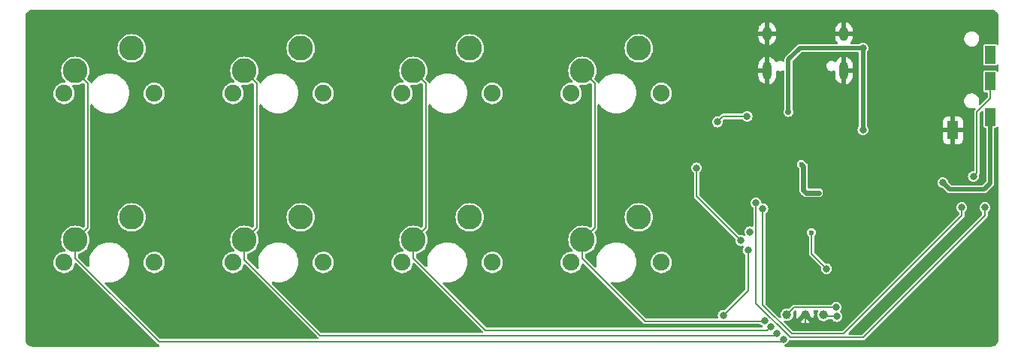
<source format=gbr>
%TF.GenerationSoftware,KiCad,Pcbnew,(6.0.9-0)*%
%TF.CreationDate,2022-12-20T20:03:51+09:00*%
%TF.ProjectId,RP2040_8key,52503230-3430-45f3-986b-65792e6b6963,rev?*%
%TF.SameCoordinates,Original*%
%TF.FileFunction,Copper,L2,Bot*%
%TF.FilePolarity,Positive*%
%FSLAX46Y46*%
G04 Gerber Fmt 4.6, Leading zero omitted, Abs format (unit mm)*
G04 Created by KiCad (PCBNEW (6.0.9-0)) date 2022-12-20 20:03:51*
%MOMM*%
%LPD*%
G01*
G04 APERTURE LIST*
%TA.AperFunction,WasherPad*%
%ADD10C,1.910000*%
%TD*%
%TA.AperFunction,ComponentPad*%
%ADD11C,2.800000*%
%TD*%
%TA.AperFunction,ComponentPad*%
%ADD12O,1.000000X2.100000*%
%TD*%
%TA.AperFunction,ComponentPad*%
%ADD13O,1.000000X1.600000*%
%TD*%
%TA.AperFunction,ComponentPad*%
%ADD14R,1.200000X2.100000*%
%TD*%
%TA.AperFunction,SMDPad,CuDef*%
%ADD15C,1.000000*%
%TD*%
%TA.AperFunction,ViaPad*%
%ADD16C,0.800000*%
%TD*%
%TA.AperFunction,ViaPad*%
%ADD17C,0.600000*%
%TD*%
%TA.AperFunction,ViaPad*%
%ADD18C,0.700000*%
%TD*%
%TA.AperFunction,Conductor*%
%ADD19C,0.500000*%
%TD*%
%TA.AperFunction,Conductor*%
%ADD20C,0.200000*%
%TD*%
%TA.AperFunction,Conductor*%
%ADD21C,0.600000*%
%TD*%
G04 APERTURE END LIST*
D10*
%TO.P,SW5,*%
%TO.N,*%
X105080000Y-119050000D03*
X94920000Y-119050000D03*
D11*
%TO.P,SW5,1,1*%
%TO.N,col0*%
X96190000Y-116510000D03*
%TO.P,SW5,2,2*%
%TO.N,Net-(D5-Pad2)*%
X102540000Y-113970000D03*
%TD*%
D12*
%TO.P,J1,S1,SHIELD*%
%TO.N,GND*%
X182820000Y-97430000D03*
D13*
X174180000Y-93250000D03*
X182820000Y-93250000D03*
D12*
X174180000Y-97430000D03*
%TD*%
D10*
%TO.P,SW8,*%
%TO.N,*%
X152070000Y-119050000D03*
X162230000Y-119050000D03*
D11*
%TO.P,SW8,1,1*%
%TO.N,col3*%
X153340000Y-116510000D03*
%TO.P,SW8,2,2*%
%TO.N,Net-(D8-Pad2)*%
X159690000Y-113970000D03*
%TD*%
D10*
%TO.P,SW4,*%
%TO.N,*%
X162230000Y-100000000D03*
X152070000Y-100000000D03*
D11*
%TO.P,SW4,1,1*%
%TO.N,col3*%
X153340000Y-97460000D03*
%TO.P,SW4,2,2*%
%TO.N,Net-(D4-Pad2)*%
X159690000Y-94920000D03*
%TD*%
D10*
%TO.P,SW3,*%
%TO.N,*%
X143180000Y-100000000D03*
X133020000Y-100000000D03*
D11*
%TO.P,SW3,1,1*%
%TO.N,col2*%
X134290000Y-97460000D03*
%TO.P,SW3,2,2*%
%TO.N,Net-(D3-Pad2)*%
X140640000Y-94920000D03*
%TD*%
D10*
%TO.P,SW6,*%
%TO.N,*%
X124130000Y-119050000D03*
X113970000Y-119050000D03*
D11*
%TO.P,SW6,1,1*%
%TO.N,col1*%
X115240000Y-116510000D03*
%TO.P,SW6,2,2*%
%TO.N,Net-(D6-Pad2)*%
X121590000Y-113970000D03*
%TD*%
D10*
%TO.P,SW2,*%
%TO.N,*%
X113970000Y-100000000D03*
X124130000Y-100000000D03*
D11*
%TO.P,SW2,1,1*%
%TO.N,col1*%
X115240000Y-97460000D03*
%TO.P,SW2,2,2*%
%TO.N,Net-(D2-Pad2)*%
X121590000Y-94920000D03*
%TD*%
D10*
%TO.P,SW1,*%
%TO.N,*%
X94920000Y-100000000D03*
X105080000Y-100000000D03*
D11*
%TO.P,SW1,1,1*%
%TO.N,col0*%
X96190000Y-97460000D03*
%TO.P,SW1,2,2*%
%TO.N,Net-(D1-Pad2)*%
X102540000Y-94920000D03*
%TD*%
D14*
%TO.P,J2,R1*%
%TO.N,R1*%
X199300000Y-98650000D03*
%TO.P,J2,R2*%
%TO.N,R2*%
X199300000Y-95650000D03*
%TO.P,J2,S*%
%TO.N,GND*%
X195100000Y-104150000D03*
%TO.P,J2,T*%
%TO.N,+5V*%
X199300000Y-102650000D03*
%TD*%
D10*
%TO.P,SW7,*%
%TO.N,*%
X143180000Y-119050000D03*
X133020000Y-119050000D03*
D11*
%TO.P,SW7,1,1*%
%TO.N,col2*%
X134290000Y-116510000D03*
%TO.P,SW7,2,2*%
%TO.N,Net-(D7-Pad2)*%
X140640000Y-113970000D03*
%TD*%
D15*
%TO.P,J7,1,Pin_1*%
%TO.N,SWD*%
X180520000Y-124970000D03*
%TD*%
%TO.P,J6,1,Pin_1*%
%TO.N,GND*%
X178430000Y-124910000D03*
%TD*%
%TO.P,J5,1,Pin_1*%
%TO.N,SWCLK*%
X176390000Y-124940000D03*
%TD*%
D16*
%TO.N,GND*%
X171300000Y-112200000D03*
X182600000Y-118200000D03*
X174500000Y-118200000D03*
%TO.N,+5V*%
X193950000Y-110050000D03*
%TO.N,row0*%
X166200000Y-108400000D03*
X171200000Y-116600000D03*
%TO.N,row1*%
X172000000Y-117700000D03*
X169200000Y-125000000D03*
%TO.N,col3*%
X173859206Y-125614135D03*
%TO.N,col2*%
X174565961Y-126320891D03*
%TO.N,col1*%
X175272716Y-127027645D03*
%TO.N,col0*%
X175979471Y-127734400D03*
%TO.N,+3V3*%
X172200500Y-115600000D03*
%TO.N,GND*%
X177100000Y-119600000D03*
%TO.N,+1V1*%
X180844622Y-119755378D03*
%TO.N,GND*%
X187600000Y-114600000D03*
X178400000Y-126400000D03*
X182900000Y-109100000D03*
X174600000Y-100749500D03*
X178075901Y-104275107D03*
X178050000Y-100300000D03*
D17*
X178451364Y-112390534D03*
X169250384Y-108391994D03*
X177351364Y-114790534D03*
X178451364Y-114790534D03*
X177351364Y-112390534D03*
X179651364Y-113590534D03*
X179651364Y-114790534D03*
X178451364Y-113590534D03*
X179651364Y-112390534D03*
X177351364Y-113590534D03*
D18*
%TO.N,+3V3*%
X176551364Y-102090534D03*
D16*
X184950000Y-94900000D03*
X184950000Y-104100000D03*
D17*
%TO.N,+1V1*%
X178001864Y-107990534D03*
X179951364Y-111190534D03*
X179151364Y-115690036D03*
D16*
%TO.N,SWCLK*%
X181931127Y-124131127D03*
%TO.N,SWD*%
X182000000Y-125150000D03*
%TO.N,USB_BOOT*%
X171900000Y-102600000D03*
X168550000Y-103220000D03*
%TO.N,R1*%
X197400000Y-109350000D03*
%TO.N,RX*%
X196100000Y-112850000D03*
X173677931Y-112977931D03*
%TO.N,TX*%
X172906663Y-112342202D03*
X198700000Y-112850000D03*
%TD*%
D19*
%TO.N,+5V*%
X199300000Y-110100000D02*
X199300000Y-102650000D01*
X193950000Y-110050000D02*
X194700000Y-110800000D01*
X194700000Y-110800000D02*
X198600000Y-110800000D01*
X198600000Y-110800000D02*
X199300000Y-110100000D01*
D20*
%TO.N,row1*%
X172000000Y-122200000D02*
X169200000Y-125000000D01*
X172000000Y-117700000D02*
X172000000Y-122200000D01*
%TO.N,row0*%
X171200000Y-116600000D02*
X166200000Y-111600000D01*
X166200000Y-111600000D02*
X166200000Y-108400000D01*
%TO.N,col3*%
X173859206Y-125614135D02*
X173773341Y-125700000D01*
X173773341Y-125700000D02*
X160400000Y-125700000D01*
X160400000Y-125700000D02*
X153340000Y-118640000D01*
X153340000Y-118640000D02*
X153340000Y-116510000D01*
%TO.N,col0*%
X175979471Y-127734400D02*
X175713871Y-128000000D01*
X175713871Y-128000000D02*
X105626596Y-128000000D01*
X105626596Y-128000000D02*
X96190000Y-118563404D01*
X96190000Y-118563404D02*
X96190000Y-116510000D01*
%TO.N,col1*%
X175272716Y-127027645D02*
X175000361Y-127300000D01*
X175000361Y-127300000D02*
X123800000Y-127300000D01*
X123800000Y-127300000D02*
X115240000Y-118740000D01*
X115240000Y-118740000D02*
X115240000Y-116510000D01*
%TO.N,col2*%
X174565961Y-126320891D02*
X174186852Y-126700000D01*
X174186852Y-126700000D02*
X142426596Y-126700000D01*
X142426596Y-126700000D02*
X134290000Y-118563404D01*
X134290000Y-118563404D02*
X134290000Y-116510000D01*
%TO.N,TX*%
X185000000Y-127500000D02*
X198700000Y-113800000D01*
X172900000Y-123665686D02*
X176734314Y-127500000D01*
X172906663Y-112342202D02*
X172900000Y-112348865D01*
X176734314Y-127500000D02*
X185000000Y-127500000D01*
X172900000Y-112348865D02*
X172900000Y-123665686D01*
X198700000Y-113800000D02*
X198700000Y-112850000D01*
%TO.N,RX*%
X173677931Y-112977931D02*
X173677931Y-123877931D01*
X176900000Y-127100000D02*
X182800000Y-127100000D01*
X173677931Y-123877931D02*
X176900000Y-127100000D01*
X182800000Y-127100000D02*
X196100000Y-113800000D01*
X196100000Y-113800000D02*
X196100000Y-112850000D01*
%TO.N,+1V1*%
X180844622Y-119755378D02*
X179151364Y-118062120D01*
X179151364Y-118062120D02*
X179151364Y-115690036D01*
%TO.N,GND*%
X178430000Y-126370000D02*
X178400000Y-126400000D01*
X178430000Y-124910000D02*
X178430000Y-126370000D01*
D19*
%TO.N,+3V3*%
X184950000Y-94900000D02*
X177850000Y-94900000D01*
X177850000Y-94900000D02*
X176551364Y-96198636D01*
X176551364Y-96198636D02*
X176551364Y-102090534D01*
X184950000Y-104100000D02*
X184950000Y-94900000D01*
D21*
%TO.N,+1V1*%
X178251364Y-108240034D02*
X178251364Y-110890534D01*
X178001864Y-107990534D02*
X178251364Y-108240034D01*
X178251364Y-110890534D02*
X178551364Y-111190534D01*
X178551364Y-111190534D02*
X179951364Y-111190534D01*
D20*
%TO.N,SWCLK*%
X177220000Y-124110000D02*
X181910000Y-124110000D01*
X176390000Y-124940000D02*
X177220000Y-124110000D01*
X181910000Y-124110000D02*
X181931127Y-124131127D01*
%TO.N,SWD*%
X182000000Y-125150000D02*
X180700000Y-125150000D01*
X180700000Y-125150000D02*
X180520000Y-124970000D01*
%TO.N,USB_BOOT*%
X169170000Y-102600000D02*
X168550000Y-103220000D01*
X171900000Y-102600000D02*
X169170000Y-102600000D01*
%TO.N,col0*%
X97589999Y-115110001D02*
X96190000Y-116510000D01*
X96190000Y-97460000D02*
X97589999Y-98859999D01*
X97589999Y-98859999D02*
X97589999Y-115110001D01*
%TO.N,col1*%
X116639999Y-98859999D02*
X116639999Y-115110001D01*
X115240000Y-97460000D02*
X116639999Y-98859999D01*
X116639999Y-115110001D02*
X115240000Y-116510000D01*
%TO.N,col2*%
X134290000Y-116510000D02*
X135689999Y-115110001D01*
X135689999Y-115110001D02*
X135689999Y-98859999D01*
X135689999Y-98859999D02*
X134290000Y-97460000D01*
%TO.N,col3*%
X154739999Y-115110001D02*
X153340000Y-116510000D01*
X153340000Y-97460000D02*
X154739999Y-98859999D01*
X154739999Y-98859999D02*
X154739999Y-115110001D01*
%TO.N,R1*%
X197800000Y-108950000D02*
X197800000Y-102100000D01*
X197800000Y-102100000D02*
X199300000Y-100600000D01*
X197400000Y-109350000D02*
X197800000Y-108950000D01*
X199300000Y-100600000D02*
X199300000Y-98650000D01*
%TD*%
%TA.AperFunction,Conductor*%
%TO.N,GND*%
G36*
X199371315Y-90551516D02*
G01*
X199383978Y-90551516D01*
X199400000Y-90555809D01*
X199414178Y-90552010D01*
X199416478Y-90552123D01*
X199553379Y-90565607D01*
X199577596Y-90570423D01*
X199713219Y-90611563D01*
X199736033Y-90621013D01*
X199861017Y-90687820D01*
X199881549Y-90701539D01*
X199919781Y-90732916D01*
X199991094Y-90791441D01*
X200008559Y-90808906D01*
X200098459Y-90918448D01*
X200112180Y-90938983D01*
X200178986Y-91063965D01*
X200188437Y-91086781D01*
X200229577Y-91222404D01*
X200234394Y-91246624D01*
X200247877Y-91383522D01*
X200247990Y-91385822D01*
X200244191Y-91400000D01*
X200248484Y-91416022D01*
X200248484Y-91428685D01*
X200249500Y-91436402D01*
X200249500Y-94436807D01*
X200229498Y-94504928D01*
X200175842Y-94551421D01*
X200105568Y-94561525D01*
X200040988Y-94532031D01*
X200018738Y-94506813D01*
X200008504Y-94491496D01*
X199988701Y-94478264D01*
X199969042Y-94465128D01*
X199969040Y-94465127D01*
X199958722Y-94458233D01*
X199914820Y-94449500D01*
X198685180Y-94449500D01*
X198641278Y-94458233D01*
X198630960Y-94465127D01*
X198630958Y-94465128D01*
X198611299Y-94478264D01*
X198591496Y-94491496D01*
X198584601Y-94501815D01*
X198565128Y-94530958D01*
X198565127Y-94530960D01*
X198558233Y-94541278D01*
X198549500Y-94585180D01*
X198549500Y-96714820D01*
X198558233Y-96758722D01*
X198565127Y-96769040D01*
X198565128Y-96769042D01*
X198565405Y-96769456D01*
X198591496Y-96808504D01*
X198601815Y-96815399D01*
X198630958Y-96834872D01*
X198630960Y-96834873D01*
X198641278Y-96841767D01*
X198685180Y-96850500D01*
X199914820Y-96850500D01*
X199958722Y-96841767D01*
X199969040Y-96834873D01*
X199969042Y-96834872D01*
X199998185Y-96815399D01*
X200008504Y-96808504D01*
X200018736Y-96793190D01*
X200073211Y-96747664D01*
X200143654Y-96738815D01*
X200207698Y-96769456D01*
X200245010Y-96829857D01*
X200249500Y-96863193D01*
X200249500Y-97436807D01*
X200229498Y-97504928D01*
X200175842Y-97551421D01*
X200105568Y-97561525D01*
X200040988Y-97532031D01*
X200018738Y-97506813D01*
X200008504Y-97491496D01*
X199998185Y-97484601D01*
X199969042Y-97465128D01*
X199969040Y-97465127D01*
X199958722Y-97458233D01*
X199914820Y-97449500D01*
X198685180Y-97449500D01*
X198641278Y-97458233D01*
X198630960Y-97465127D01*
X198630958Y-97465128D01*
X198601815Y-97484601D01*
X198591496Y-97491496D01*
X198584601Y-97501815D01*
X198565128Y-97530958D01*
X198565127Y-97530960D01*
X198558233Y-97541278D01*
X198549500Y-97585180D01*
X198549500Y-99714820D01*
X198558233Y-99758722D01*
X198565127Y-99769040D01*
X198565128Y-99769042D01*
X198565405Y-99769456D01*
X198591496Y-99808504D01*
X198601815Y-99815399D01*
X198630958Y-99834872D01*
X198630960Y-99834873D01*
X198641278Y-99841767D01*
X198685180Y-99850500D01*
X198873500Y-99850500D01*
X198941621Y-99870502D01*
X198988114Y-99924158D01*
X198999500Y-99976500D01*
X198999500Y-100423339D01*
X198979498Y-100491460D01*
X198962595Y-100512434D01*
X198210758Y-101264271D01*
X198148446Y-101298297D01*
X198077631Y-101293232D01*
X198020795Y-101250685D01*
X197995984Y-101184165D01*
X198004674Y-101128384D01*
X198021465Y-101086402D01*
X198024000Y-101080065D01*
X198040571Y-100979968D01*
X198053066Y-100904494D01*
X198053066Y-100904490D01*
X198054181Y-100897756D01*
X198053153Y-100878123D01*
X198044867Y-100720032D01*
X198044510Y-100713219D01*
X198041887Y-100703694D01*
X197997251Y-100541646D01*
X197995438Y-100535064D01*
X197909254Y-100371602D01*
X197789980Y-100230460D01*
X197784555Y-100226312D01*
X197648601Y-100122367D01*
X197648597Y-100122364D01*
X197643180Y-100118223D01*
X197637000Y-100115341D01*
X197636998Y-100115340D01*
X197481880Y-100043007D01*
X197481877Y-100043006D01*
X197475703Y-100040127D01*
X197469058Y-100038642D01*
X197469053Y-100038640D01*
X197329129Y-100007365D01*
X197295363Y-99999817D01*
X197289693Y-99999500D01*
X197153836Y-99999500D01*
X197016291Y-100014442D01*
X196841152Y-100073383D01*
X196682756Y-100168557D01*
X196677796Y-100173248D01*
X196677794Y-100173249D01*
X196617296Y-100230460D01*
X196548493Y-100295524D01*
X196444625Y-100448360D01*
X196442092Y-100454694D01*
X196442090Y-100454697D01*
X196378534Y-100613598D01*
X196378533Y-100613603D01*
X196376000Y-100619935D01*
X196368103Y-100667638D01*
X196354708Y-100748552D01*
X196345819Y-100802244D01*
X196346176Y-100809061D01*
X196346176Y-100809065D01*
X196351854Y-100917410D01*
X196355490Y-100986781D01*
X196357301Y-100993354D01*
X196357301Y-100993357D01*
X196382930Y-101086402D01*
X196404562Y-101164936D01*
X196490746Y-101328398D01*
X196610020Y-101469540D01*
X196615444Y-101473687D01*
X196615445Y-101473688D01*
X196751399Y-101577633D01*
X196751403Y-101577636D01*
X196756820Y-101581777D01*
X196763000Y-101584659D01*
X196763002Y-101584660D01*
X196918120Y-101656993D01*
X196918123Y-101656994D01*
X196924297Y-101659873D01*
X196930942Y-101661358D01*
X196930947Y-101661360D01*
X197039171Y-101685550D01*
X197104637Y-101700183D01*
X197110307Y-101700500D01*
X197246164Y-101700500D01*
X197383709Y-101685558D01*
X197482542Y-101652297D01*
X197553482Y-101649527D01*
X197614661Y-101685550D01*
X197646652Y-101748930D01*
X197639298Y-101819545D01*
X197615105Y-101857405D01*
X197584428Y-101890476D01*
X197581147Y-101893882D01*
X197567752Y-101907277D01*
X197565028Y-101911247D01*
X197562703Y-101913895D01*
X197549508Y-101928119D01*
X197549506Y-101928122D01*
X197541599Y-101936646D01*
X197537289Y-101947450D01*
X197534767Y-101951439D01*
X197529006Y-101962227D01*
X197527089Y-101966552D01*
X197520508Y-101976146D01*
X197517822Y-101987465D01*
X197517821Y-101987467D01*
X197514817Y-102000127D01*
X197509252Y-102017724D01*
X197500117Y-102040622D01*
X197499500Y-102046915D01*
X197499500Y-102049994D01*
X197499350Y-102053067D01*
X197499134Y-102053056D01*
X197497802Y-102064431D01*
X197497346Y-102073746D01*
X197494660Y-102085066D01*
X197496229Y-102096595D01*
X197496229Y-102096596D01*
X197498349Y-102112173D01*
X197499500Y-102129164D01*
X197499500Y-108620720D01*
X197479498Y-108688841D01*
X197425842Y-108735334D01*
X197389948Y-108745641D01*
X197243238Y-108764956D01*
X197097159Y-108825464D01*
X196971718Y-108921718D01*
X196966695Y-108928264D01*
X196947405Y-108953404D01*
X196875464Y-109047159D01*
X196814956Y-109193238D01*
X196794318Y-109350000D01*
X196814956Y-109506762D01*
X196875464Y-109652841D01*
X196971718Y-109778282D01*
X197097159Y-109874536D01*
X197243238Y-109935044D01*
X197400000Y-109955682D01*
X197408188Y-109954604D01*
X197548574Y-109936122D01*
X197556762Y-109935044D01*
X197702841Y-109874536D01*
X197828282Y-109778282D01*
X197924536Y-109652841D01*
X197985044Y-109506762D01*
X198005682Y-109350000D01*
X197992769Y-109251916D01*
X198003708Y-109181769D01*
X198024877Y-109151665D01*
X198024431Y-109151295D01*
X198028136Y-109146836D01*
X198032248Y-109142724D01*
X198034978Y-109138745D01*
X198037286Y-109136116D01*
X198058401Y-109113354D01*
X198062712Y-109102547D01*
X198065238Y-109098552D01*
X198071001Y-109087758D01*
X198072912Y-109083446D01*
X198079492Y-109073854D01*
X198085183Y-109049873D01*
X198090748Y-109032276D01*
X198096588Y-109017638D01*
X198096589Y-109017635D01*
X198099883Y-109009378D01*
X198100500Y-109003085D01*
X198100500Y-109000006D01*
X198100650Y-108996933D01*
X198100866Y-108996944D01*
X198102198Y-108985569D01*
X198102654Y-108976254D01*
X198105340Y-108964934D01*
X198101651Y-108937827D01*
X198100500Y-108920836D01*
X198100500Y-102276661D01*
X198120502Y-102208540D01*
X198137405Y-102187566D01*
X198334405Y-101990566D01*
X198396717Y-101956540D01*
X198467532Y-101961605D01*
X198524368Y-102004152D01*
X198549179Y-102070672D01*
X198549500Y-102079661D01*
X198549500Y-103714820D01*
X198558233Y-103758722D01*
X198565127Y-103769040D01*
X198565128Y-103769042D01*
X198584601Y-103798185D01*
X198591496Y-103808504D01*
X198601815Y-103815399D01*
X198630958Y-103834872D01*
X198630960Y-103834873D01*
X198641278Y-103841767D01*
X198685180Y-103850500D01*
X198723500Y-103850500D01*
X198791621Y-103870502D01*
X198838114Y-103924158D01*
X198849500Y-103976500D01*
X198849500Y-109861207D01*
X198829498Y-109929328D01*
X198812595Y-109950302D01*
X198450302Y-110312595D01*
X198387990Y-110346621D01*
X198361207Y-110349500D01*
X194938793Y-110349500D01*
X194870672Y-110329498D01*
X194849698Y-110312595D01*
X194581162Y-110044059D01*
X194547136Y-109981747D01*
X194545335Y-109971409D01*
X194536122Y-109901427D01*
X194536122Y-109901426D01*
X194535044Y-109893238D01*
X194474536Y-109747159D01*
X194378282Y-109621718D01*
X194252841Y-109525464D01*
X194106762Y-109464956D01*
X193950000Y-109444318D01*
X193793238Y-109464956D01*
X193647159Y-109525464D01*
X193521718Y-109621718D01*
X193425464Y-109747159D01*
X193364956Y-109893238D01*
X193344318Y-110050000D01*
X193364956Y-110206762D01*
X193425464Y-110352841D01*
X193521718Y-110478282D01*
X193647159Y-110574536D01*
X193793238Y-110635044D01*
X193871410Y-110645335D01*
X193936337Y-110674057D01*
X193944059Y-110681162D01*
X194357247Y-111094350D01*
X194367101Y-111105439D01*
X194381433Y-111123618D01*
X194388128Y-111132110D01*
X194395875Y-111137465D01*
X194395877Y-111137466D01*
X194405897Y-111144391D01*
X194434668Y-111164275D01*
X194436375Y-111165455D01*
X194439597Y-111167757D01*
X194477013Y-111195393D01*
X194486816Y-111202634D01*
X194493632Y-111205027D01*
X194499569Y-111209131D01*
X194508549Y-111211971D01*
X194508551Y-111211972D01*
X194524039Y-111216870D01*
X194555519Y-111226826D01*
X194559250Y-111228071D01*
X194605737Y-111244396D01*
X194605739Y-111244396D01*
X194614631Y-111247519D01*
X194621819Y-111247801D01*
X194621878Y-111247812D01*
X194628730Y-111249980D01*
X194635337Y-111250500D01*
X194688016Y-111250500D01*
X194692962Y-111250597D01*
X194749994Y-111252838D01*
X194757100Y-111250954D01*
X194765344Y-111250500D01*
X198565780Y-111250500D01*
X198580589Y-111251373D01*
X198614310Y-111255364D01*
X198623574Y-111253672D01*
X198623575Y-111253672D01*
X198672001Y-111244828D01*
X198675904Y-111244178D01*
X198724645Y-111236850D01*
X198724646Y-111236850D01*
X198733962Y-111235449D01*
X198740475Y-111232321D01*
X198747573Y-111231025D01*
X198799647Y-111203975D01*
X198803137Y-111202232D01*
X198856079Y-111176809D01*
X198861365Y-111171923D01*
X198861413Y-111171890D01*
X198867788Y-111168579D01*
X198872828Y-111164275D01*
X198910055Y-111127048D01*
X198913621Y-111123618D01*
X198948641Y-111091246D01*
X198955556Y-111084854D01*
X198959249Y-111078495D01*
X198964766Y-111072337D01*
X199594350Y-110442753D01*
X199605439Y-110432899D01*
X199624709Y-110417707D01*
X199624711Y-110417705D01*
X199632110Y-110411872D01*
X199665462Y-110363615D01*
X199667757Y-110360403D01*
X199697040Y-110320758D01*
X199697041Y-110320757D01*
X199702634Y-110313184D01*
X199705027Y-110306368D01*
X199709131Y-110300431D01*
X199726826Y-110244481D01*
X199728071Y-110240750D01*
X199744396Y-110194263D01*
X199744396Y-110194261D01*
X199747519Y-110185369D01*
X199747801Y-110178181D01*
X199747812Y-110178122D01*
X199749980Y-110171270D01*
X199750500Y-110164663D01*
X199750500Y-110111984D01*
X199750597Y-110107037D01*
X199752468Y-110059418D01*
X199752838Y-110050006D01*
X199750954Y-110042900D01*
X199750500Y-110034656D01*
X199750500Y-103976500D01*
X199770502Y-103908379D01*
X199824158Y-103861886D01*
X199876500Y-103850500D01*
X199914820Y-103850500D01*
X199958722Y-103841767D01*
X199969040Y-103834873D01*
X199969042Y-103834872D01*
X199998185Y-103815399D01*
X200008504Y-103808504D01*
X200018736Y-103793190D01*
X200073211Y-103747664D01*
X200143654Y-103738815D01*
X200207698Y-103769456D01*
X200245010Y-103829857D01*
X200249500Y-103863193D01*
X200249500Y-127663598D01*
X200248484Y-127671315D01*
X200248484Y-127683978D01*
X200244191Y-127700000D01*
X200247990Y-127714178D01*
X200247877Y-127716478D01*
X200236372Y-127833297D01*
X200234394Y-127853376D01*
X200229577Y-127877596D01*
X200188437Y-128013219D01*
X200178987Y-128036033D01*
X200147470Y-128094997D01*
X200112182Y-128161015D01*
X200098461Y-128181549D01*
X200092001Y-128189421D01*
X200008559Y-128291094D01*
X199991094Y-128308559D01*
X199956912Y-128336612D01*
X199881549Y-128398461D01*
X199861017Y-128412180D01*
X199736033Y-128478987D01*
X199713219Y-128488437D01*
X199577596Y-128529577D01*
X199553379Y-128534393D01*
X199417012Y-128547824D01*
X199416478Y-128547877D01*
X199414178Y-128547990D01*
X199400000Y-128544191D01*
X199383978Y-128548484D01*
X199371315Y-128548484D01*
X199363598Y-128549500D01*
X176214274Y-128549500D01*
X176146153Y-128529498D01*
X176099660Y-128475842D01*
X176089556Y-128405568D01*
X176119050Y-128340988D01*
X176166056Y-128307091D01*
X176218946Y-128285183D01*
X176282312Y-128258936D01*
X176407753Y-128162682D01*
X176504007Y-128037241D01*
X176534261Y-127964201D01*
X176561355Y-127898792D01*
X176561356Y-127898789D01*
X176564515Y-127891162D01*
X176564563Y-127890798D01*
X176599611Y-127833297D01*
X176663471Y-127802275D01*
X176696381Y-127803367D01*
X176696444Y-127802085D01*
X176708057Y-127802653D01*
X176719380Y-127805340D01*
X176730909Y-127803771D01*
X176730910Y-127803771D01*
X176746487Y-127801651D01*
X176763478Y-127800500D01*
X184947634Y-127800500D01*
X184950307Y-127800696D01*
X184955342Y-127802425D01*
X184966964Y-127801989D01*
X184966966Y-127801989D01*
X185004255Y-127800589D01*
X185008981Y-127800500D01*
X185027948Y-127800500D01*
X185032683Y-127799618D01*
X185036209Y-127799390D01*
X185039949Y-127799249D01*
X185067208Y-127798226D01*
X185077893Y-127793636D01*
X185082493Y-127792599D01*
X185094214Y-127789038D01*
X185098617Y-127787339D01*
X185110053Y-127785209D01*
X185131041Y-127772272D01*
X185147411Y-127763769D01*
X185161888Y-127757549D01*
X185161892Y-127757547D01*
X185170063Y-127754036D01*
X185174949Y-127750022D01*
X185177134Y-127747837D01*
X185179397Y-127745785D01*
X185179542Y-127745945D01*
X185188549Y-127738825D01*
X185195444Y-127732573D01*
X185205348Y-127726468D01*
X185221916Y-127704680D01*
X185233110Y-127691861D01*
X198875452Y-114049519D01*
X198877486Y-114047763D01*
X198882269Y-114045425D01*
X198915573Y-114009523D01*
X198918853Y-114006118D01*
X198932248Y-113992723D01*
X198934972Y-113988753D01*
X198937297Y-113986105D01*
X198950490Y-113971882D01*
X198958401Y-113963354D01*
X198962713Y-113952547D01*
X198965232Y-113948562D01*
X198971004Y-113937753D01*
X198972911Y-113933448D01*
X198979493Y-113923854D01*
X198985186Y-113899864D01*
X198990751Y-113882268D01*
X198996586Y-113867642D01*
X198999883Y-113859378D01*
X199000500Y-113853085D01*
X199000500Y-113850003D01*
X199000650Y-113846933D01*
X199000866Y-113846944D01*
X199002198Y-113835569D01*
X199002653Y-113826255D01*
X199005340Y-113814934D01*
X199001651Y-113787827D01*
X199000500Y-113770836D01*
X199000500Y-113438469D01*
X199020502Y-113370348D01*
X199049796Y-113338506D01*
X199121736Y-113283305D01*
X199128282Y-113278282D01*
X199224536Y-113152841D01*
X199285044Y-113006762D01*
X199305682Y-112850000D01*
X199285044Y-112693238D01*
X199224536Y-112547159D01*
X199128282Y-112421718D01*
X199002841Y-112325464D01*
X198856762Y-112264956D01*
X198700000Y-112244318D01*
X198543238Y-112264956D01*
X198397159Y-112325464D01*
X198271718Y-112421718D01*
X198175464Y-112547159D01*
X198114956Y-112693238D01*
X198094318Y-112850000D01*
X198114956Y-113006762D01*
X198175464Y-113152841D01*
X198271718Y-113278282D01*
X198278264Y-113283305D01*
X198350204Y-113338506D01*
X198392071Y-113395844D01*
X198399500Y-113438469D01*
X198399500Y-113623339D01*
X198379498Y-113691460D01*
X198362595Y-113712434D01*
X184912434Y-127162595D01*
X184850122Y-127196621D01*
X184823339Y-127199500D01*
X183429661Y-127199500D01*
X183361540Y-127179498D01*
X183315047Y-127125842D01*
X183304943Y-127055568D01*
X183334437Y-126990988D01*
X183340566Y-126984405D01*
X196275456Y-114049516D01*
X196277487Y-114047762D01*
X196282269Y-114045425D01*
X196315573Y-114009523D01*
X196318840Y-114006132D01*
X196332248Y-113992724D01*
X196334978Y-113988745D01*
X196337286Y-113986116D01*
X196358401Y-113963354D01*
X196362712Y-113952547D01*
X196365238Y-113948552D01*
X196371001Y-113937758D01*
X196372912Y-113933446D01*
X196379492Y-113923854D01*
X196385183Y-113899873D01*
X196390748Y-113882276D01*
X196396588Y-113867638D01*
X196396589Y-113867635D01*
X196399883Y-113859378D01*
X196400500Y-113853085D01*
X196400500Y-113850006D01*
X196400650Y-113846933D01*
X196400866Y-113846944D01*
X196402198Y-113835569D01*
X196402654Y-113826254D01*
X196405340Y-113814934D01*
X196401651Y-113787827D01*
X196400500Y-113770836D01*
X196400500Y-113438469D01*
X196420502Y-113370348D01*
X196449796Y-113338506D01*
X196521736Y-113283305D01*
X196528282Y-113278282D01*
X196624536Y-113152841D01*
X196685044Y-113006762D01*
X196705682Y-112850000D01*
X196685044Y-112693238D01*
X196624536Y-112547159D01*
X196528282Y-112421718D01*
X196402841Y-112325464D01*
X196256762Y-112264956D01*
X196100000Y-112244318D01*
X195943238Y-112264956D01*
X195797159Y-112325464D01*
X195671718Y-112421718D01*
X195575464Y-112547159D01*
X195514956Y-112693238D01*
X195494318Y-112850000D01*
X195514956Y-113006762D01*
X195575464Y-113152841D01*
X195671718Y-113278282D01*
X195678264Y-113283305D01*
X195750204Y-113338506D01*
X195792071Y-113395844D01*
X195799500Y-113438469D01*
X195799500Y-113623339D01*
X195779498Y-113691460D01*
X195762595Y-113712434D01*
X182712434Y-126762595D01*
X182650122Y-126796621D01*
X182623339Y-126799500D01*
X177076662Y-126799500D01*
X177008541Y-126779498D01*
X176987572Y-126762600D01*
X176040165Y-125815193D01*
X176020474Y-125779132D01*
X177925698Y-125779132D01*
X177930607Y-125785690D01*
X178019118Y-125835157D01*
X178030357Y-125840067D01*
X178206641Y-125897345D01*
X178218615Y-125899978D01*
X178402676Y-125921926D01*
X178414925Y-125922183D01*
X178599742Y-125907962D01*
X178611822Y-125905831D01*
X178790345Y-125855986D01*
X178801778Y-125851552D01*
X178925507Y-125789052D01*
X178935791Y-125779407D01*
X178933553Y-125772763D01*
X178442812Y-125282022D01*
X178428868Y-125274408D01*
X178427035Y-125274539D01*
X178420420Y-125278790D01*
X177932458Y-125766752D01*
X177925698Y-125779132D01*
X176020474Y-125779132D01*
X176006142Y-125752884D01*
X176011206Y-125682069D01*
X176053753Y-125625233D01*
X176120273Y-125600422D01*
X176161235Y-125604225D01*
X176286883Y-125637188D01*
X176286885Y-125637188D01*
X176294233Y-125639116D01*
X176380609Y-125640473D01*
X176456161Y-125641660D01*
X176456164Y-125641660D01*
X176463760Y-125641779D01*
X176471165Y-125640083D01*
X176471166Y-125640083D01*
X176548082Y-125622467D01*
X176629029Y-125603928D01*
X176780498Y-125527747D01*
X176887693Y-125436193D01*
X176903651Y-125422564D01*
X176903652Y-125422563D01*
X176909423Y-125417634D01*
X177008361Y-125279947D01*
X177016237Y-125260356D01*
X177068766Y-125129687D01*
X177068767Y-125129685D01*
X177071601Y-125122634D01*
X177089054Y-125000000D01*
X177094909Y-124958862D01*
X177094909Y-124958859D01*
X177095490Y-124954778D01*
X177095645Y-124940000D01*
X177093840Y-124925080D01*
X177076189Y-124779225D01*
X177075276Y-124771680D01*
X177073360Y-124766608D01*
X177076494Y-124696610D01*
X177106586Y-124648385D01*
X177252038Y-124502934D01*
X177314350Y-124468909D01*
X177385166Y-124473974D01*
X177442001Y-124516521D01*
X177466812Y-124583042D01*
X177461235Y-124630129D01*
X177441119Y-124693541D01*
X177438570Y-124705532D01*
X177417909Y-124889733D01*
X177417738Y-124902002D01*
X177433248Y-125086705D01*
X177435461Y-125098764D01*
X177486554Y-125276945D01*
X177491066Y-125288342D01*
X177551148Y-125405250D01*
X177560865Y-125415468D01*
X177567666Y-125413124D01*
X178340905Y-124639885D01*
X178403217Y-124605859D01*
X178474032Y-124610924D01*
X178519095Y-124639885D01*
X179286661Y-125407451D01*
X179299041Y-125414211D01*
X179305775Y-125409170D01*
X179352262Y-125327337D01*
X179357256Y-125316121D01*
X179415759Y-125140253D01*
X179418479Y-125128281D01*
X179442039Y-124941784D01*
X179442531Y-124934757D01*
X179442828Y-124913523D01*
X179442533Y-124906494D01*
X179424188Y-124719397D01*
X179421806Y-124707365D01*
X179381213Y-124572919D01*
X179380672Y-124501924D01*
X179418599Y-124441907D01*
X179482953Y-124411923D01*
X179501835Y-124410500D01*
X179814421Y-124410500D01*
X179882542Y-124430502D01*
X179929035Y-124484158D01*
X179939139Y-124554432D01*
X179917508Y-124608950D01*
X179898113Y-124636547D01*
X179836524Y-124794513D01*
X179835532Y-124802046D01*
X179835532Y-124802047D01*
X179817136Y-124941784D01*
X179814394Y-124962611D01*
X179832999Y-125131135D01*
X179842899Y-125158188D01*
X179885478Y-125274539D01*
X179891266Y-125290356D01*
X179895502Y-125296659D01*
X179895502Y-125296660D01*
X179900934Y-125304743D01*
X179985830Y-125431083D01*
X179991442Y-125436190D01*
X179991445Y-125436193D01*
X180105612Y-125540077D01*
X180105616Y-125540080D01*
X180111233Y-125545191D01*
X180117906Y-125548814D01*
X180117910Y-125548817D01*
X180253558Y-125622467D01*
X180253560Y-125622468D01*
X180260235Y-125626092D01*
X180267584Y-125628020D01*
X180416883Y-125667188D01*
X180416885Y-125667188D01*
X180424233Y-125669116D01*
X180510609Y-125670473D01*
X180586161Y-125671660D01*
X180586164Y-125671660D01*
X180593760Y-125671779D01*
X180601165Y-125670083D01*
X180601166Y-125670083D01*
X180685675Y-125650728D01*
X180759029Y-125633928D01*
X180910498Y-125557747D01*
X180916269Y-125552818D01*
X180916272Y-125552816D01*
X181000721Y-125480689D01*
X181065511Y-125451658D01*
X181082552Y-125450500D01*
X181411531Y-125450500D01*
X181479652Y-125470502D01*
X181511493Y-125499795D01*
X181571718Y-125578282D01*
X181578264Y-125583305D01*
X181600571Y-125600422D01*
X181697159Y-125674536D01*
X181824947Y-125727468D01*
X181832348Y-125730533D01*
X181843238Y-125735044D01*
X182000000Y-125755682D01*
X182008188Y-125754604D01*
X182148574Y-125736122D01*
X182156762Y-125735044D01*
X182167653Y-125730533D01*
X182175053Y-125727468D01*
X182302841Y-125674536D01*
X182399429Y-125600422D01*
X182421736Y-125583305D01*
X182428282Y-125578282D01*
X182524536Y-125452841D01*
X182579274Y-125320691D01*
X182581884Y-125314391D01*
X182585044Y-125306762D01*
X182605682Y-125150000D01*
X182585044Y-124993238D01*
X182524536Y-124847159D01*
X182428282Y-124721718D01*
X182421736Y-124716695D01*
X182421733Y-124716692D01*
X182406507Y-124705009D01*
X182364639Y-124647672D01*
X182360417Y-124576801D01*
X182383248Y-124528342D01*
X182450633Y-124440524D01*
X182450635Y-124440521D01*
X182455663Y-124433968D01*
X182516171Y-124287889D01*
X182536809Y-124131127D01*
X182516171Y-123974365D01*
X182455663Y-123828286D01*
X182359409Y-123702845D01*
X182233968Y-123606591D01*
X182087889Y-123546083D01*
X181931127Y-123525445D01*
X181774365Y-123546083D01*
X181628286Y-123606591D01*
X181502845Y-123702845D01*
X181497822Y-123709391D01*
X181458832Y-123760204D01*
X181401494Y-123802071D01*
X181358869Y-123809500D01*
X177272366Y-123809500D01*
X177269693Y-123809304D01*
X177264658Y-123807575D01*
X177253036Y-123808011D01*
X177253034Y-123808011D01*
X177215744Y-123809411D01*
X177211018Y-123809500D01*
X177192052Y-123809500D01*
X177187317Y-123810381D01*
X177183790Y-123810610D01*
X177179254Y-123810780D01*
X177152791Y-123811774D01*
X177142104Y-123816366D01*
X177137492Y-123817405D01*
X177125800Y-123820957D01*
X177121383Y-123822661D01*
X177109947Y-123824791D01*
X177092170Y-123835749D01*
X177088961Y-123837727D01*
X177072589Y-123846231D01*
X177058112Y-123852451D01*
X177058108Y-123852453D01*
X177049937Y-123855964D01*
X177045051Y-123859978D01*
X177042866Y-123862163D01*
X177040603Y-123864215D01*
X177040458Y-123864055D01*
X177031451Y-123871175D01*
X177024556Y-123877427D01*
X177014652Y-123883532D01*
X176998084Y-123905320D01*
X176986890Y-123918139D01*
X176678146Y-124226883D01*
X176615834Y-124260909D01*
X176558356Y-124259992D01*
X176485812Y-124241770D01*
X176485808Y-124241770D01*
X176478441Y-124239919D01*
X176470843Y-124239879D01*
X176470841Y-124239879D01*
X176393668Y-124239475D01*
X176308895Y-124239031D01*
X176301508Y-124240805D01*
X176301504Y-124240805D01*
X176158162Y-124275220D01*
X176144032Y-124278612D01*
X176137288Y-124282093D01*
X176137285Y-124282094D01*
X176111277Y-124295518D01*
X175993369Y-124356375D01*
X175865604Y-124467831D01*
X175854129Y-124484158D01*
X175784633Y-124583042D01*
X175768113Y-124606547D01*
X175706524Y-124764513D01*
X175705532Y-124772046D01*
X175705532Y-124772047D01*
X175686907Y-124913523D01*
X175684394Y-124932611D01*
X175702999Y-125101135D01*
X175724398Y-125159611D01*
X175729025Y-125230454D01*
X175694615Y-125292554D01*
X175632094Y-125326194D01*
X175561311Y-125320691D01*
X175516977Y-125292005D01*
X174015336Y-123790365D01*
X173981311Y-123728053D01*
X173978431Y-123701270D01*
X173978431Y-115683859D01*
X178645755Y-115683859D01*
X178646919Y-115692761D01*
X178646919Y-115692764D01*
X178648178Y-115702390D01*
X178664344Y-115826015D01*
X178722084Y-115957239D01*
X178727861Y-115964112D01*
X178727862Y-115964113D01*
X178733991Y-115971404D01*
X178809053Y-116060701D01*
X178814334Y-116066984D01*
X178813427Y-116067746D01*
X178846298Y-116120689D01*
X178850864Y-116154301D01*
X178850864Y-118009754D01*
X178850668Y-118012427D01*
X178848939Y-118017462D01*
X178849375Y-118029084D01*
X178849375Y-118029086D01*
X178850775Y-118066375D01*
X178850864Y-118071101D01*
X178850864Y-118090068D01*
X178851746Y-118094803D01*
X178851974Y-118098329D01*
X178853138Y-118129328D01*
X178857728Y-118140013D01*
X178858765Y-118144613D01*
X178862326Y-118156334D01*
X178864025Y-118160737D01*
X178866155Y-118172173D01*
X178872259Y-118182075D01*
X178879091Y-118193159D01*
X178887595Y-118209531D01*
X178893815Y-118224008D01*
X178893817Y-118224012D01*
X178897328Y-118232183D01*
X178901342Y-118237069D01*
X178903527Y-118239254D01*
X178905579Y-118241517D01*
X178905419Y-118241662D01*
X178912539Y-118250669D01*
X178918791Y-118257564D01*
X178924896Y-118267468D01*
X178946684Y-118284036D01*
X178959503Y-118295230D01*
X180216026Y-119551753D01*
X180250052Y-119614065D01*
X180251853Y-119657294D01*
X180238940Y-119755378D01*
X180259578Y-119912140D01*
X180320086Y-120058219D01*
X180325113Y-120064770D01*
X180410129Y-120175565D01*
X180416340Y-120183660D01*
X180541781Y-120279914D01*
X180687860Y-120340422D01*
X180844622Y-120361060D01*
X180852810Y-120359982D01*
X180993196Y-120341500D01*
X181001384Y-120340422D01*
X181147463Y-120279914D01*
X181272904Y-120183660D01*
X181279116Y-120175565D01*
X181364131Y-120064770D01*
X181369158Y-120058219D01*
X181429666Y-119912140D01*
X181450304Y-119755378D01*
X181429666Y-119598616D01*
X181369158Y-119452537D01*
X181272904Y-119327096D01*
X181147463Y-119230842D01*
X181001384Y-119170334D01*
X180942707Y-119162609D01*
X180852810Y-119150774D01*
X180844622Y-119149696D01*
X180746538Y-119162609D01*
X180676390Y-119151670D01*
X180640997Y-119126782D01*
X179488769Y-117974554D01*
X179454743Y-117912242D01*
X179451864Y-117885459D01*
X179451864Y-116152485D01*
X179471866Y-116084364D01*
X179484449Y-116067930D01*
X179564540Y-115979447D01*
X179564545Y-115979440D01*
X179570564Y-115972790D01*
X179633074Y-115843769D01*
X179656860Y-115702390D01*
X179657011Y-115690036D01*
X179644117Y-115600000D01*
X179637960Y-115557004D01*
X179637959Y-115557001D01*
X179636687Y-115548118D01*
X179577348Y-115417608D01*
X179543683Y-115378538D01*
X179489624Y-115315799D01*
X179489621Y-115315796D01*
X179483764Y-115308999D01*
X179363459Y-115231021D01*
X179226103Y-115189943D01*
X179217127Y-115189888D01*
X179217126Y-115189888D01*
X179156919Y-115189520D01*
X179082740Y-115189067D01*
X178944893Y-115228464D01*
X178823644Y-115304966D01*
X178728741Y-115412424D01*
X178667811Y-115542199D01*
X178662634Y-115575449D01*
X178654799Y-115625774D01*
X178645755Y-115683859D01*
X173978431Y-115683859D01*
X173978431Y-113566400D01*
X173998433Y-113498279D01*
X174027727Y-113466437D01*
X174099667Y-113411236D01*
X174106213Y-113406213D01*
X174202467Y-113280772D01*
X174262975Y-113134693D01*
X174283613Y-112977931D01*
X174262975Y-112821169D01*
X174202467Y-112675090D01*
X174106213Y-112549649D01*
X173980772Y-112453395D01*
X173834693Y-112392887D01*
X173677931Y-112372249D01*
X173669743Y-112373327D01*
X173669741Y-112373327D01*
X173643975Y-112376719D01*
X173573827Y-112365779D01*
X173520728Y-112318651D01*
X173502608Y-112268243D01*
X173502034Y-112263878D01*
X173491707Y-112185440D01*
X173431199Y-112039361D01*
X173334945Y-111913920D01*
X173209504Y-111817666D01*
X173063425Y-111757158D01*
X172906663Y-111736520D01*
X172749901Y-111757158D01*
X172603822Y-111817666D01*
X172478381Y-111913920D01*
X172382127Y-112039361D01*
X172321619Y-112185440D01*
X172300981Y-112342202D01*
X172321619Y-112498964D01*
X172382127Y-112645043D01*
X172478381Y-112770484D01*
X172484931Y-112775510D01*
X172484934Y-112775513D01*
X172550204Y-112825596D01*
X172592071Y-112882934D01*
X172599500Y-112925558D01*
X172599500Y-114926722D01*
X172579498Y-114994843D01*
X172525842Y-115041336D01*
X172455568Y-115051440D01*
X172425282Y-115043131D01*
X172364891Y-115018116D01*
X172357262Y-115014956D01*
X172200500Y-114994318D01*
X172043738Y-115014956D01*
X171897659Y-115075464D01*
X171772218Y-115171718D01*
X171767195Y-115178264D01*
X171757013Y-115191534D01*
X171675964Y-115297159D01*
X171615456Y-115443238D01*
X171594818Y-115600000D01*
X171615456Y-115756762D01*
X171675964Y-115902841D01*
X171680021Y-115908128D01*
X171696584Y-115976407D01*
X171673363Y-116043498D01*
X171617555Y-116087385D01*
X171546880Y-116094133D01*
X171508530Y-116079829D01*
X171502841Y-116075464D01*
X171356762Y-116014956D01*
X171298085Y-116007231D01*
X171208188Y-115995396D01*
X171200000Y-115994318D01*
X171101916Y-116007231D01*
X171031768Y-115996292D01*
X170996375Y-115971404D01*
X166537405Y-111512434D01*
X166503379Y-111450122D01*
X166500500Y-111423339D01*
X166500500Y-108988469D01*
X166520502Y-108920348D01*
X166549796Y-108888506D01*
X166621736Y-108833305D01*
X166628282Y-108828282D01*
X166724536Y-108702841D01*
X166785044Y-108556762D01*
X166805682Y-108400000D01*
X166785044Y-108243238D01*
X166724536Y-108097159D01*
X166637980Y-107984357D01*
X177496255Y-107984357D01*
X177497419Y-107993259D01*
X177497419Y-107993264D01*
X177502782Y-108034275D01*
X177503604Y-108042807D01*
X177504408Y-108055766D01*
X177506723Y-108093072D01*
X177509773Y-108101521D01*
X177511456Y-108109646D01*
X177513680Y-108117612D01*
X177514844Y-108126513D01*
X177535126Y-108172606D01*
X177538305Y-108180556D01*
X177552355Y-108219477D01*
X177552357Y-108219481D01*
X177555404Y-108227921D01*
X177560700Y-108235170D01*
X177564592Y-108242490D01*
X177568969Y-108249522D01*
X177572584Y-108257737D01*
X177578360Y-108264609D01*
X177578361Y-108264610D01*
X177604979Y-108296276D01*
X177610269Y-108303022D01*
X177615520Y-108310209D01*
X177620386Y-108316870D01*
X177628477Y-108324961D01*
X177635833Y-108332981D01*
X177664834Y-108367482D01*
X177672855Y-108372821D01*
X177692126Y-108388610D01*
X177713959Y-108410443D01*
X177747985Y-108472755D01*
X177750864Y-108499538D01*
X177750864Y-110820353D01*
X177749536Y-110832238D01*
X177750046Y-110832279D01*
X177749326Y-110841225D01*
X177747345Y-110849981D01*
X177747901Y-110858941D01*
X177750622Y-110902798D01*
X177750864Y-110910601D01*
X177750864Y-110926474D01*
X177751499Y-110930908D01*
X177752312Y-110936584D01*
X177753342Y-110946640D01*
X177756223Y-110993072D01*
X177759271Y-111001516D01*
X177760040Y-111005228D01*
X177763707Y-111019933D01*
X177764768Y-111023561D01*
X177766041Y-111032452D01*
X177785303Y-111074816D01*
X177789110Y-111084171D01*
X177801855Y-111119477D01*
X177801857Y-111119481D01*
X177804904Y-111127921D01*
X177810199Y-111135169D01*
X177811975Y-111138509D01*
X177819638Y-111151623D01*
X177821667Y-111154795D01*
X177825380Y-111162962D01*
X177831235Y-111169757D01*
X177831237Y-111169760D01*
X177855751Y-111198209D01*
X177862039Y-111206129D01*
X177869886Y-111216870D01*
X177880629Y-111227613D01*
X177886987Y-111234459D01*
X177918964Y-111271571D01*
X177926498Y-111276454D01*
X177933260Y-111282353D01*
X177933256Y-111282358D01*
X177944350Y-111291334D01*
X178147830Y-111494814D01*
X178155296Y-111504158D01*
X178155686Y-111503826D01*
X178161504Y-111510662D01*
X178166294Y-111518254D01*
X178173022Y-111524196D01*
X178173023Y-111524197D01*
X178205964Y-111553289D01*
X178211652Y-111558636D01*
X178222870Y-111569854D01*
X178226458Y-111572543D01*
X178226459Y-111572544D01*
X178231048Y-111575984D01*
X178238887Y-111582366D01*
X178273752Y-111613157D01*
X178281875Y-111616971D01*
X178285028Y-111619042D01*
X178298040Y-111626861D01*
X178301358Y-111628677D01*
X178308540Y-111634060D01*
X178352105Y-111650392D01*
X178361414Y-111654314D01*
X178403527Y-111674087D01*
X178412400Y-111675469D01*
X178416022Y-111676576D01*
X178430692Y-111680425D01*
X178434381Y-111681236D01*
X178442783Y-111684386D01*
X178451728Y-111685051D01*
X178451738Y-111685053D01*
X178489192Y-111687836D01*
X178499219Y-111688986D01*
X178512373Y-111691034D01*
X178527568Y-111691034D01*
X178536906Y-111691380D01*
X178585756Y-111695010D01*
X178594532Y-111693137D01*
X178603489Y-111692526D01*
X178603489Y-111692532D01*
X178617682Y-111691034D01*
X179943427Y-111691034D01*
X179945738Y-111691055D01*
X180013863Y-111692304D01*
X180022518Y-111689945D01*
X180022522Y-111689944D01*
X180045531Y-111683671D01*
X180060807Y-111680508D01*
X180093282Y-111675857D01*
X180101448Y-111672144D01*
X180101452Y-111672143D01*
X180112650Y-111667051D01*
X180131654Y-111660190D01*
X180152181Y-111654594D01*
X180180150Y-111637421D01*
X180193915Y-111630103D01*
X180215615Y-111620237D01*
X180215621Y-111620233D01*
X180223792Y-111616518D01*
X180230593Y-111610658D01*
X180230599Y-111610654D01*
X180239910Y-111602631D01*
X180256226Y-111590711D01*
X180266704Y-111584277D01*
X180266705Y-111584276D01*
X180274355Y-111579579D01*
X180280379Y-111572924D01*
X180280381Y-111572922D01*
X180296376Y-111555251D01*
X180307545Y-111544351D01*
X180325603Y-111528792D01*
X180325605Y-111528790D01*
X180332401Y-111522934D01*
X180337280Y-111515406D01*
X180337284Y-111515402D01*
X180343976Y-111505077D01*
X180356291Y-111489057D01*
X180364539Y-111479945D01*
X180364540Y-111479943D01*
X180370564Y-111473288D01*
X180384871Y-111443759D01*
X180392528Y-111430169D01*
X180405495Y-111410164D01*
X180410379Y-111402629D01*
X180416478Y-111382236D01*
X180423796Y-111363416D01*
X180433074Y-111344267D01*
X180438517Y-111311913D01*
X180442054Y-111296714D01*
X180448885Y-111273875D01*
X180448886Y-111273871D01*
X180451457Y-111265273D01*
X180451551Y-111249980D01*
X180451587Y-111243998D01*
X180453331Y-111223863D01*
X180453928Y-111220317D01*
X180456860Y-111202888D01*
X180457011Y-111190534D01*
X180453450Y-111165667D01*
X180452179Y-111147036D01*
X180452271Y-111132110D01*
X180452333Y-111121910D01*
X180444371Y-111094050D01*
X180440794Y-111077291D01*
X180437959Y-111057500D01*
X180436687Y-111048616D01*
X180432974Y-111040449D01*
X180432973Y-111040446D01*
X180426289Y-111025746D01*
X180419841Y-111008222D01*
X180415402Y-110992689D01*
X180415400Y-110992685D01*
X180412936Y-110984063D01*
X180397475Y-110959558D01*
X180389338Y-110944476D01*
X180381066Y-110926282D01*
X180381064Y-110926279D01*
X180377348Y-110918106D01*
X180360945Y-110899070D01*
X180349837Y-110884057D01*
X180336434Y-110862814D01*
X180329705Y-110856871D01*
X180329703Y-110856869D01*
X180314720Y-110843637D01*
X180302674Y-110831443D01*
X180289624Y-110816298D01*
X180283764Y-110809497D01*
X180262678Y-110795830D01*
X180247808Y-110784543D01*
X180235702Y-110773851D01*
X180235701Y-110773851D01*
X180228976Y-110767911D01*
X180202755Y-110755600D01*
X180187777Y-110747280D01*
X180170995Y-110736403D01*
X180170992Y-110736402D01*
X180163459Y-110731519D01*
X180139383Y-110724319D01*
X180121953Y-110717663D01*
X180099201Y-110706981D01*
X180070577Y-110702524D01*
X180053859Y-110698741D01*
X180034704Y-110693012D01*
X180034696Y-110693011D01*
X180026103Y-110690441D01*
X180017132Y-110690386D01*
X180017131Y-110690386D01*
X180012402Y-110690357D01*
X179992182Y-110690233D01*
X179991439Y-110690202D01*
X179990355Y-110690034D01*
X179959938Y-110690034D01*
X179959168Y-110690032D01*
X179958555Y-110690028D01*
X179882740Y-110689565D01*
X179881411Y-110689945D01*
X179880101Y-110690034D01*
X178877864Y-110690034D01*
X178809743Y-110670032D01*
X178763250Y-110616376D01*
X178751864Y-110564034D01*
X178751864Y-108310209D01*
X178753192Y-108298329D01*
X178752681Y-108298288D01*
X178753401Y-108289343D01*
X178755382Y-108280586D01*
X178752106Y-108227780D01*
X178751864Y-108219978D01*
X178751864Y-108204094D01*
X178751227Y-108199644D01*
X178750416Y-108193976D01*
X178749386Y-108183925D01*
X178747061Y-108146453D01*
X178747061Y-108146451D01*
X178746505Y-108137496D01*
X178743459Y-108129059D01*
X178742693Y-108125359D01*
X178739021Y-108110635D01*
X178737960Y-108107007D01*
X178736687Y-108098116D01*
X178717425Y-108055752D01*
X178713618Y-108046397D01*
X178700873Y-108011091D01*
X178700871Y-108011087D01*
X178697824Y-108002647D01*
X178692529Y-107995399D01*
X178690753Y-107992059D01*
X178683090Y-107978945D01*
X178681061Y-107975773D01*
X178677348Y-107967606D01*
X178671493Y-107960811D01*
X178671491Y-107960808D01*
X178646977Y-107932359D01*
X178640688Y-107924438D01*
X178635716Y-107917632D01*
X178632842Y-107913698D01*
X178622099Y-107902955D01*
X178615741Y-107896108D01*
X178612584Y-107892444D01*
X178583764Y-107858997D01*
X178576230Y-107854114D01*
X178569468Y-107848215D01*
X178569472Y-107848210D01*
X178558378Y-107839234D01*
X178372599Y-107653455D01*
X178366241Y-107646608D01*
X178363305Y-107643200D01*
X178334264Y-107609497D01*
X178292009Y-107582108D01*
X178284978Y-107577203D01*
X178251871Y-107552391D01*
X178251870Y-107552390D01*
X178244688Y-107547008D01*
X178236283Y-107543857D01*
X178229015Y-107539878D01*
X178221493Y-107536402D01*
X178213959Y-107531519D01*
X178189506Y-107524206D01*
X178165731Y-107517096D01*
X178157604Y-107514361D01*
X178118852Y-107499834D01*
X178110444Y-107496682D01*
X178101487Y-107496016D01*
X178093399Y-107494238D01*
X178085204Y-107493013D01*
X178076603Y-107490441D01*
X178067630Y-107490386D01*
X178067629Y-107490386D01*
X178026252Y-107490133D01*
X178017687Y-107489789D01*
X177976424Y-107486723D01*
X177976423Y-107486723D01*
X177967472Y-107486058D01*
X177958694Y-107487932D01*
X177950408Y-107488497D01*
X177942212Y-107489620D01*
X177933240Y-107489565D01*
X177884804Y-107503409D01*
X177876511Y-107505476D01*
X177862446Y-107508478D01*
X177836046Y-107514113D01*
X177836042Y-107514114D01*
X177827265Y-107515988D01*
X177819366Y-107520250D01*
X177811583Y-107523114D01*
X177804025Y-107526495D01*
X177795393Y-107528962D01*
X177752793Y-107555840D01*
X177745413Y-107560152D01*
X177708993Y-107579803D01*
X177708991Y-107579804D01*
X177701093Y-107584066D01*
X177694707Y-107590374D01*
X177688061Y-107595292D01*
X177681741Y-107600671D01*
X177674144Y-107605464D01*
X177668202Y-107612192D01*
X177668201Y-107612193D01*
X177640817Y-107643200D01*
X177634925Y-107649431D01*
X177599101Y-107684820D01*
X177594743Y-107692665D01*
X177589737Y-107699260D01*
X177585181Y-107706196D01*
X177579241Y-107712922D01*
X177575428Y-107721044D01*
X177575425Y-107721048D01*
X177557840Y-107758501D01*
X177553935Y-107766133D01*
X177529486Y-107810150D01*
X177527505Y-107818905D01*
X177524550Y-107826643D01*
X177522126Y-107834571D01*
X177518311Y-107842697D01*
X177516930Y-107851565D01*
X177516930Y-107851566D01*
X177510565Y-107892444D01*
X177508958Y-107900864D01*
X177499826Y-107941222D01*
X177499825Y-107941229D01*
X177497845Y-107949981D01*
X177498401Y-107958940D01*
X177497738Y-107967182D01*
X177497636Y-107975484D01*
X177496255Y-107984357D01*
X166637980Y-107984357D01*
X166633305Y-107978264D01*
X166628282Y-107971718D01*
X166502841Y-107875464D01*
X166356762Y-107814956D01*
X166200000Y-107794318D01*
X166043238Y-107814956D01*
X165897159Y-107875464D01*
X165771718Y-107971718D01*
X165766695Y-107978264D01*
X165762020Y-107984357D01*
X165675464Y-108097159D01*
X165614956Y-108243238D01*
X165594318Y-108400000D01*
X165614956Y-108556762D01*
X165675464Y-108702841D01*
X165771718Y-108828282D01*
X165778264Y-108833305D01*
X165850204Y-108888506D01*
X165892071Y-108945844D01*
X165899500Y-108988469D01*
X165899500Y-111547634D01*
X165899304Y-111550307D01*
X165897575Y-111555342D01*
X165898011Y-111566964D01*
X165898011Y-111566966D01*
X165899411Y-111604255D01*
X165899500Y-111608981D01*
X165899500Y-111627948D01*
X165900382Y-111632683D01*
X165900610Y-111636209D01*
X165901774Y-111667208D01*
X165906364Y-111677893D01*
X165907401Y-111682493D01*
X165910962Y-111694214D01*
X165912661Y-111698617D01*
X165914791Y-111710053D01*
X165920895Y-111719955D01*
X165927727Y-111731039D01*
X165936231Y-111747411D01*
X165942451Y-111761888D01*
X165942453Y-111761892D01*
X165945964Y-111770063D01*
X165949978Y-111774949D01*
X165952163Y-111777134D01*
X165954215Y-111779397D01*
X165954055Y-111779542D01*
X165961175Y-111788549D01*
X165967427Y-111795444D01*
X165973532Y-111805348D01*
X165995320Y-111821916D01*
X166008139Y-111833110D01*
X170571404Y-116396375D01*
X170605430Y-116458687D01*
X170607231Y-116501916D01*
X170594318Y-116600000D01*
X170614956Y-116756762D01*
X170675464Y-116902841D01*
X170771718Y-117028282D01*
X170897159Y-117124536D01*
X171043238Y-117185044D01*
X171200000Y-117205682D01*
X171208188Y-117204604D01*
X171348574Y-117186122D01*
X171356762Y-117185044D01*
X171357214Y-117184857D01*
X171424593Y-117186461D01*
X171483388Y-117226256D01*
X171511335Y-117291521D01*
X171499561Y-117361534D01*
X171486188Y-117383182D01*
X171480494Y-117390603D01*
X171480492Y-117390606D01*
X171475464Y-117397159D01*
X171414956Y-117543238D01*
X171394318Y-117700000D01*
X171414956Y-117856762D01*
X171475464Y-118002841D01*
X171571718Y-118128282D01*
X171643245Y-118183166D01*
X171650204Y-118188506D01*
X171692071Y-118245844D01*
X171699500Y-118288469D01*
X171699500Y-122023339D01*
X171679498Y-122091460D01*
X171662595Y-122112434D01*
X169403625Y-124371404D01*
X169341313Y-124405430D01*
X169298084Y-124407231D01*
X169208188Y-124395396D01*
X169200000Y-124394318D01*
X169191812Y-124395396D01*
X169101916Y-124407231D01*
X169043238Y-124414956D01*
X168897159Y-124475464D01*
X168771718Y-124571718D01*
X168675464Y-124697159D01*
X168614956Y-124843238D01*
X168594318Y-125000000D01*
X168614956Y-125156762D01*
X168618116Y-125164391D01*
X168643338Y-125225282D01*
X168650927Y-125295872D01*
X168619148Y-125359359D01*
X168558090Y-125395586D01*
X168526929Y-125399500D01*
X160576662Y-125399500D01*
X160508541Y-125379498D01*
X160487567Y-125362595D01*
X156596754Y-121471783D01*
X156562728Y-121409471D01*
X156567793Y-121338656D01*
X156610340Y-121281820D01*
X156676860Y-121257009D01*
X156705559Y-121258239D01*
X156945575Y-121296254D01*
X156988135Y-121298187D01*
X157037659Y-121300436D01*
X157037678Y-121300436D01*
X157039078Y-121300500D01*
X157225834Y-121300500D01*
X157448309Y-121285723D01*
X157741377Y-121226630D01*
X158024056Y-121129296D01*
X158027789Y-121127427D01*
X158027793Y-121127425D01*
X158287640Y-120997303D01*
X158287642Y-120997302D01*
X158291378Y-120995431D01*
X158538647Y-120827387D01*
X158761520Y-120628117D01*
X158956079Y-120401120D01*
X159067222Y-120229976D01*
X159116629Y-120153896D01*
X159116632Y-120153891D01*
X159118908Y-120150386D01*
X159247145Y-119880319D01*
X159284631Y-119763566D01*
X159337258Y-119599651D01*
X159337258Y-119599650D01*
X159338538Y-119595664D01*
X159373896Y-119399152D01*
X159390741Y-119305531D01*
X159390742Y-119305526D01*
X159391480Y-119301422D01*
X159394062Y-119244574D01*
X159398602Y-119144594D01*
X161028074Y-119144594D01*
X161029053Y-119150291D01*
X161029053Y-119150292D01*
X161055022Y-119301422D01*
X161065438Y-119362043D01*
X161141804Y-119569043D01*
X161144756Y-119574004D01*
X161144756Y-119574005D01*
X161176073Y-119626643D01*
X161254614Y-119758659D01*
X161400090Y-119924543D01*
X161573360Y-120061137D01*
X161768620Y-120163869D01*
X161979333Y-120229297D01*
X161985070Y-120229976D01*
X162154789Y-120250064D01*
X162154795Y-120250064D01*
X162158476Y-120250500D01*
X162285970Y-120250500D01*
X162449711Y-120235454D01*
X162455273Y-120233885D01*
X162455275Y-120233885D01*
X162555888Y-120205509D01*
X162662064Y-120175565D01*
X162859947Y-120077980D01*
X162882503Y-120061137D01*
X163032109Y-119949420D01*
X163032110Y-119949420D01*
X163036733Y-119945967D01*
X163186501Y-119783949D01*
X163304236Y-119597350D01*
X163385994Y-119392421D01*
X163403278Y-119305531D01*
X163427911Y-119181691D01*
X163427911Y-119181688D01*
X163429038Y-119176024D01*
X163429283Y-119157365D01*
X163431850Y-118961188D01*
X163431926Y-118955406D01*
X163430947Y-118949708D01*
X163395541Y-118743654D01*
X163395541Y-118743653D01*
X163394562Y-118737957D01*
X163318196Y-118530957D01*
X163263447Y-118438933D01*
X163208340Y-118346306D01*
X163208339Y-118346305D01*
X163205386Y-118341341D01*
X163059910Y-118175457D01*
X162886640Y-118038863D01*
X162691380Y-117936131D01*
X162480667Y-117870703D01*
X162458928Y-117868130D01*
X162305211Y-117849936D01*
X162305205Y-117849936D01*
X162301524Y-117849500D01*
X162174030Y-117849500D01*
X162010289Y-117864546D01*
X162004727Y-117866115D01*
X162004725Y-117866115D01*
X161936136Y-117885459D01*
X161797936Y-117924435D01*
X161600053Y-118022020D01*
X161595427Y-118025474D01*
X161595426Y-118025475D01*
X161451025Y-118133305D01*
X161423267Y-118154033D01*
X161379820Y-118201034D01*
X161292746Y-118295230D01*
X161273499Y-118316051D01*
X161155764Y-118502650D01*
X161074006Y-118707579D01*
X161030962Y-118923976D01*
X161030886Y-118929751D01*
X161030886Y-118929755D01*
X161030475Y-118961188D01*
X161028074Y-119144594D01*
X159398602Y-119144594D01*
X159404853Y-119006934D01*
X159404853Y-119006929D01*
X159405042Y-119002764D01*
X159400401Y-118949708D01*
X159394189Y-118878712D01*
X159378986Y-118704935D01*
X159313768Y-118413168D01*
X159284872Y-118334629D01*
X159211983Y-118136523D01*
X159210536Y-118132590D01*
X159207506Y-118126842D01*
X159073055Y-117871834D01*
X159073054Y-117871833D01*
X159071102Y-117868130D01*
X158897916Y-117624435D01*
X158742176Y-117457424D01*
X158696871Y-117408840D01*
X158696869Y-117408838D01*
X158694021Y-117405784D01*
X158463000Y-117216021D01*
X158208910Y-117058479D01*
X157936217Y-116935926D01*
X157723603Y-116872543D01*
X157653710Y-116851707D01*
X157653708Y-116851707D01*
X157649711Y-116850515D01*
X157645591Y-116849862D01*
X157645589Y-116849862D01*
X157527577Y-116831171D01*
X157354425Y-116803746D01*
X157311865Y-116801813D01*
X157262341Y-116799564D01*
X157262322Y-116799564D01*
X157260922Y-116799500D01*
X157074166Y-116799500D01*
X156851691Y-116814277D01*
X156558623Y-116873370D01*
X156275944Y-116970704D01*
X156272211Y-116972573D01*
X156272207Y-116972575D01*
X156026940Y-117095396D01*
X156008622Y-117104569D01*
X155761353Y-117272613D01*
X155758239Y-117275397D01*
X155758238Y-117275398D01*
X155554659Y-117457417D01*
X155538480Y-117471883D01*
X155343921Y-117698880D01*
X155312699Y-117746957D01*
X155187033Y-117940466D01*
X155181092Y-117949614D01*
X155052855Y-118219681D01*
X155051576Y-118223664D01*
X155051575Y-118223667D01*
X155030537Y-118289193D01*
X154961462Y-118504336D01*
X154908520Y-118798578D01*
X154908331Y-118802745D01*
X154908330Y-118802752D01*
X154895147Y-119093066D01*
X154894958Y-119097236D01*
X154895321Y-119101384D01*
X154895321Y-119101389D01*
X154901851Y-119176024D01*
X154921014Y-119395065D01*
X154921928Y-119399152D01*
X154941838Y-119488226D01*
X154937178Y-119559069D01*
X154894957Y-119616147D01*
X154828580Y-119641338D01*
X154759120Y-119626643D01*
X154729778Y-119604807D01*
X153677405Y-118552434D01*
X153643379Y-118490122D01*
X153640500Y-118463339D01*
X153640500Y-118183166D01*
X153660502Y-118115045D01*
X153714158Y-118068552D01*
X153737086Y-118060647D01*
X153780908Y-118050126D01*
X153836111Y-118036873D01*
X153854911Y-118029086D01*
X154064285Y-117942361D01*
X154064289Y-117942359D01*
X154068859Y-117940466D01*
X154283659Y-117808836D01*
X154287419Y-117805624D01*
X154287424Y-117805621D01*
X154471462Y-117648437D01*
X154475224Y-117645224D01*
X154555335Y-117551426D01*
X154635621Y-117457424D01*
X154635626Y-117457417D01*
X154638836Y-117453659D01*
X154770466Y-117238859D01*
X154775687Y-117226256D01*
X154864979Y-117010684D01*
X154864980Y-117010682D01*
X154866873Y-117006111D01*
X154904385Y-116849862D01*
X154924528Y-116765961D01*
X154924529Y-116765955D01*
X154925683Y-116761148D01*
X154945449Y-116510000D01*
X154925683Y-116258852D01*
X154921666Y-116242117D01*
X154868028Y-116018701D01*
X154866873Y-116013889D01*
X154859213Y-115995396D01*
X154772361Y-115785715D01*
X154772359Y-115785711D01*
X154770466Y-115781141D01*
X154760202Y-115764391D01*
X154717255Y-115694308D01*
X154698717Y-115625774D01*
X154720174Y-115558097D01*
X154735593Y-115539378D01*
X154915451Y-115359520D01*
X154917485Y-115357764D01*
X154922268Y-115355426D01*
X154955572Y-115319524D01*
X154958852Y-115316119D01*
X154972247Y-115302724D01*
X154974971Y-115298754D01*
X154977296Y-115296106D01*
X154990489Y-115281883D01*
X154998400Y-115273355D01*
X155002712Y-115262548D01*
X155005231Y-115258563D01*
X155011003Y-115247754D01*
X155012910Y-115243449D01*
X155019492Y-115233855D01*
X155025185Y-115209865D01*
X155030750Y-115192269D01*
X155036585Y-115177643D01*
X155039882Y-115169379D01*
X155040499Y-115163086D01*
X155040499Y-115160004D01*
X155040649Y-115156934D01*
X155040865Y-115156945D01*
X155042197Y-115145570D01*
X155042652Y-115136256D01*
X155045339Y-115124935D01*
X155042657Y-115105224D01*
X155041650Y-115097828D01*
X155040499Y-115080837D01*
X155040499Y-113970000D01*
X158084551Y-113970000D01*
X158104317Y-114221148D01*
X158163127Y-114466111D01*
X158259534Y-114698859D01*
X158391164Y-114913659D01*
X158394376Y-114917419D01*
X158394379Y-114917424D01*
X158508840Y-115051440D01*
X158554776Y-115105224D01*
X158558538Y-115108437D01*
X158742576Y-115265621D01*
X158742581Y-115265624D01*
X158746341Y-115268836D01*
X158961141Y-115400466D01*
X158965711Y-115402359D01*
X158965715Y-115402361D01*
X159189316Y-115494979D01*
X159193889Y-115496873D01*
X159278289Y-115517135D01*
X159434039Y-115554528D01*
X159434045Y-115554529D01*
X159438852Y-115555683D01*
X159690000Y-115575449D01*
X159941148Y-115555683D01*
X159945955Y-115554529D01*
X159945961Y-115554528D01*
X160101711Y-115517135D01*
X160186111Y-115496873D01*
X160190684Y-115494979D01*
X160414285Y-115402361D01*
X160414289Y-115402359D01*
X160418859Y-115400466D01*
X160633659Y-115268836D01*
X160637419Y-115265624D01*
X160637424Y-115265621D01*
X160821462Y-115108437D01*
X160825224Y-115105224D01*
X160871160Y-115051440D01*
X160985621Y-114917424D01*
X160985624Y-114917419D01*
X160988836Y-114913659D01*
X161120466Y-114698859D01*
X161216873Y-114466111D01*
X161275683Y-114221148D01*
X161295449Y-113970000D01*
X161275683Y-113718852D01*
X161274143Y-113712434D01*
X161218028Y-113478701D01*
X161216873Y-113473889D01*
X161202202Y-113438469D01*
X161122361Y-113245715D01*
X161122359Y-113245711D01*
X161120466Y-113241141D01*
X160988836Y-113026341D01*
X160985624Y-113022581D01*
X160985621Y-113022576D01*
X160828437Y-112838538D01*
X160825224Y-112834776D01*
X160742278Y-112763933D01*
X160637424Y-112674379D01*
X160637419Y-112674376D01*
X160633659Y-112671164D01*
X160418859Y-112539534D01*
X160414289Y-112537641D01*
X160414285Y-112537639D01*
X160190684Y-112445021D01*
X160190682Y-112445020D01*
X160186111Y-112443127D01*
X160101711Y-112422865D01*
X159945961Y-112385472D01*
X159945955Y-112385471D01*
X159941148Y-112384317D01*
X159690000Y-112364551D01*
X159438852Y-112384317D01*
X159434045Y-112385471D01*
X159434039Y-112385472D01*
X159278289Y-112422865D01*
X159193889Y-112443127D01*
X159189318Y-112445020D01*
X159189316Y-112445021D01*
X158965715Y-112537639D01*
X158965711Y-112537641D01*
X158961141Y-112539534D01*
X158746341Y-112671164D01*
X158742581Y-112674376D01*
X158742576Y-112674379D01*
X158637722Y-112763933D01*
X158554776Y-112834776D01*
X158551563Y-112838538D01*
X158394379Y-113022576D01*
X158394376Y-113022581D01*
X158391164Y-113026341D01*
X158259534Y-113241141D01*
X158257641Y-113245711D01*
X158257639Y-113245715D01*
X158177798Y-113438469D01*
X158163127Y-113473889D01*
X158161972Y-113478701D01*
X158105858Y-113712434D01*
X158104317Y-113718852D01*
X158084551Y-113970000D01*
X155040499Y-113970000D01*
X155040499Y-105244669D01*
X193992001Y-105244669D01*
X193992371Y-105251490D01*
X193997895Y-105302352D01*
X194001521Y-105317604D01*
X194046676Y-105438054D01*
X194055214Y-105453649D01*
X194131715Y-105555724D01*
X194144276Y-105568285D01*
X194246351Y-105644786D01*
X194261946Y-105653324D01*
X194382394Y-105698478D01*
X194397649Y-105702105D01*
X194448514Y-105707631D01*
X194455328Y-105708000D01*
X194827885Y-105708000D01*
X194843124Y-105703525D01*
X194844329Y-105702135D01*
X194846000Y-105694452D01*
X194846000Y-105689884D01*
X195354000Y-105689884D01*
X195358475Y-105705123D01*
X195359865Y-105706328D01*
X195367548Y-105707999D01*
X195744669Y-105707999D01*
X195751490Y-105707629D01*
X195802352Y-105702105D01*
X195817604Y-105698479D01*
X195938054Y-105653324D01*
X195953649Y-105644786D01*
X196055724Y-105568285D01*
X196068285Y-105555724D01*
X196144786Y-105453649D01*
X196153324Y-105438054D01*
X196198478Y-105317606D01*
X196202105Y-105302351D01*
X196207631Y-105251486D01*
X196208000Y-105244672D01*
X196208000Y-104422115D01*
X196203525Y-104406876D01*
X196202135Y-104405671D01*
X196194452Y-104404000D01*
X195372115Y-104404000D01*
X195356876Y-104408475D01*
X195355671Y-104409865D01*
X195354000Y-104417548D01*
X195354000Y-105689884D01*
X194846000Y-105689884D01*
X194846000Y-104422115D01*
X194841525Y-104406876D01*
X194840135Y-104405671D01*
X194832452Y-104404000D01*
X194010116Y-104404000D01*
X193994877Y-104408475D01*
X193993672Y-104409865D01*
X193992001Y-104417548D01*
X193992001Y-105244669D01*
X155040499Y-105244669D01*
X155040499Y-103220000D01*
X167944318Y-103220000D01*
X167964956Y-103376762D01*
X168025464Y-103522841D01*
X168121718Y-103648282D01*
X168128264Y-103653305D01*
X168157918Y-103676059D01*
X168247159Y-103744536D01*
X168393238Y-103805044D01*
X168550000Y-103825682D01*
X168558188Y-103824604D01*
X168698574Y-103806122D01*
X168706762Y-103805044D01*
X168852841Y-103744536D01*
X168942082Y-103676059D01*
X168971736Y-103653305D01*
X168978282Y-103648282D01*
X169074536Y-103522841D01*
X169135044Y-103376762D01*
X169155682Y-103220000D01*
X169142769Y-103121916D01*
X169153708Y-103051769D01*
X169178596Y-103016375D01*
X169257568Y-102937404D01*
X169319881Y-102903379D01*
X169346663Y-102900500D01*
X171311531Y-102900500D01*
X171379652Y-102920502D01*
X171411493Y-102949795D01*
X171471718Y-103028282D01*
X171597159Y-103124536D01*
X171743238Y-103185044D01*
X171900000Y-103205682D01*
X171908188Y-103204604D01*
X172048574Y-103186122D01*
X172056762Y-103185044D01*
X172202841Y-103124536D01*
X172328282Y-103028282D01*
X172424536Y-102902841D01*
X172485044Y-102756762D01*
X172488342Y-102731715D01*
X172504604Y-102608188D01*
X172505682Y-102600000D01*
X172485044Y-102443238D01*
X172424536Y-102297159D01*
X172328282Y-102171718D01*
X172202841Y-102075464D01*
X172056762Y-102014956D01*
X171900000Y-101994318D01*
X171743238Y-102014956D01*
X171597159Y-102075464D01*
X171471718Y-102171718D01*
X171422606Y-102235723D01*
X171411494Y-102250204D01*
X171354156Y-102292071D01*
X171311531Y-102299500D01*
X169222366Y-102299500D01*
X169219693Y-102299304D01*
X169214658Y-102297575D01*
X169203036Y-102298011D01*
X169203034Y-102298011D01*
X169165744Y-102299411D01*
X169161018Y-102299500D01*
X169142052Y-102299500D01*
X169137317Y-102300381D01*
X169133790Y-102300610D01*
X169129254Y-102300780D01*
X169102791Y-102301774D01*
X169092104Y-102306366D01*
X169087492Y-102307405D01*
X169075800Y-102310957D01*
X169071383Y-102312661D01*
X169059947Y-102314791D01*
X169038961Y-102327727D01*
X169022589Y-102336231D01*
X169008112Y-102342451D01*
X169008108Y-102342453D01*
X168999937Y-102345964D01*
X168995051Y-102349978D01*
X168992866Y-102352163D01*
X168990603Y-102354215D01*
X168990458Y-102354055D01*
X168981451Y-102361175D01*
X168974556Y-102367427D01*
X168964652Y-102373532D01*
X168948084Y-102395320D01*
X168936890Y-102408139D01*
X168753625Y-102591404D01*
X168691313Y-102625430D01*
X168648084Y-102627231D01*
X168645297Y-102626864D01*
X168550000Y-102614318D01*
X168541812Y-102615396D01*
X168451916Y-102627231D01*
X168393238Y-102634956D01*
X168247159Y-102695464D01*
X168121718Y-102791718D01*
X168025464Y-102917159D01*
X167964956Y-103063238D01*
X167944318Y-103220000D01*
X155040499Y-103220000D01*
X155040499Y-101311577D01*
X155060501Y-101243456D01*
X155114157Y-101196963D01*
X155184431Y-101186859D01*
X155249011Y-101216353D01*
X155269205Y-101238587D01*
X155402084Y-101425565D01*
X155438229Y-101464326D01*
X155589568Y-101626617D01*
X155605979Y-101644216D01*
X155837000Y-101833979D01*
X156091090Y-101991521D01*
X156363783Y-102114074D01*
X156538027Y-102166018D01*
X156646290Y-102198293D01*
X156646292Y-102198293D01*
X156650289Y-102199485D01*
X156654409Y-102200138D01*
X156654411Y-102200138D01*
X156772423Y-102218829D01*
X156945575Y-102246254D01*
X156988135Y-102248187D01*
X157037659Y-102250436D01*
X157037678Y-102250436D01*
X157039078Y-102250500D01*
X157225834Y-102250500D01*
X157448309Y-102235723D01*
X157741377Y-102176630D01*
X158024056Y-102079296D01*
X158027789Y-102077427D01*
X158027793Y-102077425D01*
X158287640Y-101947303D01*
X158287642Y-101947302D01*
X158291378Y-101945431D01*
X158538647Y-101777387D01*
X158753621Y-101585180D01*
X158758403Y-101580904D01*
X158758404Y-101580903D01*
X158761520Y-101578117D01*
X158956079Y-101351120D01*
X159067222Y-101179976D01*
X159116629Y-101103896D01*
X159116632Y-101103891D01*
X159118908Y-101100386D01*
X159247145Y-100830319D01*
X159253818Y-100809537D01*
X159337258Y-100549651D01*
X159337258Y-100549650D01*
X159338538Y-100545664D01*
X159368769Y-100377644D01*
X159390741Y-100255531D01*
X159390742Y-100255526D01*
X159391480Y-100251422D01*
X159392196Y-100235674D01*
X159398602Y-100094594D01*
X161028074Y-100094594D01*
X161029053Y-100100291D01*
X161029053Y-100100292D01*
X161062600Y-100295524D01*
X161065438Y-100312043D01*
X161141804Y-100519043D01*
X161144756Y-100524004D01*
X161144756Y-100524005D01*
X161151336Y-100535064D01*
X161254614Y-100708659D01*
X161400090Y-100874543D01*
X161573360Y-101011137D01*
X161768620Y-101113869D01*
X161979333Y-101179297D01*
X161985070Y-101179976D01*
X162154789Y-101200064D01*
X162154795Y-101200064D01*
X162158476Y-101200500D01*
X162285970Y-101200500D01*
X162449711Y-101185454D01*
X162455273Y-101183885D01*
X162455275Y-101183885D01*
X162652068Y-101128384D01*
X162662064Y-101125565D01*
X162859947Y-101027980D01*
X162882503Y-101011137D01*
X163032109Y-100899420D01*
X163032110Y-100899420D01*
X163036733Y-100895967D01*
X163151436Y-100771882D01*
X163182582Y-100738189D01*
X163182584Y-100738186D01*
X163186501Y-100733949D01*
X163304236Y-100547350D01*
X163385994Y-100342421D01*
X163395323Y-100295524D01*
X163427911Y-100131691D01*
X163427911Y-100131688D01*
X163429038Y-100126024D01*
X163429450Y-100094594D01*
X163431360Y-99948611D01*
X163431926Y-99905406D01*
X163430947Y-99899708D01*
X163395541Y-99693654D01*
X163395541Y-99693653D01*
X163394562Y-99687957D01*
X163318196Y-99480957D01*
X163298450Y-99447767D01*
X163208340Y-99296306D01*
X163208339Y-99296305D01*
X163205386Y-99291341D01*
X163059910Y-99125457D01*
X162886640Y-98988863D01*
X162691380Y-98886131D01*
X162499887Y-98826671D01*
X162486184Y-98822416D01*
X162486183Y-98822416D01*
X162480667Y-98820703D01*
X162458928Y-98818130D01*
X162305211Y-98799936D01*
X162305205Y-98799936D01*
X162301524Y-98799500D01*
X162174030Y-98799500D01*
X162010289Y-98814546D01*
X162004727Y-98816115D01*
X162004725Y-98816115D01*
X161981575Y-98822644D01*
X161797936Y-98874435D01*
X161774219Y-98886131D01*
X161655451Y-98944701D01*
X161600053Y-98972020D01*
X161595427Y-98975474D01*
X161595426Y-98975475D01*
X161446716Y-99086523D01*
X161423267Y-99104033D01*
X161403463Y-99125457D01*
X161282049Y-99256802D01*
X161273499Y-99266051D01*
X161155764Y-99452650D01*
X161074006Y-99657579D01*
X161051835Y-99769042D01*
X161035632Y-99850500D01*
X161030962Y-99873976D01*
X161030886Y-99879751D01*
X161030886Y-99879755D01*
X161030475Y-99911188D01*
X161028074Y-100094594D01*
X159398602Y-100094594D01*
X159404853Y-99956934D01*
X159404853Y-99956929D01*
X159405042Y-99952764D01*
X159402540Y-99924158D01*
X159388066Y-99758722D01*
X159378986Y-99654935D01*
X159313768Y-99363168D01*
X159210536Y-99082590D01*
X159202915Y-99068134D01*
X159073055Y-98821834D01*
X159073054Y-98821833D01*
X159071102Y-98818130D01*
X158897916Y-98574435D01*
X158795968Y-98465109D01*
X158696871Y-98358840D01*
X158696869Y-98358838D01*
X158694021Y-98355784D01*
X158463000Y-98166021D01*
X158238228Y-98026657D01*
X173172000Y-98026657D01*
X173172301Y-98032805D01*
X173185812Y-98170603D01*
X173188195Y-98182638D01*
X173241767Y-98360076D01*
X173246441Y-98371416D01*
X173333460Y-98535077D01*
X173340249Y-98545294D01*
X173457397Y-98688933D01*
X173466041Y-98697637D01*
X173608856Y-98815784D01*
X173619027Y-98822644D01*
X173782076Y-98910804D01*
X173793381Y-98915556D01*
X173908692Y-98951250D01*
X173922795Y-98951456D01*
X173926000Y-98944701D01*
X173926000Y-98937924D01*
X174434000Y-98937924D01*
X174437973Y-98951455D01*
X174445768Y-98952575D01*
X174553521Y-98920862D01*
X174564889Y-98916269D01*
X174729154Y-98830393D01*
X174739415Y-98823679D01*
X174883873Y-98707532D01*
X174892632Y-98698954D01*
X175011778Y-98556961D01*
X175018708Y-98546841D01*
X175108002Y-98384415D01*
X175112834Y-98373142D01*
X175168880Y-98196462D01*
X175171430Y-98184468D01*
X175187607Y-98040239D01*
X175188000Y-98033215D01*
X175188000Y-97536691D01*
X175208002Y-97468570D01*
X175261658Y-97422077D01*
X175331932Y-97411973D01*
X175362218Y-97420282D01*
X175452135Y-97457527D01*
X175459764Y-97460687D01*
X175467952Y-97461765D01*
X175493497Y-97465128D01*
X175572280Y-97475500D01*
X175647720Y-97475500D01*
X175726504Y-97465128D01*
X175752048Y-97461765D01*
X175760236Y-97460687D01*
X175767865Y-97457527D01*
X175892607Y-97405857D01*
X175892608Y-97405856D01*
X175900233Y-97402698D01*
X175906782Y-97397672D01*
X175911863Y-97394739D01*
X175980858Y-97378000D01*
X176047950Y-97401220D01*
X176091838Y-97457026D01*
X176100864Y-97503857D01*
X176100864Y-101730571D01*
X176080862Y-101798692D01*
X176075797Y-101805895D01*
X176075529Y-101806359D01*
X176070503Y-101812909D01*
X176015034Y-101946825D01*
X175996114Y-102090534D01*
X176015034Y-102234243D01*
X176070503Y-102368159D01*
X176158743Y-102483155D01*
X176273739Y-102571395D01*
X176407655Y-102626864D01*
X176551364Y-102645784D01*
X176695073Y-102626864D01*
X176828989Y-102571395D01*
X176943985Y-102483155D01*
X177032225Y-102368159D01*
X177087694Y-102234243D01*
X177106614Y-102090534D01*
X177087694Y-101946825D01*
X177032225Y-101812909D01*
X177027197Y-101806356D01*
X177023069Y-101799207D01*
X177024469Y-101798399D01*
X177002301Y-101741053D01*
X177001864Y-101730571D01*
X177001864Y-96900000D01*
X180809534Y-96900000D01*
X180829313Y-97050236D01*
X180887302Y-97190233D01*
X180979549Y-97310451D01*
X181099767Y-97402698D01*
X181182113Y-97436807D01*
X181230926Y-97457026D01*
X181239764Y-97460687D01*
X181247952Y-97461765D01*
X181273497Y-97465128D01*
X181352280Y-97475500D01*
X181427720Y-97475500D01*
X181506504Y-97465128D01*
X181532048Y-97461765D01*
X181540236Y-97460687D01*
X181547865Y-97457527D01*
X181637782Y-97420282D01*
X181708372Y-97412693D01*
X181771859Y-97444472D01*
X181808086Y-97505530D01*
X181812000Y-97536691D01*
X181812000Y-98026657D01*
X181812301Y-98032805D01*
X181825812Y-98170603D01*
X181828195Y-98182638D01*
X181881767Y-98360076D01*
X181886441Y-98371416D01*
X181973460Y-98535077D01*
X181980249Y-98545294D01*
X182097397Y-98688933D01*
X182106041Y-98697637D01*
X182248856Y-98815784D01*
X182259027Y-98822644D01*
X182422076Y-98910804D01*
X182433381Y-98915556D01*
X182548692Y-98951250D01*
X182562795Y-98951456D01*
X182566000Y-98944701D01*
X182566000Y-98937924D01*
X183074000Y-98937924D01*
X183077973Y-98951455D01*
X183085768Y-98952575D01*
X183193521Y-98920862D01*
X183204889Y-98916269D01*
X183369154Y-98830393D01*
X183379415Y-98823679D01*
X183523873Y-98707532D01*
X183532632Y-98698954D01*
X183651778Y-98556961D01*
X183658708Y-98546841D01*
X183748002Y-98384415D01*
X183752834Y-98373142D01*
X183808880Y-98196462D01*
X183811430Y-98184468D01*
X183827607Y-98040239D01*
X183828000Y-98033215D01*
X183828000Y-97702115D01*
X183823525Y-97686876D01*
X183822135Y-97685671D01*
X183814452Y-97684000D01*
X183092115Y-97684000D01*
X183076876Y-97688475D01*
X183075671Y-97689865D01*
X183074000Y-97697548D01*
X183074000Y-98937924D01*
X182566000Y-98937924D01*
X182566000Y-97157885D01*
X183074000Y-97157885D01*
X183078475Y-97173124D01*
X183079865Y-97174329D01*
X183087548Y-97176000D01*
X183809885Y-97176000D01*
X183825124Y-97171525D01*
X183826329Y-97170135D01*
X183828000Y-97162452D01*
X183828000Y-96833343D01*
X183827699Y-96827195D01*
X183814188Y-96689397D01*
X183811805Y-96677362D01*
X183758233Y-96499924D01*
X183753559Y-96488584D01*
X183666540Y-96324923D01*
X183659751Y-96314706D01*
X183542603Y-96171067D01*
X183533959Y-96162363D01*
X183391144Y-96044216D01*
X183380973Y-96037356D01*
X183217924Y-95949196D01*
X183206619Y-95944444D01*
X183091308Y-95908750D01*
X183077205Y-95908544D01*
X183074000Y-95915299D01*
X183074000Y-97157885D01*
X182566000Y-97157885D01*
X182566000Y-95922076D01*
X182562027Y-95908545D01*
X182554232Y-95907425D01*
X182446479Y-95939138D01*
X182435111Y-95943731D01*
X182270846Y-96029607D01*
X182260585Y-96036321D01*
X182116127Y-96152468D01*
X182107368Y-96161046D01*
X181988222Y-96303039D01*
X181981298Y-96313152D01*
X181930135Y-96406216D01*
X181879789Y-96456275D01*
X181810372Y-96471168D01*
X181743018Y-96445479D01*
X181680233Y-96397302D01*
X181540236Y-96339313D01*
X181427720Y-96324500D01*
X181352280Y-96324500D01*
X181239764Y-96339313D01*
X181099767Y-96397302D01*
X180979549Y-96489549D01*
X180887302Y-96609767D01*
X180829313Y-96749764D01*
X180809534Y-96900000D01*
X177001864Y-96900000D01*
X177001864Y-96437429D01*
X177021866Y-96369308D01*
X177038769Y-96348334D01*
X177999698Y-95387405D01*
X178062010Y-95353379D01*
X178088793Y-95350500D01*
X184373500Y-95350500D01*
X184441621Y-95370502D01*
X184488114Y-95424158D01*
X184499500Y-95476500D01*
X184499500Y-103657901D01*
X184479498Y-103726022D01*
X184473463Y-103734605D01*
X184425464Y-103797159D01*
X184364956Y-103943238D01*
X184344318Y-104100000D01*
X184364956Y-104256762D01*
X184425464Y-104402841D01*
X184521718Y-104528282D01*
X184647159Y-104624536D01*
X184793238Y-104685044D01*
X184950000Y-104705682D01*
X184958188Y-104704604D01*
X185098574Y-104686122D01*
X185106762Y-104685044D01*
X185252841Y-104624536D01*
X185378282Y-104528282D01*
X185474536Y-104402841D01*
X185535044Y-104256762D01*
X185555682Y-104100000D01*
X185535044Y-103943238D01*
X185507974Y-103877885D01*
X193992000Y-103877885D01*
X193996475Y-103893124D01*
X193997865Y-103894329D01*
X194005548Y-103896000D01*
X194827885Y-103896000D01*
X194843124Y-103891525D01*
X194844329Y-103890135D01*
X194846000Y-103882452D01*
X194846000Y-103877885D01*
X195354000Y-103877885D01*
X195358475Y-103893124D01*
X195359865Y-103894329D01*
X195367548Y-103896000D01*
X196189884Y-103896000D01*
X196205123Y-103891525D01*
X196206328Y-103890135D01*
X196207999Y-103882452D01*
X196207999Y-103055331D01*
X196207629Y-103048510D01*
X196202105Y-102997648D01*
X196198479Y-102982396D01*
X196153324Y-102861946D01*
X196144786Y-102846351D01*
X196068285Y-102744276D01*
X196055724Y-102731715D01*
X195953649Y-102655214D01*
X195938054Y-102646676D01*
X195817606Y-102601522D01*
X195802351Y-102597895D01*
X195751486Y-102592369D01*
X195744672Y-102592000D01*
X195372115Y-102592000D01*
X195356876Y-102596475D01*
X195355671Y-102597865D01*
X195354000Y-102605548D01*
X195354000Y-103877885D01*
X194846000Y-103877885D01*
X194846000Y-102610116D01*
X194841525Y-102594877D01*
X194840135Y-102593672D01*
X194832452Y-102592001D01*
X194455331Y-102592001D01*
X194448510Y-102592371D01*
X194397648Y-102597895D01*
X194382396Y-102601521D01*
X194261946Y-102646676D01*
X194246351Y-102655214D01*
X194144276Y-102731715D01*
X194131715Y-102744276D01*
X194055214Y-102846351D01*
X194046676Y-102861946D01*
X194001522Y-102982394D01*
X193997895Y-102997649D01*
X193992369Y-103048514D01*
X193992000Y-103055328D01*
X193992000Y-103877885D01*
X185507974Y-103877885D01*
X185474536Y-103797159D01*
X185426537Y-103734605D01*
X185400937Y-103668384D01*
X185400500Y-103657901D01*
X185400500Y-95342099D01*
X185420502Y-95273978D01*
X185426537Y-95265395D01*
X185469509Y-95209392D01*
X185474536Y-95202841D01*
X185535044Y-95056762D01*
X185555682Y-94900000D01*
X185535044Y-94743238D01*
X185474536Y-94597159D01*
X185388900Y-94485556D01*
X185383305Y-94478264D01*
X185378282Y-94471718D01*
X185252841Y-94375464D01*
X185106762Y-94314956D01*
X184950000Y-94294318D01*
X184793238Y-94314956D01*
X184647159Y-94375464D01*
X184614671Y-94400393D01*
X184584605Y-94423463D01*
X184518384Y-94449063D01*
X184507901Y-94449500D01*
X183651345Y-94449500D01*
X183583224Y-94429498D01*
X183536731Y-94375842D01*
X183526627Y-94305568D01*
X183554823Y-94242509D01*
X183651778Y-94126961D01*
X183658708Y-94116841D01*
X183748002Y-93954415D01*
X183752834Y-93943142D01*
X183797529Y-93802244D01*
X196345819Y-93802244D01*
X196346176Y-93809061D01*
X196346176Y-93809065D01*
X196353203Y-93943142D01*
X196355490Y-93986781D01*
X196357301Y-93993354D01*
X196357301Y-93993357D01*
X196382930Y-94086402D01*
X196404562Y-94164936D01*
X196490746Y-94328398D01*
X196610020Y-94469540D01*
X196615444Y-94473687D01*
X196615445Y-94473688D01*
X196751399Y-94577633D01*
X196751403Y-94577636D01*
X196756820Y-94581777D01*
X196763000Y-94584659D01*
X196763002Y-94584660D01*
X196918120Y-94656993D01*
X196918123Y-94656994D01*
X196924297Y-94659873D01*
X196930942Y-94661358D01*
X196930947Y-94661360D01*
X197039207Y-94685558D01*
X197104637Y-94700183D01*
X197110307Y-94700500D01*
X197246164Y-94700500D01*
X197383709Y-94685558D01*
X197558848Y-94626617D01*
X197717244Y-94531443D01*
X197723704Y-94525334D01*
X197846549Y-94409165D01*
X197846551Y-94409163D01*
X197851507Y-94404476D01*
X197955375Y-94251640D01*
X197957910Y-94245303D01*
X198021466Y-94086402D01*
X198021467Y-94086397D01*
X198024000Y-94080065D01*
X198044801Y-93954415D01*
X198053066Y-93904494D01*
X198053066Y-93904490D01*
X198054181Y-93897756D01*
X198048823Y-93795506D01*
X198044867Y-93720032D01*
X198044510Y-93713219D01*
X198020040Y-93624379D01*
X197997251Y-93541646D01*
X197995438Y-93535064D01*
X197909254Y-93371602D01*
X197789980Y-93230460D01*
X197784555Y-93226312D01*
X197648601Y-93122367D01*
X197648597Y-93122364D01*
X197643180Y-93118223D01*
X197637000Y-93115341D01*
X197636998Y-93115340D01*
X197481880Y-93043007D01*
X197481877Y-93043006D01*
X197475703Y-93040127D01*
X197469058Y-93038642D01*
X197469053Y-93038640D01*
X197329129Y-93007365D01*
X197295363Y-92999817D01*
X197289693Y-92999500D01*
X197153836Y-92999500D01*
X197016291Y-93014442D01*
X196841152Y-93073383D01*
X196682756Y-93168557D01*
X196677796Y-93173248D01*
X196677794Y-93173249D01*
X196617296Y-93230460D01*
X196548493Y-93295524D01*
X196444625Y-93448360D01*
X196442092Y-93454694D01*
X196442090Y-93454697D01*
X196378534Y-93613598D01*
X196378533Y-93613603D01*
X196376000Y-93619935D01*
X196374886Y-93626667D01*
X196348711Y-93784776D01*
X196345819Y-93802244D01*
X183797529Y-93802244D01*
X183808880Y-93766462D01*
X183811430Y-93754468D01*
X183827607Y-93610239D01*
X183828000Y-93603215D01*
X183828000Y-93522115D01*
X183823525Y-93506876D01*
X183822135Y-93505671D01*
X183814452Y-93504000D01*
X181830115Y-93504000D01*
X181814876Y-93508475D01*
X181813671Y-93509865D01*
X181812000Y-93517548D01*
X181812000Y-93596657D01*
X181812301Y-93602805D01*
X181825812Y-93740603D01*
X181828195Y-93752638D01*
X181881767Y-93930076D01*
X181886441Y-93941416D01*
X181973460Y-94105077D01*
X181980248Y-94115294D01*
X182085108Y-94243864D01*
X182112662Y-94309296D01*
X182100467Y-94379237D01*
X182052394Y-94431482D01*
X181987465Y-94449500D01*
X177884220Y-94449500D01*
X177869411Y-94448627D01*
X177845043Y-94445743D01*
X177835690Y-94444636D01*
X177826426Y-94446328D01*
X177826422Y-94446328D01*
X177777989Y-94455173D01*
X177774088Y-94455822D01*
X177725355Y-94463149D01*
X177725347Y-94463151D01*
X177716038Y-94464551D01*
X177709528Y-94467677D01*
X177702427Y-94468974D01*
X177694072Y-94473314D01*
X177650363Y-94496018D01*
X177646825Y-94497786D01*
X177611601Y-94514701D01*
X177593921Y-94523191D01*
X177588640Y-94528074D01*
X177588588Y-94528109D01*
X177582212Y-94531420D01*
X177577172Y-94535724D01*
X177539933Y-94572963D01*
X177536368Y-94576392D01*
X177494444Y-94615146D01*
X177490752Y-94621503D01*
X177485239Y-94627657D01*
X176257013Y-95855884D01*
X176245924Y-95865739D01*
X176219254Y-95886764D01*
X176213899Y-95894511D01*
X176213898Y-95894513D01*
X176185909Y-95935011D01*
X176183614Y-95938223D01*
X176148730Y-95985452D01*
X176146337Y-95992268D01*
X176142233Y-95998205D01*
X176127682Y-96044216D01*
X176124546Y-96054131D01*
X176123293Y-96057886D01*
X176103845Y-96113267D01*
X176103563Y-96120455D01*
X176103552Y-96120514D01*
X176101384Y-96127366D01*
X176100864Y-96133973D01*
X176100864Y-96186652D01*
X176100767Y-96191598D01*
X176098526Y-96248630D01*
X176100410Y-96255736D01*
X176100864Y-96263983D01*
X176100864Y-96296143D01*
X176080862Y-96364264D01*
X176027206Y-96410757D01*
X175956932Y-96420861D01*
X175911863Y-96405261D01*
X175906782Y-96402328D01*
X175900233Y-96397302D01*
X175892605Y-96394142D01*
X175767865Y-96342473D01*
X175760236Y-96339313D01*
X175647720Y-96324500D01*
X175572280Y-96324500D01*
X175459764Y-96339313D01*
X175319767Y-96397302D01*
X175256983Y-96445478D01*
X175256922Y-96445525D01*
X175190702Y-96471126D01*
X175121153Y-96456861D01*
X175068966Y-96404716D01*
X175026540Y-96324923D01*
X175019751Y-96314706D01*
X174902603Y-96171067D01*
X174893959Y-96162363D01*
X174751144Y-96044216D01*
X174740973Y-96037356D01*
X174577924Y-95949196D01*
X174566619Y-95944444D01*
X174451308Y-95908750D01*
X174437205Y-95908544D01*
X174434000Y-95915299D01*
X174434000Y-98937924D01*
X173926000Y-98937924D01*
X173926000Y-97702115D01*
X173921525Y-97686876D01*
X173920135Y-97685671D01*
X173912452Y-97684000D01*
X173190115Y-97684000D01*
X173174876Y-97688475D01*
X173173671Y-97689865D01*
X173172000Y-97697548D01*
X173172000Y-98026657D01*
X158238228Y-98026657D01*
X158208910Y-98008479D01*
X157936217Y-97885926D01*
X157723603Y-97822543D01*
X157653710Y-97801707D01*
X157653708Y-97801707D01*
X157649711Y-97800515D01*
X157645591Y-97799862D01*
X157645589Y-97799862D01*
X157527577Y-97781171D01*
X157354425Y-97753746D01*
X157311865Y-97751813D01*
X157262341Y-97749564D01*
X157262322Y-97749564D01*
X157260922Y-97749500D01*
X157074166Y-97749500D01*
X156851691Y-97764277D01*
X156558623Y-97823370D01*
X156275944Y-97920704D01*
X156272211Y-97922573D01*
X156272207Y-97922575D01*
X156051265Y-98033215D01*
X156008622Y-98054569D01*
X155761353Y-98222613D01*
X155758239Y-98225397D01*
X155758238Y-98225398D01*
X155554659Y-98407417D01*
X155538480Y-98421883D01*
X155343921Y-98648880D01*
X155252496Y-98789662D01*
X155198621Y-98835897D01*
X155128300Y-98845667D01*
X155063860Y-98815867D01*
X155029273Y-98766395D01*
X155027337Y-98761378D01*
X155025208Y-98749946D01*
X155019108Y-98740049D01*
X155019106Y-98740045D01*
X155012270Y-98728955D01*
X155003766Y-98712584D01*
X154997545Y-98698105D01*
X154997543Y-98698102D01*
X154994035Y-98689937D01*
X154990022Y-98685050D01*
X154987827Y-98682855D01*
X154985769Y-98680585D01*
X154985931Y-98680438D01*
X154978834Y-98671460D01*
X154972571Y-98664553D01*
X154966467Y-98654651D01*
X154944696Y-98638096D01*
X154931868Y-98626896D01*
X154735593Y-98430622D01*
X154701568Y-98368310D01*
X154706632Y-98297494D01*
X154717255Y-98275691D01*
X154767880Y-98193079D01*
X154770466Y-98188859D01*
X154778827Y-98168675D01*
X154864979Y-97960684D01*
X154864980Y-97960682D01*
X154866873Y-97956111D01*
X154904385Y-97799862D01*
X154924528Y-97715961D01*
X154924529Y-97715955D01*
X154925683Y-97711148D01*
X154945449Y-97460000D01*
X154925683Y-97208852D01*
X154922787Y-97196786D01*
X154913448Y-97157885D01*
X173172000Y-97157885D01*
X173176475Y-97173124D01*
X173177865Y-97174329D01*
X173185548Y-97176000D01*
X173907885Y-97176000D01*
X173923124Y-97171525D01*
X173924329Y-97170135D01*
X173926000Y-97162452D01*
X173926000Y-95922076D01*
X173922027Y-95908545D01*
X173914232Y-95907425D01*
X173806479Y-95939138D01*
X173795111Y-95943731D01*
X173630846Y-96029607D01*
X173620585Y-96036321D01*
X173476127Y-96152468D01*
X173467368Y-96161046D01*
X173348222Y-96303039D01*
X173341292Y-96313159D01*
X173251998Y-96475585D01*
X173247166Y-96486858D01*
X173191120Y-96663538D01*
X173188570Y-96675532D01*
X173172393Y-96819761D01*
X173172000Y-96826785D01*
X173172000Y-97157885D01*
X154913448Y-97157885D01*
X154868028Y-96968701D01*
X154866873Y-96963889D01*
X154843801Y-96908188D01*
X154772361Y-96735715D01*
X154772359Y-96735711D01*
X154770466Y-96731141D01*
X154638836Y-96516341D01*
X154635624Y-96512581D01*
X154635621Y-96512576D01*
X154478437Y-96328538D01*
X154475224Y-96324776D01*
X154396393Y-96257448D01*
X154287424Y-96164379D01*
X154287419Y-96164376D01*
X154283659Y-96161164D01*
X154068859Y-96029534D01*
X154064289Y-96027641D01*
X154064285Y-96027639D01*
X153840684Y-95935021D01*
X153840682Y-95935020D01*
X153836111Y-95933127D01*
X153729054Y-95907425D01*
X153595961Y-95875472D01*
X153595955Y-95875471D01*
X153591148Y-95874317D01*
X153340000Y-95854551D01*
X153088852Y-95874317D01*
X153084045Y-95875471D01*
X153084039Y-95875472D01*
X152950946Y-95907425D01*
X152843889Y-95933127D01*
X152839318Y-95935020D01*
X152839316Y-95935021D01*
X152615715Y-96027639D01*
X152615711Y-96027641D01*
X152611141Y-96029534D01*
X152396341Y-96161164D01*
X152392581Y-96164376D01*
X152392576Y-96164379D01*
X152283607Y-96257448D01*
X152204776Y-96324776D01*
X152201563Y-96328538D01*
X152044379Y-96512576D01*
X152044376Y-96512581D01*
X152041164Y-96516341D01*
X151909534Y-96731141D01*
X151907641Y-96735711D01*
X151907639Y-96735715D01*
X151836199Y-96908188D01*
X151813127Y-96963889D01*
X151811972Y-96968701D01*
X151757214Y-97196786D01*
X151754317Y-97208852D01*
X151734551Y-97460000D01*
X151754317Y-97711148D01*
X151755471Y-97715955D01*
X151755472Y-97715961D01*
X151775615Y-97799862D01*
X151813127Y-97956111D01*
X151815020Y-97960682D01*
X151815021Y-97960684D01*
X151901174Y-98168675D01*
X151909534Y-98188859D01*
X152041164Y-98403659D01*
X152201742Y-98591672D01*
X152230772Y-98656459D01*
X152220167Y-98726659D01*
X152173292Y-98779982D01*
X152105930Y-98799500D01*
X152014030Y-98799500D01*
X151850289Y-98814546D01*
X151844727Y-98816115D01*
X151844725Y-98816115D01*
X151821575Y-98822644D01*
X151637936Y-98874435D01*
X151614219Y-98886131D01*
X151495451Y-98944701D01*
X151440053Y-98972020D01*
X151435427Y-98975474D01*
X151435426Y-98975475D01*
X151286716Y-99086523D01*
X151263267Y-99104033D01*
X151243463Y-99125457D01*
X151122049Y-99256802D01*
X151113499Y-99266051D01*
X150995764Y-99452650D01*
X150914006Y-99657579D01*
X150891835Y-99769042D01*
X150875632Y-99850500D01*
X150870962Y-99873976D01*
X150870886Y-99879751D01*
X150870886Y-99879755D01*
X150870475Y-99911188D01*
X150868074Y-100094594D01*
X150869053Y-100100291D01*
X150869053Y-100100292D01*
X150902600Y-100295524D01*
X150905438Y-100312043D01*
X150981804Y-100519043D01*
X150984756Y-100524004D01*
X150984756Y-100524005D01*
X150991336Y-100535064D01*
X151094614Y-100708659D01*
X151240090Y-100874543D01*
X151413360Y-101011137D01*
X151608620Y-101113869D01*
X151819333Y-101179297D01*
X151825070Y-101179976D01*
X151994789Y-101200064D01*
X151994795Y-101200064D01*
X151998476Y-101200500D01*
X152125970Y-101200500D01*
X152289711Y-101185454D01*
X152295273Y-101183885D01*
X152295275Y-101183885D01*
X152492068Y-101128384D01*
X152502064Y-101125565D01*
X152699947Y-101027980D01*
X152722503Y-101011137D01*
X152872109Y-100899420D01*
X152872110Y-100899420D01*
X152876733Y-100895967D01*
X152991436Y-100771882D01*
X153022582Y-100738189D01*
X153022584Y-100738186D01*
X153026501Y-100733949D01*
X153144236Y-100547350D01*
X153225994Y-100342421D01*
X153235323Y-100295524D01*
X153267911Y-100131691D01*
X153267911Y-100131688D01*
X153269038Y-100126024D01*
X153269450Y-100094594D01*
X153271360Y-99948611D01*
X153271926Y-99905406D01*
X153270947Y-99899708D01*
X153235541Y-99693654D01*
X153235541Y-99693653D01*
X153234562Y-99687957D01*
X153158196Y-99480957D01*
X153138450Y-99447767D01*
X153048340Y-99296306D01*
X153048339Y-99296305D01*
X153045386Y-99291341D01*
X153041578Y-99286999D01*
X153041576Y-99286996D01*
X153015096Y-99256802D01*
X152985218Y-99192398D01*
X152994904Y-99122065D01*
X153041076Y-99068134D01*
X153109077Y-99047726D01*
X153119713Y-99048112D01*
X153335070Y-99065061D01*
X153340000Y-99065449D01*
X153591148Y-99045683D01*
X153595955Y-99044529D01*
X153595961Y-99044528D01*
X153751711Y-99007135D01*
X153836111Y-98986873D01*
X153840684Y-98984979D01*
X154064285Y-98892361D01*
X154064289Y-98892359D01*
X154068859Y-98890466D01*
X154075933Y-98886131D01*
X154155692Y-98837255D01*
X154224226Y-98818717D01*
X154291903Y-98840174D01*
X154310622Y-98855593D01*
X154402594Y-98947565D01*
X154436620Y-99009877D01*
X154439499Y-99036660D01*
X154439499Y-114933338D01*
X154419497Y-115001459D01*
X154402595Y-115022433D01*
X154342909Y-115082120D01*
X154310622Y-115114407D01*
X154248310Y-115148432D01*
X154177494Y-115143368D01*
X154155691Y-115132745D01*
X154073079Y-115082120D01*
X154068859Y-115079534D01*
X154064289Y-115077641D01*
X154064285Y-115077639D01*
X153840684Y-114985021D01*
X153840682Y-114985020D01*
X153836111Y-114983127D01*
X153751711Y-114962865D01*
X153595961Y-114925472D01*
X153595955Y-114925471D01*
X153591148Y-114924317D01*
X153340000Y-114904551D01*
X153088852Y-114924317D01*
X153084045Y-114925471D01*
X153084039Y-114925472D01*
X152928289Y-114962865D01*
X152843889Y-114983127D01*
X152839318Y-114985020D01*
X152839316Y-114985021D01*
X152615715Y-115077639D01*
X152615711Y-115077641D01*
X152611141Y-115079534D01*
X152606921Y-115082120D01*
X152581288Y-115097828D01*
X152396341Y-115211164D01*
X152392581Y-115214376D01*
X152392576Y-115214379D01*
X152271490Y-115317797D01*
X152204776Y-115374776D01*
X152201563Y-115378538D01*
X152044379Y-115562576D01*
X152044376Y-115562581D01*
X152041164Y-115566341D01*
X151909534Y-115781141D01*
X151907641Y-115785711D01*
X151907639Y-115785715D01*
X151820787Y-115995396D01*
X151813127Y-116013889D01*
X151811972Y-116018701D01*
X151758335Y-116242117D01*
X151754317Y-116258852D01*
X151734551Y-116510000D01*
X151754317Y-116761148D01*
X151755471Y-116765955D01*
X151755472Y-116765961D01*
X151775615Y-116849862D01*
X151813127Y-117006111D01*
X151815020Y-117010682D01*
X151815021Y-117010684D01*
X151904314Y-117226256D01*
X151909534Y-117238859D01*
X152041164Y-117453659D01*
X152201742Y-117641672D01*
X152230772Y-117706459D01*
X152220167Y-117776659D01*
X152173292Y-117829982D01*
X152105930Y-117849500D01*
X152014030Y-117849500D01*
X151850289Y-117864546D01*
X151844727Y-117866115D01*
X151844725Y-117866115D01*
X151776136Y-117885459D01*
X151637936Y-117924435D01*
X151440053Y-118022020D01*
X151435427Y-118025474D01*
X151435426Y-118025475D01*
X151291025Y-118133305D01*
X151263267Y-118154033D01*
X151219820Y-118201034D01*
X151132746Y-118295230D01*
X151113499Y-118316051D01*
X150995764Y-118502650D01*
X150914006Y-118707579D01*
X150870962Y-118923976D01*
X150870886Y-118929751D01*
X150870886Y-118929755D01*
X150870475Y-118961188D01*
X150868074Y-119144594D01*
X150869053Y-119150291D01*
X150869053Y-119150292D01*
X150895022Y-119301422D01*
X150905438Y-119362043D01*
X150981804Y-119569043D01*
X150984756Y-119574004D01*
X150984756Y-119574005D01*
X151016073Y-119626643D01*
X151094614Y-119758659D01*
X151240090Y-119924543D01*
X151413360Y-120061137D01*
X151608620Y-120163869D01*
X151819333Y-120229297D01*
X151825070Y-120229976D01*
X151994789Y-120250064D01*
X151994795Y-120250064D01*
X151998476Y-120250500D01*
X152125970Y-120250500D01*
X152289711Y-120235454D01*
X152295273Y-120233885D01*
X152295275Y-120233885D01*
X152395888Y-120205509D01*
X152502064Y-120175565D01*
X152699947Y-120077980D01*
X152722503Y-120061137D01*
X152872109Y-119949420D01*
X152872110Y-119949420D01*
X152876733Y-119945967D01*
X153026501Y-119783949D01*
X153144236Y-119597350D01*
X153225994Y-119392421D01*
X153253248Y-119255406D01*
X153286156Y-119192497D01*
X153347851Y-119157365D01*
X153418745Y-119161165D01*
X153465922Y-119190893D01*
X160150481Y-125875452D01*
X160152237Y-125877486D01*
X160154575Y-125882269D01*
X160163104Y-125890181D01*
X160163105Y-125890182D01*
X160190477Y-125915573D01*
X160193882Y-125918853D01*
X160207277Y-125932248D01*
X160211247Y-125934972D01*
X160213895Y-125937297D01*
X160236646Y-125958401D01*
X160247453Y-125962713D01*
X160251438Y-125965232D01*
X160262247Y-125971004D01*
X160266552Y-125972911D01*
X160276146Y-125979493D01*
X160300099Y-125985177D01*
X160300136Y-125985186D01*
X160317732Y-125990751D01*
X160340622Y-125999883D01*
X160346915Y-126000500D01*
X160349997Y-126000500D01*
X160353067Y-126000650D01*
X160353056Y-126000866D01*
X160364431Y-126002198D01*
X160373745Y-126002653D01*
X160385066Y-126005340D01*
X160396595Y-126003771D01*
X160396596Y-126003771D01*
X160412173Y-126001651D01*
X160429164Y-126000500D01*
X173338340Y-126000500D01*
X173406461Y-126020502D01*
X173426500Y-126036651D01*
X173430924Y-126042417D01*
X173556365Y-126138671D01*
X173600835Y-126157091D01*
X173656116Y-126201639D01*
X173678537Y-126269003D01*
X173660979Y-126337794D01*
X173609017Y-126386172D01*
X173552617Y-126399500D01*
X142603257Y-126399500D01*
X142535136Y-126379498D01*
X142514162Y-126362595D01*
X137637765Y-121486198D01*
X137603739Y-121423886D01*
X137608804Y-121353071D01*
X137651351Y-121296235D01*
X137717871Y-121271424D01*
X137746572Y-121272654D01*
X137895575Y-121296254D01*
X137938135Y-121298187D01*
X137987659Y-121300436D01*
X137987678Y-121300436D01*
X137989078Y-121300500D01*
X138175834Y-121300500D01*
X138398309Y-121285723D01*
X138691377Y-121226630D01*
X138974056Y-121129296D01*
X138977789Y-121127427D01*
X138977793Y-121127425D01*
X139237640Y-120997303D01*
X139237642Y-120997302D01*
X139241378Y-120995431D01*
X139488647Y-120827387D01*
X139711520Y-120628117D01*
X139906079Y-120401120D01*
X140017222Y-120229976D01*
X140066629Y-120153896D01*
X140066632Y-120153891D01*
X140068908Y-120150386D01*
X140197145Y-119880319D01*
X140234631Y-119763566D01*
X140287258Y-119599651D01*
X140287258Y-119599650D01*
X140288538Y-119595664D01*
X140323896Y-119399152D01*
X140340741Y-119305531D01*
X140340742Y-119305526D01*
X140341480Y-119301422D01*
X140344062Y-119244574D01*
X140348602Y-119144594D01*
X141978074Y-119144594D01*
X141979053Y-119150291D01*
X141979053Y-119150292D01*
X142005022Y-119301422D01*
X142015438Y-119362043D01*
X142091804Y-119569043D01*
X142094756Y-119574004D01*
X142094756Y-119574005D01*
X142126073Y-119626643D01*
X142204614Y-119758659D01*
X142350090Y-119924543D01*
X142523360Y-120061137D01*
X142718620Y-120163869D01*
X142929333Y-120229297D01*
X142935070Y-120229976D01*
X143104789Y-120250064D01*
X143104795Y-120250064D01*
X143108476Y-120250500D01*
X143235970Y-120250500D01*
X143399711Y-120235454D01*
X143405273Y-120233885D01*
X143405275Y-120233885D01*
X143505888Y-120205509D01*
X143612064Y-120175565D01*
X143809947Y-120077980D01*
X143832503Y-120061137D01*
X143982109Y-119949420D01*
X143982110Y-119949420D01*
X143986733Y-119945967D01*
X144136501Y-119783949D01*
X144254236Y-119597350D01*
X144335994Y-119392421D01*
X144353278Y-119305531D01*
X144377911Y-119181691D01*
X144377911Y-119181688D01*
X144379038Y-119176024D01*
X144379283Y-119157365D01*
X144381850Y-118961188D01*
X144381926Y-118955406D01*
X144380947Y-118949708D01*
X144345541Y-118743654D01*
X144345541Y-118743653D01*
X144344562Y-118737957D01*
X144268196Y-118530957D01*
X144213447Y-118438933D01*
X144158340Y-118346306D01*
X144158339Y-118346305D01*
X144155386Y-118341341D01*
X144009910Y-118175457D01*
X143836640Y-118038863D01*
X143641380Y-117936131D01*
X143430667Y-117870703D01*
X143408928Y-117868130D01*
X143255211Y-117849936D01*
X143255205Y-117849936D01*
X143251524Y-117849500D01*
X143124030Y-117849500D01*
X142960289Y-117864546D01*
X142954727Y-117866115D01*
X142954725Y-117866115D01*
X142886136Y-117885459D01*
X142747936Y-117924435D01*
X142550053Y-118022020D01*
X142545427Y-118025474D01*
X142545426Y-118025475D01*
X142401025Y-118133305D01*
X142373267Y-118154033D01*
X142329820Y-118201034D01*
X142242746Y-118295230D01*
X142223499Y-118316051D01*
X142105764Y-118502650D01*
X142024006Y-118707579D01*
X141980962Y-118923976D01*
X141980886Y-118929751D01*
X141980886Y-118929755D01*
X141980475Y-118961188D01*
X141978074Y-119144594D01*
X140348602Y-119144594D01*
X140354853Y-119006934D01*
X140354853Y-119006929D01*
X140355042Y-119002764D01*
X140350401Y-118949708D01*
X140344189Y-118878712D01*
X140328986Y-118704935D01*
X140263768Y-118413168D01*
X140234872Y-118334629D01*
X140161983Y-118136523D01*
X140160536Y-118132590D01*
X140157506Y-118126842D01*
X140023055Y-117871834D01*
X140023054Y-117871833D01*
X140021102Y-117868130D01*
X139847916Y-117624435D01*
X139692176Y-117457424D01*
X139646871Y-117408840D01*
X139646869Y-117408838D01*
X139644021Y-117405784D01*
X139413000Y-117216021D01*
X139158910Y-117058479D01*
X138886217Y-116935926D01*
X138673603Y-116872543D01*
X138603710Y-116851707D01*
X138603708Y-116851707D01*
X138599711Y-116850515D01*
X138595591Y-116849862D01*
X138595589Y-116849862D01*
X138477577Y-116831171D01*
X138304425Y-116803746D01*
X138261865Y-116801813D01*
X138212341Y-116799564D01*
X138212322Y-116799564D01*
X138210922Y-116799500D01*
X138024166Y-116799500D01*
X137801691Y-116814277D01*
X137508623Y-116873370D01*
X137225944Y-116970704D01*
X137222211Y-116972573D01*
X137222207Y-116972575D01*
X136976940Y-117095396D01*
X136958622Y-117104569D01*
X136711353Y-117272613D01*
X136708239Y-117275397D01*
X136708238Y-117275398D01*
X136504659Y-117457417D01*
X136488480Y-117471883D01*
X136293921Y-117698880D01*
X136262699Y-117746957D01*
X136137033Y-117940466D01*
X136131092Y-117949614D01*
X136002855Y-118219681D01*
X136001576Y-118223664D01*
X136001575Y-118223667D01*
X135980537Y-118289193D01*
X135911462Y-118504336D01*
X135858520Y-118798578D01*
X135858331Y-118802745D01*
X135858330Y-118802752D01*
X135845147Y-119093066D01*
X135844958Y-119097236D01*
X135845321Y-119101384D01*
X135845321Y-119101389D01*
X135870650Y-119390905D01*
X135871014Y-119395065D01*
X135871760Y-119398404D01*
X135862445Y-119468605D01*
X135816538Y-119522763D01*
X135748639Y-119543505D01*
X135680305Y-119524244D01*
X135658174Y-119506607D01*
X134627405Y-118475838D01*
X134593379Y-118413526D01*
X134590500Y-118386743D01*
X134590500Y-118183166D01*
X134610502Y-118115045D01*
X134664158Y-118068552D01*
X134687086Y-118060647D01*
X134730908Y-118050126D01*
X134786111Y-118036873D01*
X134804911Y-118029086D01*
X135014285Y-117942361D01*
X135014289Y-117942359D01*
X135018859Y-117940466D01*
X135233659Y-117808836D01*
X135237419Y-117805624D01*
X135237424Y-117805621D01*
X135421462Y-117648437D01*
X135425224Y-117645224D01*
X135505335Y-117551426D01*
X135585621Y-117457424D01*
X135585626Y-117457417D01*
X135588836Y-117453659D01*
X135720466Y-117238859D01*
X135725687Y-117226256D01*
X135814979Y-117010684D01*
X135814980Y-117010682D01*
X135816873Y-117006111D01*
X135854385Y-116849862D01*
X135874528Y-116765961D01*
X135874529Y-116765955D01*
X135875683Y-116761148D01*
X135895449Y-116510000D01*
X135875683Y-116258852D01*
X135871666Y-116242117D01*
X135818028Y-116018701D01*
X135816873Y-116013889D01*
X135809213Y-115995396D01*
X135722361Y-115785715D01*
X135722359Y-115785711D01*
X135720466Y-115781141D01*
X135710202Y-115764391D01*
X135667255Y-115694308D01*
X135648717Y-115625774D01*
X135670174Y-115558097D01*
X135685593Y-115539378D01*
X135865451Y-115359520D01*
X135867485Y-115357764D01*
X135872268Y-115355426D01*
X135905572Y-115319524D01*
X135908852Y-115316119D01*
X135922247Y-115302724D01*
X135924971Y-115298754D01*
X135927296Y-115296106D01*
X135940489Y-115281883D01*
X135948400Y-115273355D01*
X135952712Y-115262548D01*
X135955231Y-115258563D01*
X135961003Y-115247754D01*
X135962910Y-115243449D01*
X135969492Y-115233855D01*
X135975185Y-115209865D01*
X135980750Y-115192269D01*
X135986585Y-115177643D01*
X135989882Y-115169379D01*
X135990499Y-115163086D01*
X135990499Y-115160004D01*
X135990649Y-115156934D01*
X135990865Y-115156945D01*
X135992197Y-115145570D01*
X135992652Y-115136256D01*
X135995339Y-115124935D01*
X135992657Y-115105224D01*
X135991650Y-115097828D01*
X135990499Y-115080837D01*
X135990499Y-113970000D01*
X139034551Y-113970000D01*
X139054317Y-114221148D01*
X139113127Y-114466111D01*
X139209534Y-114698859D01*
X139341164Y-114913659D01*
X139344376Y-114917419D01*
X139344379Y-114917424D01*
X139458840Y-115051440D01*
X139504776Y-115105224D01*
X139508538Y-115108437D01*
X139692576Y-115265621D01*
X139692581Y-115265624D01*
X139696341Y-115268836D01*
X139911141Y-115400466D01*
X139915711Y-115402359D01*
X139915715Y-115402361D01*
X140139316Y-115494979D01*
X140143889Y-115496873D01*
X140228289Y-115517135D01*
X140384039Y-115554528D01*
X140384045Y-115554529D01*
X140388852Y-115555683D01*
X140640000Y-115575449D01*
X140891148Y-115555683D01*
X140895955Y-115554529D01*
X140895961Y-115554528D01*
X141051711Y-115517135D01*
X141136111Y-115496873D01*
X141140684Y-115494979D01*
X141364285Y-115402361D01*
X141364289Y-115402359D01*
X141368859Y-115400466D01*
X141583659Y-115268836D01*
X141587419Y-115265624D01*
X141587424Y-115265621D01*
X141771462Y-115108437D01*
X141775224Y-115105224D01*
X141821160Y-115051440D01*
X141935621Y-114917424D01*
X141935624Y-114917419D01*
X141938836Y-114913659D01*
X142070466Y-114698859D01*
X142166873Y-114466111D01*
X142225683Y-114221148D01*
X142245449Y-113970000D01*
X142225683Y-113718852D01*
X142224143Y-113712434D01*
X142168028Y-113478701D01*
X142166873Y-113473889D01*
X142152202Y-113438469D01*
X142072361Y-113245715D01*
X142072359Y-113245711D01*
X142070466Y-113241141D01*
X141938836Y-113026341D01*
X141935624Y-113022581D01*
X141935621Y-113022576D01*
X141778437Y-112838538D01*
X141775224Y-112834776D01*
X141692278Y-112763933D01*
X141587424Y-112674379D01*
X141587419Y-112674376D01*
X141583659Y-112671164D01*
X141368859Y-112539534D01*
X141364289Y-112537641D01*
X141364285Y-112537639D01*
X141140684Y-112445021D01*
X141140682Y-112445020D01*
X141136111Y-112443127D01*
X141051711Y-112422865D01*
X140895961Y-112385472D01*
X140895955Y-112385471D01*
X140891148Y-112384317D01*
X140640000Y-112364551D01*
X140388852Y-112384317D01*
X140384045Y-112385471D01*
X140384039Y-112385472D01*
X140228289Y-112422865D01*
X140143889Y-112443127D01*
X140139318Y-112445020D01*
X140139316Y-112445021D01*
X139915715Y-112537639D01*
X139915711Y-112537641D01*
X139911141Y-112539534D01*
X139696341Y-112671164D01*
X139692581Y-112674376D01*
X139692576Y-112674379D01*
X139587722Y-112763933D01*
X139504776Y-112834776D01*
X139501563Y-112838538D01*
X139344379Y-113022576D01*
X139344376Y-113022581D01*
X139341164Y-113026341D01*
X139209534Y-113241141D01*
X139207641Y-113245711D01*
X139207639Y-113245715D01*
X139127798Y-113438469D01*
X139113127Y-113473889D01*
X139111972Y-113478701D01*
X139055858Y-113712434D01*
X139054317Y-113718852D01*
X139034551Y-113970000D01*
X135990499Y-113970000D01*
X135990499Y-101311577D01*
X136010501Y-101243456D01*
X136064157Y-101196963D01*
X136134431Y-101186859D01*
X136199011Y-101216353D01*
X136219205Y-101238587D01*
X136352084Y-101425565D01*
X136388229Y-101464326D01*
X136539568Y-101626617D01*
X136555979Y-101644216D01*
X136787000Y-101833979D01*
X137041090Y-101991521D01*
X137313783Y-102114074D01*
X137488027Y-102166018D01*
X137596290Y-102198293D01*
X137596292Y-102198293D01*
X137600289Y-102199485D01*
X137604409Y-102200138D01*
X137604411Y-102200138D01*
X137722423Y-102218829D01*
X137895575Y-102246254D01*
X137938135Y-102248187D01*
X137987659Y-102250436D01*
X137987678Y-102250436D01*
X137989078Y-102250500D01*
X138175834Y-102250500D01*
X138398309Y-102235723D01*
X138691377Y-102176630D01*
X138974056Y-102079296D01*
X138977789Y-102077427D01*
X138977793Y-102077425D01*
X139237640Y-101947303D01*
X139237642Y-101947302D01*
X139241378Y-101945431D01*
X139488647Y-101777387D01*
X139703621Y-101585180D01*
X139708403Y-101580904D01*
X139708404Y-101580903D01*
X139711520Y-101578117D01*
X139906079Y-101351120D01*
X140017222Y-101179976D01*
X140066629Y-101103896D01*
X140066632Y-101103891D01*
X140068908Y-101100386D01*
X140197145Y-100830319D01*
X140203818Y-100809537D01*
X140287258Y-100549651D01*
X140287258Y-100549650D01*
X140288538Y-100545664D01*
X140318769Y-100377644D01*
X140340741Y-100255531D01*
X140340742Y-100255526D01*
X140341480Y-100251422D01*
X140342196Y-100235674D01*
X140348602Y-100094594D01*
X141978074Y-100094594D01*
X141979053Y-100100291D01*
X141979053Y-100100292D01*
X142012600Y-100295524D01*
X142015438Y-100312043D01*
X142091804Y-100519043D01*
X142094756Y-100524004D01*
X142094756Y-100524005D01*
X142101336Y-100535064D01*
X142204614Y-100708659D01*
X142350090Y-100874543D01*
X142523360Y-101011137D01*
X142718620Y-101113869D01*
X142929333Y-101179297D01*
X142935070Y-101179976D01*
X143104789Y-101200064D01*
X143104795Y-101200064D01*
X143108476Y-101200500D01*
X143235970Y-101200500D01*
X143399711Y-101185454D01*
X143405273Y-101183885D01*
X143405275Y-101183885D01*
X143602068Y-101128384D01*
X143612064Y-101125565D01*
X143809947Y-101027980D01*
X143832503Y-101011137D01*
X143982109Y-100899420D01*
X143982110Y-100899420D01*
X143986733Y-100895967D01*
X144101436Y-100771882D01*
X144132582Y-100738189D01*
X144132584Y-100738186D01*
X144136501Y-100733949D01*
X144254236Y-100547350D01*
X144335994Y-100342421D01*
X144345323Y-100295524D01*
X144377911Y-100131691D01*
X144377911Y-100131688D01*
X144379038Y-100126024D01*
X144379450Y-100094594D01*
X144381360Y-99948611D01*
X144381926Y-99905406D01*
X144380947Y-99899708D01*
X144345541Y-99693654D01*
X144345541Y-99693653D01*
X144344562Y-99687957D01*
X144268196Y-99480957D01*
X144248450Y-99447767D01*
X144158340Y-99296306D01*
X144158339Y-99296305D01*
X144155386Y-99291341D01*
X144009910Y-99125457D01*
X143836640Y-98988863D01*
X143641380Y-98886131D01*
X143449887Y-98826671D01*
X143436184Y-98822416D01*
X143436183Y-98822416D01*
X143430667Y-98820703D01*
X143408928Y-98818130D01*
X143255211Y-98799936D01*
X143255205Y-98799936D01*
X143251524Y-98799500D01*
X143124030Y-98799500D01*
X142960289Y-98814546D01*
X142954727Y-98816115D01*
X142954725Y-98816115D01*
X142931575Y-98822644D01*
X142747936Y-98874435D01*
X142724219Y-98886131D01*
X142605451Y-98944701D01*
X142550053Y-98972020D01*
X142545427Y-98975474D01*
X142545426Y-98975475D01*
X142396716Y-99086523D01*
X142373267Y-99104033D01*
X142353463Y-99125457D01*
X142232049Y-99256802D01*
X142223499Y-99266051D01*
X142105764Y-99452650D01*
X142024006Y-99657579D01*
X142001835Y-99769042D01*
X141985632Y-99850500D01*
X141980962Y-99873976D01*
X141980886Y-99879751D01*
X141980886Y-99879755D01*
X141980475Y-99911188D01*
X141978074Y-100094594D01*
X140348602Y-100094594D01*
X140354853Y-99956934D01*
X140354853Y-99956929D01*
X140355042Y-99952764D01*
X140352540Y-99924158D01*
X140338066Y-99758722D01*
X140328986Y-99654935D01*
X140263768Y-99363168D01*
X140160536Y-99082590D01*
X140152915Y-99068134D01*
X140023055Y-98821834D01*
X140023054Y-98821833D01*
X140021102Y-98818130D01*
X139847916Y-98574435D01*
X139745968Y-98465109D01*
X139646871Y-98358840D01*
X139646869Y-98358838D01*
X139644021Y-98355784D01*
X139413000Y-98166021D01*
X139158910Y-98008479D01*
X138886217Y-97885926D01*
X138673603Y-97822543D01*
X138603710Y-97801707D01*
X138603708Y-97801707D01*
X138599711Y-97800515D01*
X138595591Y-97799862D01*
X138595589Y-97799862D01*
X138477577Y-97781171D01*
X138304425Y-97753746D01*
X138261865Y-97751813D01*
X138212341Y-97749564D01*
X138212322Y-97749564D01*
X138210922Y-97749500D01*
X138024166Y-97749500D01*
X137801691Y-97764277D01*
X137508623Y-97823370D01*
X137225944Y-97920704D01*
X137222211Y-97922573D01*
X137222207Y-97922575D01*
X137001265Y-98033215D01*
X136958622Y-98054569D01*
X136711353Y-98222613D01*
X136708239Y-98225397D01*
X136708238Y-98225398D01*
X136504659Y-98407417D01*
X136488480Y-98421883D01*
X136293921Y-98648880D01*
X136202496Y-98789662D01*
X136148621Y-98835897D01*
X136078300Y-98845667D01*
X136013860Y-98815867D01*
X135979273Y-98766395D01*
X135977337Y-98761378D01*
X135975208Y-98749946D01*
X135969108Y-98740049D01*
X135969106Y-98740045D01*
X135962270Y-98728955D01*
X135953766Y-98712584D01*
X135947545Y-98698105D01*
X135947543Y-98698102D01*
X135944035Y-98689937D01*
X135940022Y-98685050D01*
X135937827Y-98682855D01*
X135935769Y-98680585D01*
X135935931Y-98680438D01*
X135928834Y-98671460D01*
X135922571Y-98664553D01*
X135916467Y-98654651D01*
X135894696Y-98638096D01*
X135881868Y-98626896D01*
X135685593Y-98430622D01*
X135651568Y-98368310D01*
X135656632Y-98297494D01*
X135667255Y-98275691D01*
X135717880Y-98193079D01*
X135720466Y-98188859D01*
X135728827Y-98168675D01*
X135814979Y-97960684D01*
X135814980Y-97960682D01*
X135816873Y-97956111D01*
X135854385Y-97799862D01*
X135874528Y-97715961D01*
X135874529Y-97715955D01*
X135875683Y-97711148D01*
X135895449Y-97460000D01*
X135875683Y-97208852D01*
X135872787Y-97196786D01*
X135818028Y-96968701D01*
X135816873Y-96963889D01*
X135793801Y-96908188D01*
X135722361Y-96735715D01*
X135722359Y-96735711D01*
X135720466Y-96731141D01*
X135588836Y-96516341D01*
X135585624Y-96512581D01*
X135585621Y-96512576D01*
X135428437Y-96328538D01*
X135425224Y-96324776D01*
X135346393Y-96257448D01*
X135237424Y-96164379D01*
X135237419Y-96164376D01*
X135233659Y-96161164D01*
X135018859Y-96029534D01*
X135014289Y-96027641D01*
X135014285Y-96027639D01*
X134790684Y-95935021D01*
X134790682Y-95935020D01*
X134786111Y-95933127D01*
X134679054Y-95907425D01*
X134545961Y-95875472D01*
X134545955Y-95875471D01*
X134541148Y-95874317D01*
X134290000Y-95854551D01*
X134038852Y-95874317D01*
X134034045Y-95875471D01*
X134034039Y-95875472D01*
X133900946Y-95907425D01*
X133793889Y-95933127D01*
X133789318Y-95935020D01*
X133789316Y-95935021D01*
X133565715Y-96027639D01*
X133565711Y-96027641D01*
X133561141Y-96029534D01*
X133346341Y-96161164D01*
X133342581Y-96164376D01*
X133342576Y-96164379D01*
X133233607Y-96257448D01*
X133154776Y-96324776D01*
X133151563Y-96328538D01*
X132994379Y-96512576D01*
X132994376Y-96512581D01*
X132991164Y-96516341D01*
X132859534Y-96731141D01*
X132857641Y-96735711D01*
X132857639Y-96735715D01*
X132786199Y-96908188D01*
X132763127Y-96963889D01*
X132761972Y-96968701D01*
X132707214Y-97196786D01*
X132704317Y-97208852D01*
X132684551Y-97460000D01*
X132704317Y-97711148D01*
X132705471Y-97715955D01*
X132705472Y-97715961D01*
X132725615Y-97799862D01*
X132763127Y-97956111D01*
X132765020Y-97960682D01*
X132765021Y-97960684D01*
X132851174Y-98168675D01*
X132859534Y-98188859D01*
X132991164Y-98403659D01*
X133151742Y-98591672D01*
X133180772Y-98656459D01*
X133170167Y-98726659D01*
X133123292Y-98779982D01*
X133055930Y-98799500D01*
X132964030Y-98799500D01*
X132800289Y-98814546D01*
X132794727Y-98816115D01*
X132794725Y-98816115D01*
X132771575Y-98822644D01*
X132587936Y-98874435D01*
X132564219Y-98886131D01*
X132445451Y-98944701D01*
X132390053Y-98972020D01*
X132385427Y-98975474D01*
X132385426Y-98975475D01*
X132236716Y-99086523D01*
X132213267Y-99104033D01*
X132193463Y-99125457D01*
X132072049Y-99256802D01*
X132063499Y-99266051D01*
X131945764Y-99452650D01*
X131864006Y-99657579D01*
X131841835Y-99769042D01*
X131825632Y-99850500D01*
X131820962Y-99873976D01*
X131820886Y-99879751D01*
X131820886Y-99879755D01*
X131820475Y-99911188D01*
X131818074Y-100094594D01*
X131819053Y-100100291D01*
X131819053Y-100100292D01*
X131852600Y-100295524D01*
X131855438Y-100312043D01*
X131931804Y-100519043D01*
X131934756Y-100524004D01*
X131934756Y-100524005D01*
X131941336Y-100535064D01*
X132044614Y-100708659D01*
X132190090Y-100874543D01*
X132363360Y-101011137D01*
X132558620Y-101113869D01*
X132769333Y-101179297D01*
X132775070Y-101179976D01*
X132944789Y-101200064D01*
X132944795Y-101200064D01*
X132948476Y-101200500D01*
X133075970Y-101200500D01*
X133239711Y-101185454D01*
X133245273Y-101183885D01*
X133245275Y-101183885D01*
X133442068Y-101128384D01*
X133452064Y-101125565D01*
X133649947Y-101027980D01*
X133672503Y-101011137D01*
X133822109Y-100899420D01*
X133822110Y-100899420D01*
X133826733Y-100895967D01*
X133941436Y-100771882D01*
X133972582Y-100738189D01*
X133972584Y-100738186D01*
X133976501Y-100733949D01*
X134094236Y-100547350D01*
X134175994Y-100342421D01*
X134185323Y-100295524D01*
X134217911Y-100131691D01*
X134217911Y-100131688D01*
X134219038Y-100126024D01*
X134219450Y-100094594D01*
X134221360Y-99948611D01*
X134221926Y-99905406D01*
X134220947Y-99899708D01*
X134185541Y-99693654D01*
X134185541Y-99693653D01*
X134184562Y-99687957D01*
X134108196Y-99480957D01*
X134088450Y-99447767D01*
X133998340Y-99296306D01*
X133998339Y-99296305D01*
X133995386Y-99291341D01*
X133991578Y-99286999D01*
X133991576Y-99286996D01*
X133965096Y-99256802D01*
X133935218Y-99192398D01*
X133944904Y-99122065D01*
X133991076Y-99068134D01*
X134059077Y-99047726D01*
X134069713Y-99048112D01*
X134285070Y-99065061D01*
X134290000Y-99065449D01*
X134541148Y-99045683D01*
X134545955Y-99044529D01*
X134545961Y-99044528D01*
X134701711Y-99007135D01*
X134786111Y-98986873D01*
X134790684Y-98984979D01*
X135014285Y-98892361D01*
X135014289Y-98892359D01*
X135018859Y-98890466D01*
X135025933Y-98886131D01*
X135105692Y-98837255D01*
X135174226Y-98818717D01*
X135241903Y-98840174D01*
X135260622Y-98855593D01*
X135352594Y-98947565D01*
X135386620Y-99009877D01*
X135389499Y-99036660D01*
X135389499Y-114933338D01*
X135369497Y-115001459D01*
X135352595Y-115022433D01*
X135292909Y-115082120D01*
X135260622Y-115114407D01*
X135198310Y-115148432D01*
X135127494Y-115143368D01*
X135105691Y-115132745D01*
X135023079Y-115082120D01*
X135018859Y-115079534D01*
X135014289Y-115077641D01*
X135014285Y-115077639D01*
X134790684Y-114985021D01*
X134790682Y-114985020D01*
X134786111Y-114983127D01*
X134701711Y-114962865D01*
X134545961Y-114925472D01*
X134545955Y-114925471D01*
X134541148Y-114924317D01*
X134290000Y-114904551D01*
X134038852Y-114924317D01*
X134034045Y-114925471D01*
X134034039Y-114925472D01*
X133878289Y-114962865D01*
X133793889Y-114983127D01*
X133789318Y-114985020D01*
X133789316Y-114985021D01*
X133565715Y-115077639D01*
X133565711Y-115077641D01*
X133561141Y-115079534D01*
X133556921Y-115082120D01*
X133531288Y-115097828D01*
X133346341Y-115211164D01*
X133342581Y-115214376D01*
X133342576Y-115214379D01*
X133221490Y-115317797D01*
X133154776Y-115374776D01*
X133151563Y-115378538D01*
X132994379Y-115562576D01*
X132994376Y-115562581D01*
X132991164Y-115566341D01*
X132859534Y-115781141D01*
X132857641Y-115785711D01*
X132857639Y-115785715D01*
X132770787Y-115995396D01*
X132763127Y-116013889D01*
X132761972Y-116018701D01*
X132708335Y-116242117D01*
X132704317Y-116258852D01*
X132684551Y-116510000D01*
X132704317Y-116761148D01*
X132705471Y-116765955D01*
X132705472Y-116765961D01*
X132725615Y-116849862D01*
X132763127Y-117006111D01*
X132765020Y-117010682D01*
X132765021Y-117010684D01*
X132854314Y-117226256D01*
X132859534Y-117238859D01*
X132991164Y-117453659D01*
X133151742Y-117641672D01*
X133180772Y-117706459D01*
X133170167Y-117776659D01*
X133123292Y-117829982D01*
X133055930Y-117849500D01*
X132964030Y-117849500D01*
X132800289Y-117864546D01*
X132794727Y-117866115D01*
X132794725Y-117866115D01*
X132726136Y-117885459D01*
X132587936Y-117924435D01*
X132390053Y-118022020D01*
X132385427Y-118025474D01*
X132385426Y-118025475D01*
X132241025Y-118133305D01*
X132213267Y-118154033D01*
X132169820Y-118201034D01*
X132082746Y-118295230D01*
X132063499Y-118316051D01*
X131945764Y-118502650D01*
X131864006Y-118707579D01*
X131820962Y-118923976D01*
X131820886Y-118929751D01*
X131820886Y-118929755D01*
X131820475Y-118961188D01*
X131818074Y-119144594D01*
X131819053Y-119150291D01*
X131819053Y-119150292D01*
X131845022Y-119301422D01*
X131855438Y-119362043D01*
X131931804Y-119569043D01*
X131934756Y-119574004D01*
X131934756Y-119574005D01*
X131966073Y-119626643D01*
X132044614Y-119758659D01*
X132190090Y-119924543D01*
X132363360Y-120061137D01*
X132558620Y-120163869D01*
X132769333Y-120229297D01*
X132775070Y-120229976D01*
X132944789Y-120250064D01*
X132944795Y-120250064D01*
X132948476Y-120250500D01*
X133075970Y-120250500D01*
X133239711Y-120235454D01*
X133245273Y-120233885D01*
X133245275Y-120233885D01*
X133345888Y-120205509D01*
X133452064Y-120175565D01*
X133649947Y-120077980D01*
X133672503Y-120061137D01*
X133822109Y-119949420D01*
X133822110Y-119949420D01*
X133826733Y-119945967D01*
X133976501Y-119783949D01*
X134094236Y-119597350D01*
X134175994Y-119392421D01*
X134193278Y-119305531D01*
X134215956Y-119191519D01*
X134248864Y-119128609D01*
X134310559Y-119093477D01*
X134381453Y-119097277D01*
X134428630Y-119127005D01*
X142086029Y-126784405D01*
X142120055Y-126846717D01*
X142114990Y-126917532D01*
X142072443Y-126974368D01*
X142005923Y-126999179D01*
X141996934Y-126999500D01*
X123976661Y-126999500D01*
X123908540Y-126979498D01*
X123887566Y-126962595D01*
X118366930Y-121441959D01*
X118332904Y-121379647D01*
X118337969Y-121308832D01*
X118380516Y-121251996D01*
X118447036Y-121227185D01*
X118492021Y-121232115D01*
X118546286Y-121248292D01*
X118546291Y-121248293D01*
X118550289Y-121249485D01*
X118554409Y-121250138D01*
X118554411Y-121250138D01*
X118597793Y-121257009D01*
X118845575Y-121296254D01*
X118888135Y-121298187D01*
X118937659Y-121300436D01*
X118937678Y-121300436D01*
X118939078Y-121300500D01*
X119125834Y-121300500D01*
X119348309Y-121285723D01*
X119641377Y-121226630D01*
X119924056Y-121129296D01*
X119927789Y-121127427D01*
X119927793Y-121127425D01*
X120187640Y-120997303D01*
X120187642Y-120997302D01*
X120191378Y-120995431D01*
X120438647Y-120827387D01*
X120661520Y-120628117D01*
X120856079Y-120401120D01*
X120967222Y-120229976D01*
X121016629Y-120153896D01*
X121016632Y-120153891D01*
X121018908Y-120150386D01*
X121147145Y-119880319D01*
X121184631Y-119763566D01*
X121237258Y-119599651D01*
X121237258Y-119599650D01*
X121238538Y-119595664D01*
X121273896Y-119399152D01*
X121290741Y-119305531D01*
X121290742Y-119305526D01*
X121291480Y-119301422D01*
X121294062Y-119244574D01*
X121298602Y-119144594D01*
X122928074Y-119144594D01*
X122929053Y-119150291D01*
X122929053Y-119150292D01*
X122955022Y-119301422D01*
X122965438Y-119362043D01*
X123041804Y-119569043D01*
X123044756Y-119574004D01*
X123044756Y-119574005D01*
X123076073Y-119626643D01*
X123154614Y-119758659D01*
X123300090Y-119924543D01*
X123473360Y-120061137D01*
X123668620Y-120163869D01*
X123879333Y-120229297D01*
X123885070Y-120229976D01*
X124054789Y-120250064D01*
X124054795Y-120250064D01*
X124058476Y-120250500D01*
X124185970Y-120250500D01*
X124349711Y-120235454D01*
X124355273Y-120233885D01*
X124355275Y-120233885D01*
X124455888Y-120205509D01*
X124562064Y-120175565D01*
X124759947Y-120077980D01*
X124782503Y-120061137D01*
X124932109Y-119949420D01*
X124932110Y-119949420D01*
X124936733Y-119945967D01*
X125086501Y-119783949D01*
X125204236Y-119597350D01*
X125285994Y-119392421D01*
X125303278Y-119305531D01*
X125327911Y-119181691D01*
X125327911Y-119181688D01*
X125329038Y-119176024D01*
X125329283Y-119157365D01*
X125331850Y-118961188D01*
X125331926Y-118955406D01*
X125330947Y-118949708D01*
X125295541Y-118743654D01*
X125295541Y-118743653D01*
X125294562Y-118737957D01*
X125218196Y-118530957D01*
X125163447Y-118438933D01*
X125108340Y-118346306D01*
X125108339Y-118346305D01*
X125105386Y-118341341D01*
X124959910Y-118175457D01*
X124786640Y-118038863D01*
X124591380Y-117936131D01*
X124380667Y-117870703D01*
X124358928Y-117868130D01*
X124205211Y-117849936D01*
X124205205Y-117849936D01*
X124201524Y-117849500D01*
X124074030Y-117849500D01*
X123910289Y-117864546D01*
X123904727Y-117866115D01*
X123904725Y-117866115D01*
X123836136Y-117885459D01*
X123697936Y-117924435D01*
X123500053Y-118022020D01*
X123495427Y-118025474D01*
X123495426Y-118025475D01*
X123351025Y-118133305D01*
X123323267Y-118154033D01*
X123279820Y-118201034D01*
X123192746Y-118295230D01*
X123173499Y-118316051D01*
X123055764Y-118502650D01*
X122974006Y-118707579D01*
X122930962Y-118923976D01*
X122930886Y-118929751D01*
X122930886Y-118929755D01*
X122930475Y-118961188D01*
X122928074Y-119144594D01*
X121298602Y-119144594D01*
X121304853Y-119006934D01*
X121304853Y-119006929D01*
X121305042Y-119002764D01*
X121300401Y-118949708D01*
X121294189Y-118878712D01*
X121278986Y-118704935D01*
X121213768Y-118413168D01*
X121184872Y-118334629D01*
X121111983Y-118136523D01*
X121110536Y-118132590D01*
X121107506Y-118126842D01*
X120973055Y-117871834D01*
X120973054Y-117871833D01*
X120971102Y-117868130D01*
X120797916Y-117624435D01*
X120642176Y-117457424D01*
X120596871Y-117408840D01*
X120596869Y-117408838D01*
X120594021Y-117405784D01*
X120363000Y-117216021D01*
X120108910Y-117058479D01*
X119836217Y-116935926D01*
X119623603Y-116872543D01*
X119553710Y-116851707D01*
X119553708Y-116851707D01*
X119549711Y-116850515D01*
X119545591Y-116849862D01*
X119545589Y-116849862D01*
X119427577Y-116831171D01*
X119254425Y-116803746D01*
X119211865Y-116801813D01*
X119162341Y-116799564D01*
X119162322Y-116799564D01*
X119160922Y-116799500D01*
X118974166Y-116799500D01*
X118751691Y-116814277D01*
X118458623Y-116873370D01*
X118175944Y-116970704D01*
X118172211Y-116972573D01*
X118172207Y-116972575D01*
X117926940Y-117095396D01*
X117908622Y-117104569D01*
X117661353Y-117272613D01*
X117658239Y-117275397D01*
X117658238Y-117275398D01*
X117454659Y-117457417D01*
X117438480Y-117471883D01*
X117243921Y-117698880D01*
X117212699Y-117746957D01*
X117087033Y-117940466D01*
X117081092Y-117949614D01*
X116952855Y-118219681D01*
X116951576Y-118223664D01*
X116951575Y-118223667D01*
X116930537Y-118289193D01*
X116861462Y-118504336D01*
X116808520Y-118798578D01*
X116808331Y-118802745D01*
X116808330Y-118802752D01*
X116795147Y-119093066D01*
X116794958Y-119097236D01*
X116795321Y-119101384D01*
X116795321Y-119101389D01*
X116801851Y-119176024D01*
X116821014Y-119395065D01*
X116866745Y-119599651D01*
X116870626Y-119617014D01*
X116865966Y-119687857D01*
X116823745Y-119744935D01*
X116757368Y-119770126D01*
X116687909Y-119755431D01*
X116658566Y-119733595D01*
X115577405Y-118652434D01*
X115543379Y-118590122D01*
X115540500Y-118563339D01*
X115540500Y-118183166D01*
X115560502Y-118115045D01*
X115614158Y-118068552D01*
X115637086Y-118060647D01*
X115680908Y-118050126D01*
X115736111Y-118036873D01*
X115754911Y-118029086D01*
X115964285Y-117942361D01*
X115964289Y-117942359D01*
X115968859Y-117940466D01*
X116183659Y-117808836D01*
X116187419Y-117805624D01*
X116187424Y-117805621D01*
X116371462Y-117648437D01*
X116375224Y-117645224D01*
X116455335Y-117551426D01*
X116535621Y-117457424D01*
X116535626Y-117457417D01*
X116538836Y-117453659D01*
X116670466Y-117238859D01*
X116675687Y-117226256D01*
X116764979Y-117010684D01*
X116764980Y-117010682D01*
X116766873Y-117006111D01*
X116804385Y-116849862D01*
X116824528Y-116765961D01*
X116824529Y-116765955D01*
X116825683Y-116761148D01*
X116845449Y-116510000D01*
X116825683Y-116258852D01*
X116821666Y-116242117D01*
X116768028Y-116018701D01*
X116766873Y-116013889D01*
X116759213Y-115995396D01*
X116672361Y-115785715D01*
X116672359Y-115785711D01*
X116670466Y-115781141D01*
X116660202Y-115764391D01*
X116617255Y-115694308D01*
X116598717Y-115625774D01*
X116620174Y-115558097D01*
X116635593Y-115539378D01*
X116815451Y-115359520D01*
X116817485Y-115357764D01*
X116822268Y-115355426D01*
X116855572Y-115319524D01*
X116858852Y-115316119D01*
X116872247Y-115302724D01*
X116874971Y-115298754D01*
X116877296Y-115296106D01*
X116890489Y-115281883D01*
X116898400Y-115273355D01*
X116902712Y-115262548D01*
X116905231Y-115258563D01*
X116911003Y-115247754D01*
X116912910Y-115243449D01*
X116919492Y-115233855D01*
X116925185Y-115209865D01*
X116930750Y-115192269D01*
X116936585Y-115177643D01*
X116939882Y-115169379D01*
X116940499Y-115163086D01*
X116940499Y-115160004D01*
X116940649Y-115156934D01*
X116940865Y-115156945D01*
X116942197Y-115145570D01*
X116942652Y-115136256D01*
X116945339Y-115124935D01*
X116942657Y-115105224D01*
X116941650Y-115097828D01*
X116940499Y-115080837D01*
X116940499Y-113970000D01*
X119984551Y-113970000D01*
X120004317Y-114221148D01*
X120063127Y-114466111D01*
X120159534Y-114698859D01*
X120291164Y-114913659D01*
X120294376Y-114917419D01*
X120294379Y-114917424D01*
X120408840Y-115051440D01*
X120454776Y-115105224D01*
X120458538Y-115108437D01*
X120642576Y-115265621D01*
X120642581Y-115265624D01*
X120646341Y-115268836D01*
X120861141Y-115400466D01*
X120865711Y-115402359D01*
X120865715Y-115402361D01*
X121089316Y-115494979D01*
X121093889Y-115496873D01*
X121178289Y-115517135D01*
X121334039Y-115554528D01*
X121334045Y-115554529D01*
X121338852Y-115555683D01*
X121590000Y-115575449D01*
X121841148Y-115555683D01*
X121845955Y-115554529D01*
X121845961Y-115554528D01*
X122001711Y-115517135D01*
X122086111Y-115496873D01*
X122090684Y-115494979D01*
X122314285Y-115402361D01*
X122314289Y-115402359D01*
X122318859Y-115400466D01*
X122533659Y-115268836D01*
X122537419Y-115265624D01*
X122537424Y-115265621D01*
X122721462Y-115108437D01*
X122725224Y-115105224D01*
X122771160Y-115051440D01*
X122885621Y-114917424D01*
X122885624Y-114917419D01*
X122888836Y-114913659D01*
X123020466Y-114698859D01*
X123116873Y-114466111D01*
X123175683Y-114221148D01*
X123195449Y-113970000D01*
X123175683Y-113718852D01*
X123174143Y-113712434D01*
X123118028Y-113478701D01*
X123116873Y-113473889D01*
X123102202Y-113438469D01*
X123022361Y-113245715D01*
X123022359Y-113245711D01*
X123020466Y-113241141D01*
X122888836Y-113026341D01*
X122885624Y-113022581D01*
X122885621Y-113022576D01*
X122728437Y-112838538D01*
X122725224Y-112834776D01*
X122642278Y-112763933D01*
X122537424Y-112674379D01*
X122537419Y-112674376D01*
X122533659Y-112671164D01*
X122318859Y-112539534D01*
X122314289Y-112537641D01*
X122314285Y-112537639D01*
X122090684Y-112445021D01*
X122090682Y-112445020D01*
X122086111Y-112443127D01*
X122001711Y-112422865D01*
X121845961Y-112385472D01*
X121845955Y-112385471D01*
X121841148Y-112384317D01*
X121590000Y-112364551D01*
X121338852Y-112384317D01*
X121334045Y-112385471D01*
X121334039Y-112385472D01*
X121178289Y-112422865D01*
X121093889Y-112443127D01*
X121089318Y-112445020D01*
X121089316Y-112445021D01*
X120865715Y-112537639D01*
X120865711Y-112537641D01*
X120861141Y-112539534D01*
X120646341Y-112671164D01*
X120642581Y-112674376D01*
X120642576Y-112674379D01*
X120537722Y-112763933D01*
X120454776Y-112834776D01*
X120451563Y-112838538D01*
X120294379Y-113022576D01*
X120294376Y-113022581D01*
X120291164Y-113026341D01*
X120159534Y-113241141D01*
X120157641Y-113245711D01*
X120157639Y-113245715D01*
X120077798Y-113438469D01*
X120063127Y-113473889D01*
X120061972Y-113478701D01*
X120005858Y-113712434D01*
X120004317Y-113718852D01*
X119984551Y-113970000D01*
X116940499Y-113970000D01*
X116940499Y-101311577D01*
X116960501Y-101243456D01*
X117014157Y-101196963D01*
X117084431Y-101186859D01*
X117149011Y-101216353D01*
X117169205Y-101238587D01*
X117302084Y-101425565D01*
X117338229Y-101464326D01*
X117489568Y-101626617D01*
X117505979Y-101644216D01*
X117737000Y-101833979D01*
X117991090Y-101991521D01*
X118263783Y-102114074D01*
X118438027Y-102166018D01*
X118546290Y-102198293D01*
X118546292Y-102198293D01*
X118550289Y-102199485D01*
X118554409Y-102200138D01*
X118554411Y-102200138D01*
X118672423Y-102218829D01*
X118845575Y-102246254D01*
X118888135Y-102248187D01*
X118937659Y-102250436D01*
X118937678Y-102250436D01*
X118939078Y-102250500D01*
X119125834Y-102250500D01*
X119348309Y-102235723D01*
X119641377Y-102176630D01*
X119924056Y-102079296D01*
X119927789Y-102077427D01*
X119927793Y-102077425D01*
X120187640Y-101947303D01*
X120187642Y-101947302D01*
X120191378Y-101945431D01*
X120438647Y-101777387D01*
X120653621Y-101585180D01*
X120658403Y-101580904D01*
X120658404Y-101580903D01*
X120661520Y-101578117D01*
X120856079Y-101351120D01*
X120967222Y-101179976D01*
X121016629Y-101103896D01*
X121016632Y-101103891D01*
X121018908Y-101100386D01*
X121147145Y-100830319D01*
X121153818Y-100809537D01*
X121237258Y-100549651D01*
X121237258Y-100549650D01*
X121238538Y-100545664D01*
X121268769Y-100377644D01*
X121290741Y-100255531D01*
X121290742Y-100255526D01*
X121291480Y-100251422D01*
X121292196Y-100235674D01*
X121298602Y-100094594D01*
X122928074Y-100094594D01*
X122929053Y-100100291D01*
X122929053Y-100100292D01*
X122962600Y-100295524D01*
X122965438Y-100312043D01*
X123041804Y-100519043D01*
X123044756Y-100524004D01*
X123044756Y-100524005D01*
X123051336Y-100535064D01*
X123154614Y-100708659D01*
X123300090Y-100874543D01*
X123473360Y-101011137D01*
X123668620Y-101113869D01*
X123879333Y-101179297D01*
X123885070Y-101179976D01*
X124054789Y-101200064D01*
X124054795Y-101200064D01*
X124058476Y-101200500D01*
X124185970Y-101200500D01*
X124349711Y-101185454D01*
X124355273Y-101183885D01*
X124355275Y-101183885D01*
X124552068Y-101128384D01*
X124562064Y-101125565D01*
X124759947Y-101027980D01*
X124782503Y-101011137D01*
X124932109Y-100899420D01*
X124932110Y-100899420D01*
X124936733Y-100895967D01*
X125051436Y-100771882D01*
X125082582Y-100738189D01*
X125082584Y-100738186D01*
X125086501Y-100733949D01*
X125204236Y-100547350D01*
X125285994Y-100342421D01*
X125295323Y-100295524D01*
X125327911Y-100131691D01*
X125327911Y-100131688D01*
X125329038Y-100126024D01*
X125329450Y-100094594D01*
X125331360Y-99948611D01*
X125331926Y-99905406D01*
X125330947Y-99899708D01*
X125295541Y-99693654D01*
X125295541Y-99693653D01*
X125294562Y-99687957D01*
X125218196Y-99480957D01*
X125198450Y-99447767D01*
X125108340Y-99296306D01*
X125108339Y-99296305D01*
X125105386Y-99291341D01*
X124959910Y-99125457D01*
X124786640Y-98988863D01*
X124591380Y-98886131D01*
X124399887Y-98826671D01*
X124386184Y-98822416D01*
X124386183Y-98822416D01*
X124380667Y-98820703D01*
X124358928Y-98818130D01*
X124205211Y-98799936D01*
X124205205Y-98799936D01*
X124201524Y-98799500D01*
X124074030Y-98799500D01*
X123910289Y-98814546D01*
X123904727Y-98816115D01*
X123904725Y-98816115D01*
X123881575Y-98822644D01*
X123697936Y-98874435D01*
X123674219Y-98886131D01*
X123555451Y-98944701D01*
X123500053Y-98972020D01*
X123495427Y-98975474D01*
X123495426Y-98975475D01*
X123346716Y-99086523D01*
X123323267Y-99104033D01*
X123303463Y-99125457D01*
X123182049Y-99256802D01*
X123173499Y-99266051D01*
X123055764Y-99452650D01*
X122974006Y-99657579D01*
X122951835Y-99769042D01*
X122935632Y-99850500D01*
X122930962Y-99873976D01*
X122930886Y-99879751D01*
X122930886Y-99879755D01*
X122930475Y-99911188D01*
X122928074Y-100094594D01*
X121298602Y-100094594D01*
X121304853Y-99956934D01*
X121304853Y-99956929D01*
X121305042Y-99952764D01*
X121302540Y-99924158D01*
X121288066Y-99758722D01*
X121278986Y-99654935D01*
X121213768Y-99363168D01*
X121110536Y-99082590D01*
X121102915Y-99068134D01*
X120973055Y-98821834D01*
X120973054Y-98821833D01*
X120971102Y-98818130D01*
X120797916Y-98574435D01*
X120695968Y-98465109D01*
X120596871Y-98358840D01*
X120596869Y-98358838D01*
X120594021Y-98355784D01*
X120363000Y-98166021D01*
X120108910Y-98008479D01*
X119836217Y-97885926D01*
X119623603Y-97822543D01*
X119553710Y-97801707D01*
X119553708Y-97801707D01*
X119549711Y-97800515D01*
X119545591Y-97799862D01*
X119545589Y-97799862D01*
X119427577Y-97781171D01*
X119254425Y-97753746D01*
X119211865Y-97751813D01*
X119162341Y-97749564D01*
X119162322Y-97749564D01*
X119160922Y-97749500D01*
X118974166Y-97749500D01*
X118751691Y-97764277D01*
X118458623Y-97823370D01*
X118175944Y-97920704D01*
X118172211Y-97922573D01*
X118172207Y-97922575D01*
X117951265Y-98033215D01*
X117908622Y-98054569D01*
X117661353Y-98222613D01*
X117658239Y-98225397D01*
X117658238Y-98225398D01*
X117454659Y-98407417D01*
X117438480Y-98421883D01*
X117243921Y-98648880D01*
X117152496Y-98789662D01*
X117098621Y-98835897D01*
X117028300Y-98845667D01*
X116963860Y-98815867D01*
X116929273Y-98766395D01*
X116927337Y-98761378D01*
X116925208Y-98749946D01*
X116919108Y-98740049D01*
X116919106Y-98740045D01*
X116912270Y-98728955D01*
X116903766Y-98712584D01*
X116897545Y-98698105D01*
X116897543Y-98698102D01*
X116894035Y-98689937D01*
X116890022Y-98685050D01*
X116887827Y-98682855D01*
X116885769Y-98680585D01*
X116885931Y-98680438D01*
X116878834Y-98671460D01*
X116872571Y-98664553D01*
X116866467Y-98654651D01*
X116844696Y-98638096D01*
X116831868Y-98626896D01*
X116635593Y-98430622D01*
X116601568Y-98368310D01*
X116606632Y-98297494D01*
X116617255Y-98275691D01*
X116667880Y-98193079D01*
X116670466Y-98188859D01*
X116678827Y-98168675D01*
X116764979Y-97960684D01*
X116764980Y-97960682D01*
X116766873Y-97956111D01*
X116804385Y-97799862D01*
X116824528Y-97715961D01*
X116824529Y-97715955D01*
X116825683Y-97711148D01*
X116845449Y-97460000D01*
X116825683Y-97208852D01*
X116822787Y-97196786D01*
X116768028Y-96968701D01*
X116766873Y-96963889D01*
X116743801Y-96908188D01*
X116672361Y-96735715D01*
X116672359Y-96735711D01*
X116670466Y-96731141D01*
X116538836Y-96516341D01*
X116535624Y-96512581D01*
X116535621Y-96512576D01*
X116378437Y-96328538D01*
X116375224Y-96324776D01*
X116296393Y-96257448D01*
X116187424Y-96164379D01*
X116187419Y-96164376D01*
X116183659Y-96161164D01*
X115968859Y-96029534D01*
X115964289Y-96027641D01*
X115964285Y-96027639D01*
X115740684Y-95935021D01*
X115740682Y-95935020D01*
X115736111Y-95933127D01*
X115629054Y-95907425D01*
X115495961Y-95875472D01*
X115495955Y-95875471D01*
X115491148Y-95874317D01*
X115240000Y-95854551D01*
X114988852Y-95874317D01*
X114984045Y-95875471D01*
X114984039Y-95875472D01*
X114850946Y-95907425D01*
X114743889Y-95933127D01*
X114739318Y-95935020D01*
X114739316Y-95935021D01*
X114515715Y-96027639D01*
X114515711Y-96027641D01*
X114511141Y-96029534D01*
X114296341Y-96161164D01*
X114292581Y-96164376D01*
X114292576Y-96164379D01*
X114183607Y-96257448D01*
X114104776Y-96324776D01*
X114101563Y-96328538D01*
X113944379Y-96512576D01*
X113944376Y-96512581D01*
X113941164Y-96516341D01*
X113809534Y-96731141D01*
X113807641Y-96735711D01*
X113807639Y-96735715D01*
X113736199Y-96908188D01*
X113713127Y-96963889D01*
X113711972Y-96968701D01*
X113657214Y-97196786D01*
X113654317Y-97208852D01*
X113634551Y-97460000D01*
X113654317Y-97711148D01*
X113655471Y-97715955D01*
X113655472Y-97715961D01*
X113675615Y-97799862D01*
X113713127Y-97956111D01*
X113715020Y-97960682D01*
X113715021Y-97960684D01*
X113801174Y-98168675D01*
X113809534Y-98188859D01*
X113941164Y-98403659D01*
X114101742Y-98591672D01*
X114130772Y-98656459D01*
X114120167Y-98726659D01*
X114073292Y-98779982D01*
X114005930Y-98799500D01*
X113914030Y-98799500D01*
X113750289Y-98814546D01*
X113744727Y-98816115D01*
X113744725Y-98816115D01*
X113721575Y-98822644D01*
X113537936Y-98874435D01*
X113514219Y-98886131D01*
X113395451Y-98944701D01*
X113340053Y-98972020D01*
X113335427Y-98975474D01*
X113335426Y-98975475D01*
X113186716Y-99086523D01*
X113163267Y-99104033D01*
X113143463Y-99125457D01*
X113022049Y-99256802D01*
X113013499Y-99266051D01*
X112895764Y-99452650D01*
X112814006Y-99657579D01*
X112791835Y-99769042D01*
X112775632Y-99850500D01*
X112770962Y-99873976D01*
X112770886Y-99879751D01*
X112770886Y-99879755D01*
X112770475Y-99911188D01*
X112768074Y-100094594D01*
X112769053Y-100100291D01*
X112769053Y-100100292D01*
X112802600Y-100295524D01*
X112805438Y-100312043D01*
X112881804Y-100519043D01*
X112884756Y-100524004D01*
X112884756Y-100524005D01*
X112891336Y-100535064D01*
X112994614Y-100708659D01*
X113140090Y-100874543D01*
X113313360Y-101011137D01*
X113508620Y-101113869D01*
X113719333Y-101179297D01*
X113725070Y-101179976D01*
X113894789Y-101200064D01*
X113894795Y-101200064D01*
X113898476Y-101200500D01*
X114025970Y-101200500D01*
X114189711Y-101185454D01*
X114195273Y-101183885D01*
X114195275Y-101183885D01*
X114392068Y-101128384D01*
X114402064Y-101125565D01*
X114599947Y-101027980D01*
X114622503Y-101011137D01*
X114772109Y-100899420D01*
X114772110Y-100899420D01*
X114776733Y-100895967D01*
X114891436Y-100771882D01*
X114922582Y-100738189D01*
X114922584Y-100738186D01*
X114926501Y-100733949D01*
X115044236Y-100547350D01*
X115125994Y-100342421D01*
X115135323Y-100295524D01*
X115167911Y-100131691D01*
X115167911Y-100131688D01*
X115169038Y-100126024D01*
X115169450Y-100094594D01*
X115171360Y-99948611D01*
X115171926Y-99905406D01*
X115170947Y-99899708D01*
X115135541Y-99693654D01*
X115135541Y-99693653D01*
X115134562Y-99687957D01*
X115058196Y-99480957D01*
X115038450Y-99447767D01*
X114948340Y-99296306D01*
X114948339Y-99296305D01*
X114945386Y-99291341D01*
X114941578Y-99286999D01*
X114941576Y-99286996D01*
X114915096Y-99256802D01*
X114885218Y-99192398D01*
X114894904Y-99122065D01*
X114941076Y-99068134D01*
X115009077Y-99047726D01*
X115019713Y-99048112D01*
X115235070Y-99065061D01*
X115240000Y-99065449D01*
X115491148Y-99045683D01*
X115495955Y-99044529D01*
X115495961Y-99044528D01*
X115651711Y-99007135D01*
X115736111Y-98986873D01*
X115740684Y-98984979D01*
X115964285Y-98892361D01*
X115964289Y-98892359D01*
X115968859Y-98890466D01*
X115975933Y-98886131D01*
X116055692Y-98837255D01*
X116124226Y-98818717D01*
X116191903Y-98840174D01*
X116210622Y-98855593D01*
X116302594Y-98947565D01*
X116336620Y-99009877D01*
X116339499Y-99036660D01*
X116339499Y-114933338D01*
X116319497Y-115001459D01*
X116302595Y-115022433D01*
X116242909Y-115082120D01*
X116210622Y-115114407D01*
X116148310Y-115148432D01*
X116077494Y-115143368D01*
X116055691Y-115132745D01*
X115973079Y-115082120D01*
X115968859Y-115079534D01*
X115964289Y-115077641D01*
X115964285Y-115077639D01*
X115740684Y-114985021D01*
X115740682Y-114985020D01*
X115736111Y-114983127D01*
X115651711Y-114962865D01*
X115495961Y-114925472D01*
X115495955Y-114925471D01*
X115491148Y-114924317D01*
X115240000Y-114904551D01*
X114988852Y-114924317D01*
X114984045Y-114925471D01*
X114984039Y-114925472D01*
X114828289Y-114962865D01*
X114743889Y-114983127D01*
X114739318Y-114985020D01*
X114739316Y-114985021D01*
X114515715Y-115077639D01*
X114515711Y-115077641D01*
X114511141Y-115079534D01*
X114506921Y-115082120D01*
X114481288Y-115097828D01*
X114296341Y-115211164D01*
X114292581Y-115214376D01*
X114292576Y-115214379D01*
X114171490Y-115317797D01*
X114104776Y-115374776D01*
X114101563Y-115378538D01*
X113944379Y-115562576D01*
X113944376Y-115562581D01*
X113941164Y-115566341D01*
X113809534Y-115781141D01*
X113807641Y-115785711D01*
X113807639Y-115785715D01*
X113720787Y-115995396D01*
X113713127Y-116013889D01*
X113711972Y-116018701D01*
X113658335Y-116242117D01*
X113654317Y-116258852D01*
X113634551Y-116510000D01*
X113654317Y-116761148D01*
X113655471Y-116765955D01*
X113655472Y-116765961D01*
X113675615Y-116849862D01*
X113713127Y-117006111D01*
X113715020Y-117010682D01*
X113715021Y-117010684D01*
X113804314Y-117226256D01*
X113809534Y-117238859D01*
X113941164Y-117453659D01*
X114101742Y-117641672D01*
X114130772Y-117706459D01*
X114120167Y-117776659D01*
X114073292Y-117829982D01*
X114005930Y-117849500D01*
X113914030Y-117849500D01*
X113750289Y-117864546D01*
X113744727Y-117866115D01*
X113744725Y-117866115D01*
X113676136Y-117885459D01*
X113537936Y-117924435D01*
X113340053Y-118022020D01*
X113335427Y-118025474D01*
X113335426Y-118025475D01*
X113191025Y-118133305D01*
X113163267Y-118154033D01*
X113119820Y-118201034D01*
X113032746Y-118295230D01*
X113013499Y-118316051D01*
X112895764Y-118502650D01*
X112814006Y-118707579D01*
X112770962Y-118923976D01*
X112770886Y-118929751D01*
X112770886Y-118929755D01*
X112770475Y-118961188D01*
X112768074Y-119144594D01*
X112769053Y-119150291D01*
X112769053Y-119150292D01*
X112795022Y-119301422D01*
X112805438Y-119362043D01*
X112881804Y-119569043D01*
X112884756Y-119574004D01*
X112884756Y-119574005D01*
X112916073Y-119626643D01*
X112994614Y-119758659D01*
X113140090Y-119924543D01*
X113313360Y-120061137D01*
X113508620Y-120163869D01*
X113719333Y-120229297D01*
X113725070Y-120229976D01*
X113894789Y-120250064D01*
X113894795Y-120250064D01*
X113898476Y-120250500D01*
X114025970Y-120250500D01*
X114189711Y-120235454D01*
X114195273Y-120233885D01*
X114195275Y-120233885D01*
X114295888Y-120205509D01*
X114402064Y-120175565D01*
X114599947Y-120077980D01*
X114622503Y-120061137D01*
X114772109Y-119949420D01*
X114772110Y-119949420D01*
X114776733Y-119945967D01*
X114926501Y-119783949D01*
X115044236Y-119597350D01*
X115125994Y-119392421D01*
X115136657Y-119338815D01*
X115169565Y-119275906D01*
X115231260Y-119240774D01*
X115302155Y-119244574D01*
X115349331Y-119274302D01*
X123550481Y-127475452D01*
X123552237Y-127477486D01*
X123554575Y-127482269D01*
X123563103Y-127490180D01*
X123569190Y-127498376D01*
X123593747Y-127564991D01*
X123578391Y-127634307D01*
X123527998Y-127684317D01*
X123468035Y-127699500D01*
X105803257Y-127699500D01*
X105735136Y-127679498D01*
X105714162Y-127662595D01*
X99537765Y-121486198D01*
X99503739Y-121423886D01*
X99508804Y-121353071D01*
X99551351Y-121296235D01*
X99617871Y-121271424D01*
X99646572Y-121272654D01*
X99795575Y-121296254D01*
X99838135Y-121298187D01*
X99887659Y-121300436D01*
X99887678Y-121300436D01*
X99889078Y-121300500D01*
X100075834Y-121300500D01*
X100298309Y-121285723D01*
X100591377Y-121226630D01*
X100874056Y-121129296D01*
X100877789Y-121127427D01*
X100877793Y-121127425D01*
X101137640Y-120997303D01*
X101137642Y-120997302D01*
X101141378Y-120995431D01*
X101388647Y-120827387D01*
X101611520Y-120628117D01*
X101806079Y-120401120D01*
X101917222Y-120229976D01*
X101966629Y-120153896D01*
X101966632Y-120153891D01*
X101968908Y-120150386D01*
X102097145Y-119880319D01*
X102134631Y-119763566D01*
X102187258Y-119599651D01*
X102187258Y-119599650D01*
X102188538Y-119595664D01*
X102223896Y-119399152D01*
X102240741Y-119305531D01*
X102240742Y-119305526D01*
X102241480Y-119301422D01*
X102244062Y-119244574D01*
X102248602Y-119144594D01*
X103878074Y-119144594D01*
X103879053Y-119150291D01*
X103879053Y-119150292D01*
X103905022Y-119301422D01*
X103915438Y-119362043D01*
X103991804Y-119569043D01*
X103994756Y-119574004D01*
X103994756Y-119574005D01*
X104026073Y-119626643D01*
X104104614Y-119758659D01*
X104250090Y-119924543D01*
X104423360Y-120061137D01*
X104618620Y-120163869D01*
X104829333Y-120229297D01*
X104835070Y-120229976D01*
X105004789Y-120250064D01*
X105004795Y-120250064D01*
X105008476Y-120250500D01*
X105135970Y-120250500D01*
X105299711Y-120235454D01*
X105305273Y-120233885D01*
X105305275Y-120233885D01*
X105405888Y-120205509D01*
X105512064Y-120175565D01*
X105709947Y-120077980D01*
X105732503Y-120061137D01*
X105882109Y-119949420D01*
X105882110Y-119949420D01*
X105886733Y-119945967D01*
X106036501Y-119783949D01*
X106154236Y-119597350D01*
X106235994Y-119392421D01*
X106253278Y-119305531D01*
X106277911Y-119181691D01*
X106277911Y-119181688D01*
X106279038Y-119176024D01*
X106279283Y-119157365D01*
X106281850Y-118961188D01*
X106281926Y-118955406D01*
X106280947Y-118949708D01*
X106245541Y-118743654D01*
X106245541Y-118743653D01*
X106244562Y-118737957D01*
X106168196Y-118530957D01*
X106113447Y-118438933D01*
X106058340Y-118346306D01*
X106058339Y-118346305D01*
X106055386Y-118341341D01*
X105909910Y-118175457D01*
X105736640Y-118038863D01*
X105541380Y-117936131D01*
X105330667Y-117870703D01*
X105308928Y-117868130D01*
X105155211Y-117849936D01*
X105155205Y-117849936D01*
X105151524Y-117849500D01*
X105024030Y-117849500D01*
X104860289Y-117864546D01*
X104854727Y-117866115D01*
X104854725Y-117866115D01*
X104786136Y-117885459D01*
X104647936Y-117924435D01*
X104450053Y-118022020D01*
X104445427Y-118025474D01*
X104445426Y-118025475D01*
X104301025Y-118133305D01*
X104273267Y-118154033D01*
X104229820Y-118201034D01*
X104142746Y-118295230D01*
X104123499Y-118316051D01*
X104005764Y-118502650D01*
X103924006Y-118707579D01*
X103880962Y-118923976D01*
X103880886Y-118929751D01*
X103880886Y-118929755D01*
X103880475Y-118961188D01*
X103878074Y-119144594D01*
X102248602Y-119144594D01*
X102254853Y-119006934D01*
X102254853Y-119006929D01*
X102255042Y-119002764D01*
X102250401Y-118949708D01*
X102244189Y-118878712D01*
X102228986Y-118704935D01*
X102163768Y-118413168D01*
X102134872Y-118334629D01*
X102061983Y-118136523D01*
X102060536Y-118132590D01*
X102057506Y-118126842D01*
X101923055Y-117871834D01*
X101923054Y-117871833D01*
X101921102Y-117868130D01*
X101747916Y-117624435D01*
X101592176Y-117457424D01*
X101546871Y-117408840D01*
X101546869Y-117408838D01*
X101544021Y-117405784D01*
X101313000Y-117216021D01*
X101058910Y-117058479D01*
X100786217Y-116935926D01*
X100573603Y-116872543D01*
X100503710Y-116851707D01*
X100503708Y-116851707D01*
X100499711Y-116850515D01*
X100495591Y-116849862D01*
X100495589Y-116849862D01*
X100377577Y-116831171D01*
X100204425Y-116803746D01*
X100161865Y-116801813D01*
X100112341Y-116799564D01*
X100112322Y-116799564D01*
X100110922Y-116799500D01*
X99924166Y-116799500D01*
X99701691Y-116814277D01*
X99408623Y-116873370D01*
X99125944Y-116970704D01*
X99122211Y-116972573D01*
X99122207Y-116972575D01*
X98876940Y-117095396D01*
X98858622Y-117104569D01*
X98611353Y-117272613D01*
X98608239Y-117275397D01*
X98608238Y-117275398D01*
X98404659Y-117457417D01*
X98388480Y-117471883D01*
X98193921Y-117698880D01*
X98162699Y-117746957D01*
X98037033Y-117940466D01*
X98031092Y-117949614D01*
X97902855Y-118219681D01*
X97901576Y-118223664D01*
X97901575Y-118223667D01*
X97880537Y-118289193D01*
X97811462Y-118504336D01*
X97758520Y-118798578D01*
X97758331Y-118802745D01*
X97758330Y-118802752D01*
X97745147Y-119093066D01*
X97744958Y-119097236D01*
X97745321Y-119101384D01*
X97745321Y-119101389D01*
X97770650Y-119390905D01*
X97771014Y-119395065D01*
X97771760Y-119398404D01*
X97762445Y-119468605D01*
X97716538Y-119522763D01*
X97648639Y-119543505D01*
X97580305Y-119524244D01*
X97558174Y-119506607D01*
X96527405Y-118475838D01*
X96493379Y-118413526D01*
X96490500Y-118386743D01*
X96490500Y-118183166D01*
X96510502Y-118115045D01*
X96564158Y-118068552D01*
X96587086Y-118060647D01*
X96630908Y-118050126D01*
X96686111Y-118036873D01*
X96704911Y-118029086D01*
X96914285Y-117942361D01*
X96914289Y-117942359D01*
X96918859Y-117940466D01*
X97133659Y-117808836D01*
X97137419Y-117805624D01*
X97137424Y-117805621D01*
X97321462Y-117648437D01*
X97325224Y-117645224D01*
X97405335Y-117551426D01*
X97485621Y-117457424D01*
X97485626Y-117457417D01*
X97488836Y-117453659D01*
X97620466Y-117238859D01*
X97625687Y-117226256D01*
X97714979Y-117010684D01*
X97714980Y-117010682D01*
X97716873Y-117006111D01*
X97754385Y-116849862D01*
X97774528Y-116765961D01*
X97774529Y-116765955D01*
X97775683Y-116761148D01*
X97795449Y-116510000D01*
X97775683Y-116258852D01*
X97771666Y-116242117D01*
X97718028Y-116018701D01*
X97716873Y-116013889D01*
X97709213Y-115995396D01*
X97622361Y-115785715D01*
X97622359Y-115785711D01*
X97620466Y-115781141D01*
X97610202Y-115764391D01*
X97567255Y-115694308D01*
X97548717Y-115625774D01*
X97570174Y-115558097D01*
X97585593Y-115539378D01*
X97765451Y-115359520D01*
X97767485Y-115357764D01*
X97772268Y-115355426D01*
X97805572Y-115319524D01*
X97808852Y-115316119D01*
X97822247Y-115302724D01*
X97824971Y-115298754D01*
X97827296Y-115296106D01*
X97840489Y-115281883D01*
X97848400Y-115273355D01*
X97852712Y-115262548D01*
X97855231Y-115258563D01*
X97861003Y-115247754D01*
X97862910Y-115243449D01*
X97869492Y-115233855D01*
X97875185Y-115209865D01*
X97880750Y-115192269D01*
X97886585Y-115177643D01*
X97889882Y-115169379D01*
X97890499Y-115163086D01*
X97890499Y-115160004D01*
X97890649Y-115156934D01*
X97890865Y-115156945D01*
X97892197Y-115145570D01*
X97892652Y-115136256D01*
X97895339Y-115124935D01*
X97892657Y-115105224D01*
X97891650Y-115097828D01*
X97890499Y-115080837D01*
X97890499Y-113970000D01*
X100934551Y-113970000D01*
X100954317Y-114221148D01*
X101013127Y-114466111D01*
X101109534Y-114698859D01*
X101241164Y-114913659D01*
X101244376Y-114917419D01*
X101244379Y-114917424D01*
X101358840Y-115051440D01*
X101404776Y-115105224D01*
X101408538Y-115108437D01*
X101592576Y-115265621D01*
X101592581Y-115265624D01*
X101596341Y-115268836D01*
X101811141Y-115400466D01*
X101815711Y-115402359D01*
X101815715Y-115402361D01*
X102039316Y-115494979D01*
X102043889Y-115496873D01*
X102128289Y-115517135D01*
X102284039Y-115554528D01*
X102284045Y-115554529D01*
X102288852Y-115555683D01*
X102540000Y-115575449D01*
X102791148Y-115555683D01*
X102795955Y-115554529D01*
X102795961Y-115554528D01*
X102951711Y-115517135D01*
X103036111Y-115496873D01*
X103040684Y-115494979D01*
X103264285Y-115402361D01*
X103264289Y-115402359D01*
X103268859Y-115400466D01*
X103483659Y-115268836D01*
X103487419Y-115265624D01*
X103487424Y-115265621D01*
X103671462Y-115108437D01*
X103675224Y-115105224D01*
X103721160Y-115051440D01*
X103835621Y-114917424D01*
X103835624Y-114917419D01*
X103838836Y-114913659D01*
X103970466Y-114698859D01*
X104066873Y-114466111D01*
X104125683Y-114221148D01*
X104145449Y-113970000D01*
X104125683Y-113718852D01*
X104124143Y-113712434D01*
X104068028Y-113478701D01*
X104066873Y-113473889D01*
X104052202Y-113438469D01*
X103972361Y-113245715D01*
X103972359Y-113245711D01*
X103970466Y-113241141D01*
X103838836Y-113026341D01*
X103835624Y-113022581D01*
X103835621Y-113022576D01*
X103678437Y-112838538D01*
X103675224Y-112834776D01*
X103592278Y-112763933D01*
X103487424Y-112674379D01*
X103487419Y-112674376D01*
X103483659Y-112671164D01*
X103268859Y-112539534D01*
X103264289Y-112537641D01*
X103264285Y-112537639D01*
X103040684Y-112445021D01*
X103040682Y-112445020D01*
X103036111Y-112443127D01*
X102951711Y-112422865D01*
X102795961Y-112385472D01*
X102795955Y-112385471D01*
X102791148Y-112384317D01*
X102540000Y-112364551D01*
X102288852Y-112384317D01*
X102284045Y-112385471D01*
X102284039Y-112385472D01*
X102128289Y-112422865D01*
X102043889Y-112443127D01*
X102039318Y-112445020D01*
X102039316Y-112445021D01*
X101815715Y-112537639D01*
X101815711Y-112537641D01*
X101811141Y-112539534D01*
X101596341Y-112671164D01*
X101592581Y-112674376D01*
X101592576Y-112674379D01*
X101487722Y-112763933D01*
X101404776Y-112834776D01*
X101401563Y-112838538D01*
X101244379Y-113022576D01*
X101244376Y-113022581D01*
X101241164Y-113026341D01*
X101109534Y-113241141D01*
X101107641Y-113245711D01*
X101107639Y-113245715D01*
X101027798Y-113438469D01*
X101013127Y-113473889D01*
X101011972Y-113478701D01*
X100955858Y-113712434D01*
X100954317Y-113718852D01*
X100934551Y-113970000D01*
X97890499Y-113970000D01*
X97890499Y-101311577D01*
X97910501Y-101243456D01*
X97964157Y-101196963D01*
X98034431Y-101186859D01*
X98099011Y-101216353D01*
X98119205Y-101238587D01*
X98252084Y-101425565D01*
X98288229Y-101464326D01*
X98439568Y-101626617D01*
X98455979Y-101644216D01*
X98687000Y-101833979D01*
X98941090Y-101991521D01*
X99213783Y-102114074D01*
X99388027Y-102166018D01*
X99496290Y-102198293D01*
X99496292Y-102198293D01*
X99500289Y-102199485D01*
X99504409Y-102200138D01*
X99504411Y-102200138D01*
X99622423Y-102218829D01*
X99795575Y-102246254D01*
X99838135Y-102248187D01*
X99887659Y-102250436D01*
X99887678Y-102250436D01*
X99889078Y-102250500D01*
X100075834Y-102250500D01*
X100298309Y-102235723D01*
X100591377Y-102176630D01*
X100874056Y-102079296D01*
X100877789Y-102077427D01*
X100877793Y-102077425D01*
X101137640Y-101947303D01*
X101137642Y-101947302D01*
X101141378Y-101945431D01*
X101388647Y-101777387D01*
X101603621Y-101585180D01*
X101608403Y-101580904D01*
X101608404Y-101580903D01*
X101611520Y-101578117D01*
X101806079Y-101351120D01*
X101917222Y-101179976D01*
X101966629Y-101103896D01*
X101966632Y-101103891D01*
X101968908Y-101100386D01*
X102097145Y-100830319D01*
X102103818Y-100809537D01*
X102187258Y-100549651D01*
X102187258Y-100549650D01*
X102188538Y-100545664D01*
X102218769Y-100377644D01*
X102240741Y-100255531D01*
X102240742Y-100255526D01*
X102241480Y-100251422D01*
X102242196Y-100235674D01*
X102248602Y-100094594D01*
X103878074Y-100094594D01*
X103879053Y-100100291D01*
X103879053Y-100100292D01*
X103912600Y-100295524D01*
X103915438Y-100312043D01*
X103991804Y-100519043D01*
X103994756Y-100524004D01*
X103994756Y-100524005D01*
X104001336Y-100535064D01*
X104104614Y-100708659D01*
X104250090Y-100874543D01*
X104423360Y-101011137D01*
X104618620Y-101113869D01*
X104829333Y-101179297D01*
X104835070Y-101179976D01*
X105004789Y-101200064D01*
X105004795Y-101200064D01*
X105008476Y-101200500D01*
X105135970Y-101200500D01*
X105299711Y-101185454D01*
X105305273Y-101183885D01*
X105305275Y-101183885D01*
X105502068Y-101128384D01*
X105512064Y-101125565D01*
X105709947Y-101027980D01*
X105732503Y-101011137D01*
X105882109Y-100899420D01*
X105882110Y-100899420D01*
X105886733Y-100895967D01*
X106001436Y-100771882D01*
X106032582Y-100738189D01*
X106032584Y-100738186D01*
X106036501Y-100733949D01*
X106154236Y-100547350D01*
X106235994Y-100342421D01*
X106245323Y-100295524D01*
X106277911Y-100131691D01*
X106277911Y-100131688D01*
X106279038Y-100126024D01*
X106279450Y-100094594D01*
X106281360Y-99948611D01*
X106281926Y-99905406D01*
X106280947Y-99899708D01*
X106245541Y-99693654D01*
X106245541Y-99693653D01*
X106244562Y-99687957D01*
X106168196Y-99480957D01*
X106148450Y-99447767D01*
X106058340Y-99296306D01*
X106058339Y-99296305D01*
X106055386Y-99291341D01*
X105909910Y-99125457D01*
X105736640Y-98988863D01*
X105541380Y-98886131D01*
X105349887Y-98826671D01*
X105336184Y-98822416D01*
X105336183Y-98822416D01*
X105330667Y-98820703D01*
X105308928Y-98818130D01*
X105155211Y-98799936D01*
X105155205Y-98799936D01*
X105151524Y-98799500D01*
X105024030Y-98799500D01*
X104860289Y-98814546D01*
X104854727Y-98816115D01*
X104854725Y-98816115D01*
X104831575Y-98822644D01*
X104647936Y-98874435D01*
X104624219Y-98886131D01*
X104505451Y-98944701D01*
X104450053Y-98972020D01*
X104445427Y-98975474D01*
X104445426Y-98975475D01*
X104296716Y-99086523D01*
X104273267Y-99104033D01*
X104253463Y-99125457D01*
X104132049Y-99256802D01*
X104123499Y-99266051D01*
X104005764Y-99452650D01*
X103924006Y-99657579D01*
X103901835Y-99769042D01*
X103885632Y-99850500D01*
X103880962Y-99873976D01*
X103880886Y-99879751D01*
X103880886Y-99879755D01*
X103880475Y-99911188D01*
X103878074Y-100094594D01*
X102248602Y-100094594D01*
X102254853Y-99956934D01*
X102254853Y-99956929D01*
X102255042Y-99952764D01*
X102252540Y-99924158D01*
X102238066Y-99758722D01*
X102228986Y-99654935D01*
X102163768Y-99363168D01*
X102060536Y-99082590D01*
X102052915Y-99068134D01*
X101923055Y-98821834D01*
X101923054Y-98821833D01*
X101921102Y-98818130D01*
X101747916Y-98574435D01*
X101645968Y-98465109D01*
X101546871Y-98358840D01*
X101546869Y-98358838D01*
X101544021Y-98355784D01*
X101313000Y-98166021D01*
X101058910Y-98008479D01*
X100786217Y-97885926D01*
X100573603Y-97822543D01*
X100503710Y-97801707D01*
X100503708Y-97801707D01*
X100499711Y-97800515D01*
X100495591Y-97799862D01*
X100495589Y-97799862D01*
X100377577Y-97781171D01*
X100204425Y-97753746D01*
X100161865Y-97751813D01*
X100112341Y-97749564D01*
X100112322Y-97749564D01*
X100110922Y-97749500D01*
X99924166Y-97749500D01*
X99701691Y-97764277D01*
X99408623Y-97823370D01*
X99125944Y-97920704D01*
X99122211Y-97922573D01*
X99122207Y-97922575D01*
X98901265Y-98033215D01*
X98858622Y-98054569D01*
X98611353Y-98222613D01*
X98608239Y-98225397D01*
X98608238Y-98225398D01*
X98404659Y-98407417D01*
X98388480Y-98421883D01*
X98193921Y-98648880D01*
X98102496Y-98789662D01*
X98048621Y-98835897D01*
X97978300Y-98845667D01*
X97913860Y-98815867D01*
X97879273Y-98766395D01*
X97877337Y-98761378D01*
X97875208Y-98749946D01*
X97869108Y-98740049D01*
X97869106Y-98740045D01*
X97862270Y-98728955D01*
X97853766Y-98712584D01*
X97847545Y-98698105D01*
X97847543Y-98698102D01*
X97844035Y-98689937D01*
X97840022Y-98685050D01*
X97837827Y-98682855D01*
X97835769Y-98680585D01*
X97835931Y-98680438D01*
X97828834Y-98671460D01*
X97822571Y-98664553D01*
X97816467Y-98654651D01*
X97794696Y-98638096D01*
X97781868Y-98626896D01*
X97585593Y-98430622D01*
X97551568Y-98368310D01*
X97556632Y-98297494D01*
X97567255Y-98275691D01*
X97617880Y-98193079D01*
X97620466Y-98188859D01*
X97628827Y-98168675D01*
X97714979Y-97960684D01*
X97714980Y-97960682D01*
X97716873Y-97956111D01*
X97754385Y-97799862D01*
X97774528Y-97715961D01*
X97774529Y-97715955D01*
X97775683Y-97711148D01*
X97795449Y-97460000D01*
X97775683Y-97208852D01*
X97772787Y-97196786D01*
X97718028Y-96968701D01*
X97716873Y-96963889D01*
X97693801Y-96908188D01*
X97622361Y-96735715D01*
X97622359Y-96735711D01*
X97620466Y-96731141D01*
X97488836Y-96516341D01*
X97485624Y-96512581D01*
X97485621Y-96512576D01*
X97328437Y-96328538D01*
X97325224Y-96324776D01*
X97246393Y-96257448D01*
X97137424Y-96164379D01*
X97137419Y-96164376D01*
X97133659Y-96161164D01*
X96918859Y-96029534D01*
X96914289Y-96027641D01*
X96914285Y-96027639D01*
X96690684Y-95935021D01*
X96690682Y-95935020D01*
X96686111Y-95933127D01*
X96579054Y-95907425D01*
X96445961Y-95875472D01*
X96445955Y-95875471D01*
X96441148Y-95874317D01*
X96190000Y-95854551D01*
X95938852Y-95874317D01*
X95934045Y-95875471D01*
X95934039Y-95875472D01*
X95800946Y-95907425D01*
X95693889Y-95933127D01*
X95689318Y-95935020D01*
X95689316Y-95935021D01*
X95465715Y-96027639D01*
X95465711Y-96027641D01*
X95461141Y-96029534D01*
X95246341Y-96161164D01*
X95242581Y-96164376D01*
X95242576Y-96164379D01*
X95133607Y-96257448D01*
X95054776Y-96324776D01*
X95051563Y-96328538D01*
X94894379Y-96512576D01*
X94894376Y-96512581D01*
X94891164Y-96516341D01*
X94759534Y-96731141D01*
X94757641Y-96735711D01*
X94757639Y-96735715D01*
X94686199Y-96908188D01*
X94663127Y-96963889D01*
X94661972Y-96968701D01*
X94607214Y-97196786D01*
X94604317Y-97208852D01*
X94584551Y-97460000D01*
X94604317Y-97711148D01*
X94605471Y-97715955D01*
X94605472Y-97715961D01*
X94625615Y-97799862D01*
X94663127Y-97956111D01*
X94665020Y-97960682D01*
X94665021Y-97960684D01*
X94751174Y-98168675D01*
X94759534Y-98188859D01*
X94891164Y-98403659D01*
X95051742Y-98591672D01*
X95080772Y-98656459D01*
X95070167Y-98726659D01*
X95023292Y-98779982D01*
X94955930Y-98799500D01*
X94864030Y-98799500D01*
X94700289Y-98814546D01*
X94694727Y-98816115D01*
X94694725Y-98816115D01*
X94671575Y-98822644D01*
X94487936Y-98874435D01*
X94464219Y-98886131D01*
X94345451Y-98944701D01*
X94290053Y-98972020D01*
X94285427Y-98975474D01*
X94285426Y-98975475D01*
X94136716Y-99086523D01*
X94113267Y-99104033D01*
X94093463Y-99125457D01*
X93972049Y-99256802D01*
X93963499Y-99266051D01*
X93845764Y-99452650D01*
X93764006Y-99657579D01*
X93741835Y-99769042D01*
X93725632Y-99850500D01*
X93720962Y-99873976D01*
X93720886Y-99879751D01*
X93720886Y-99879755D01*
X93720475Y-99911188D01*
X93718074Y-100094594D01*
X93719053Y-100100291D01*
X93719053Y-100100292D01*
X93752600Y-100295524D01*
X93755438Y-100312043D01*
X93831804Y-100519043D01*
X93834756Y-100524004D01*
X93834756Y-100524005D01*
X93841336Y-100535064D01*
X93944614Y-100708659D01*
X94090090Y-100874543D01*
X94263360Y-101011137D01*
X94458620Y-101113869D01*
X94669333Y-101179297D01*
X94675070Y-101179976D01*
X94844789Y-101200064D01*
X94844795Y-101200064D01*
X94848476Y-101200500D01*
X94975970Y-101200500D01*
X95139711Y-101185454D01*
X95145273Y-101183885D01*
X95145275Y-101183885D01*
X95342068Y-101128384D01*
X95352064Y-101125565D01*
X95549947Y-101027980D01*
X95572503Y-101011137D01*
X95722109Y-100899420D01*
X95722110Y-100899420D01*
X95726733Y-100895967D01*
X95841436Y-100771882D01*
X95872582Y-100738189D01*
X95872584Y-100738186D01*
X95876501Y-100733949D01*
X95994236Y-100547350D01*
X96075994Y-100342421D01*
X96085323Y-100295524D01*
X96117911Y-100131691D01*
X96117911Y-100131688D01*
X96119038Y-100126024D01*
X96119450Y-100094594D01*
X96121360Y-99948611D01*
X96121926Y-99905406D01*
X96120947Y-99899708D01*
X96085541Y-99693654D01*
X96085541Y-99693653D01*
X96084562Y-99687957D01*
X96008196Y-99480957D01*
X95988450Y-99447767D01*
X95898340Y-99296306D01*
X95898339Y-99296305D01*
X95895386Y-99291341D01*
X95891578Y-99286999D01*
X95891576Y-99286996D01*
X95865096Y-99256802D01*
X95835218Y-99192398D01*
X95844904Y-99122065D01*
X95891076Y-99068134D01*
X95959077Y-99047726D01*
X95969713Y-99048112D01*
X96185070Y-99065061D01*
X96190000Y-99065449D01*
X96441148Y-99045683D01*
X96445955Y-99044529D01*
X96445961Y-99044528D01*
X96601711Y-99007135D01*
X96686111Y-98986873D01*
X96690684Y-98984979D01*
X96914285Y-98892361D01*
X96914289Y-98892359D01*
X96918859Y-98890466D01*
X96925933Y-98886131D01*
X97005692Y-98837255D01*
X97074226Y-98818717D01*
X97141903Y-98840174D01*
X97160622Y-98855593D01*
X97252594Y-98947565D01*
X97286620Y-99009877D01*
X97289499Y-99036660D01*
X97289499Y-114933338D01*
X97269497Y-115001459D01*
X97252595Y-115022433D01*
X97192909Y-115082120D01*
X97160622Y-115114407D01*
X97098310Y-115148432D01*
X97027494Y-115143368D01*
X97005691Y-115132745D01*
X96923079Y-115082120D01*
X96918859Y-115079534D01*
X96914289Y-115077641D01*
X96914285Y-115077639D01*
X96690684Y-114985021D01*
X96690682Y-114985020D01*
X96686111Y-114983127D01*
X96601711Y-114962865D01*
X96445961Y-114925472D01*
X96445955Y-114925471D01*
X96441148Y-114924317D01*
X96190000Y-114904551D01*
X95938852Y-114924317D01*
X95934045Y-114925471D01*
X95934039Y-114925472D01*
X95778289Y-114962865D01*
X95693889Y-114983127D01*
X95689318Y-114985020D01*
X95689316Y-114985021D01*
X95465715Y-115077639D01*
X95465711Y-115077641D01*
X95461141Y-115079534D01*
X95456921Y-115082120D01*
X95431288Y-115097828D01*
X95246341Y-115211164D01*
X95242581Y-115214376D01*
X95242576Y-115214379D01*
X95121490Y-115317797D01*
X95054776Y-115374776D01*
X95051563Y-115378538D01*
X94894379Y-115562576D01*
X94894376Y-115562581D01*
X94891164Y-115566341D01*
X94759534Y-115781141D01*
X94757641Y-115785711D01*
X94757639Y-115785715D01*
X94670787Y-115995396D01*
X94663127Y-116013889D01*
X94661972Y-116018701D01*
X94608335Y-116242117D01*
X94604317Y-116258852D01*
X94584551Y-116510000D01*
X94604317Y-116761148D01*
X94605471Y-116765955D01*
X94605472Y-116765961D01*
X94625615Y-116849862D01*
X94663127Y-117006111D01*
X94665020Y-117010682D01*
X94665021Y-117010684D01*
X94754314Y-117226256D01*
X94759534Y-117238859D01*
X94891164Y-117453659D01*
X95051742Y-117641672D01*
X95080772Y-117706459D01*
X95070167Y-117776659D01*
X95023292Y-117829982D01*
X94955930Y-117849500D01*
X94864030Y-117849500D01*
X94700289Y-117864546D01*
X94694727Y-117866115D01*
X94694725Y-117866115D01*
X94626136Y-117885459D01*
X94487936Y-117924435D01*
X94290053Y-118022020D01*
X94285427Y-118025474D01*
X94285426Y-118025475D01*
X94141025Y-118133305D01*
X94113267Y-118154033D01*
X94069820Y-118201034D01*
X93982746Y-118295230D01*
X93963499Y-118316051D01*
X93845764Y-118502650D01*
X93764006Y-118707579D01*
X93720962Y-118923976D01*
X93720886Y-118929751D01*
X93720886Y-118929755D01*
X93720475Y-118961188D01*
X93718074Y-119144594D01*
X93719053Y-119150291D01*
X93719053Y-119150292D01*
X93745022Y-119301422D01*
X93755438Y-119362043D01*
X93831804Y-119569043D01*
X93834756Y-119574004D01*
X93834756Y-119574005D01*
X93866073Y-119626643D01*
X93944614Y-119758659D01*
X94090090Y-119924543D01*
X94263360Y-120061137D01*
X94458620Y-120163869D01*
X94669333Y-120229297D01*
X94675070Y-120229976D01*
X94844789Y-120250064D01*
X94844795Y-120250064D01*
X94848476Y-120250500D01*
X94975970Y-120250500D01*
X95139711Y-120235454D01*
X95145273Y-120233885D01*
X95145275Y-120233885D01*
X95245888Y-120205509D01*
X95352064Y-120175565D01*
X95549947Y-120077980D01*
X95572503Y-120061137D01*
X95722109Y-119949420D01*
X95722110Y-119949420D01*
X95726733Y-119945967D01*
X95876501Y-119783949D01*
X95994236Y-119597350D01*
X96075994Y-119392421D01*
X96093278Y-119305531D01*
X96115956Y-119191519D01*
X96148864Y-119128609D01*
X96210559Y-119093477D01*
X96281453Y-119097277D01*
X96328630Y-119127005D01*
X105377077Y-128175452D01*
X105378833Y-128177486D01*
X105381171Y-128182269D01*
X105389700Y-128190181D01*
X105389701Y-128190182D01*
X105417073Y-128215573D01*
X105420478Y-128218853D01*
X105433873Y-128232248D01*
X105437843Y-128234972D01*
X105440491Y-128237297D01*
X105454715Y-128250492D01*
X105454718Y-128250494D01*
X105463242Y-128258401D01*
X105474046Y-128262711D01*
X105478035Y-128265233D01*
X105488823Y-128270994D01*
X105493148Y-128272911D01*
X105502742Y-128279492D01*
X105514061Y-128282178D01*
X105514063Y-128282179D01*
X105526723Y-128285183D01*
X105544320Y-128290748D01*
X105558958Y-128296588D01*
X105558961Y-128296589D01*
X105567218Y-128299883D01*
X105573511Y-128300500D01*
X105575036Y-128300500D01*
X105577387Y-128301072D01*
X105638848Y-128336612D01*
X105671338Y-128399738D01*
X105664542Y-128470409D01*
X105620617Y-128526186D01*
X105547599Y-128549500D01*
X91436402Y-128549500D01*
X91428685Y-128548484D01*
X91416022Y-128548484D01*
X91400000Y-128544191D01*
X91385822Y-128547990D01*
X91383522Y-128547877D01*
X91382988Y-128547824D01*
X91246621Y-128534393D01*
X91222404Y-128529577D01*
X91086781Y-128488437D01*
X91063967Y-128478987D01*
X90938983Y-128412180D01*
X90918451Y-128398461D01*
X90843088Y-128336612D01*
X90808906Y-128308559D01*
X90791441Y-128291094D01*
X90707999Y-128189421D01*
X90701539Y-128181549D01*
X90687818Y-128161015D01*
X90652531Y-128094997D01*
X90621013Y-128036033D01*
X90611563Y-128013219D01*
X90570423Y-127877596D01*
X90565606Y-127853376D01*
X90563629Y-127833297D01*
X90552123Y-127716478D01*
X90552010Y-127714178D01*
X90555809Y-127700000D01*
X90551516Y-127683978D01*
X90551516Y-127671315D01*
X90550500Y-127663598D01*
X90550500Y-94920000D01*
X100934551Y-94920000D01*
X100954317Y-95171148D01*
X100955471Y-95175955D01*
X100955472Y-95175961D01*
X100979004Y-95273978D01*
X101013127Y-95416111D01*
X101109534Y-95648859D01*
X101241164Y-95863659D01*
X101244376Y-95867419D01*
X101244379Y-95867424D01*
X101381216Y-96027639D01*
X101404776Y-96055224D01*
X101408538Y-96058437D01*
X101592576Y-96215621D01*
X101592581Y-96215624D01*
X101596341Y-96218836D01*
X101811141Y-96350466D01*
X101815711Y-96352359D01*
X101815715Y-96352361D01*
X101981090Y-96420861D01*
X102043889Y-96446873D01*
X102128289Y-96467135D01*
X102284039Y-96504528D01*
X102284045Y-96504529D01*
X102288852Y-96505683D01*
X102540000Y-96525449D01*
X102791148Y-96505683D01*
X102795955Y-96504529D01*
X102795961Y-96504528D01*
X102951711Y-96467135D01*
X103036111Y-96446873D01*
X103098910Y-96420861D01*
X103264285Y-96352361D01*
X103264289Y-96352359D01*
X103268859Y-96350466D01*
X103483659Y-96218836D01*
X103487419Y-96215624D01*
X103487424Y-96215621D01*
X103671462Y-96058437D01*
X103675224Y-96055224D01*
X103698784Y-96027639D01*
X103835621Y-95867424D01*
X103835624Y-95867419D01*
X103838836Y-95863659D01*
X103970466Y-95648859D01*
X104066873Y-95416111D01*
X104100996Y-95273978D01*
X104124528Y-95175961D01*
X104124529Y-95175955D01*
X104125683Y-95171148D01*
X104145449Y-94920000D01*
X119984551Y-94920000D01*
X120004317Y-95171148D01*
X120005471Y-95175955D01*
X120005472Y-95175961D01*
X120029004Y-95273978D01*
X120063127Y-95416111D01*
X120159534Y-95648859D01*
X120291164Y-95863659D01*
X120294376Y-95867419D01*
X120294379Y-95867424D01*
X120431216Y-96027639D01*
X120454776Y-96055224D01*
X120458538Y-96058437D01*
X120642576Y-96215621D01*
X120642581Y-96215624D01*
X120646341Y-96218836D01*
X120861141Y-96350466D01*
X120865711Y-96352359D01*
X120865715Y-96352361D01*
X121031090Y-96420861D01*
X121093889Y-96446873D01*
X121178289Y-96467135D01*
X121334039Y-96504528D01*
X121334045Y-96504529D01*
X121338852Y-96505683D01*
X121590000Y-96525449D01*
X121841148Y-96505683D01*
X121845955Y-96504529D01*
X121845961Y-96504528D01*
X122001711Y-96467135D01*
X122086111Y-96446873D01*
X122148910Y-96420861D01*
X122314285Y-96352361D01*
X122314289Y-96352359D01*
X122318859Y-96350466D01*
X122533659Y-96218836D01*
X122537419Y-96215624D01*
X122537424Y-96215621D01*
X122721462Y-96058437D01*
X122725224Y-96055224D01*
X122748784Y-96027639D01*
X122885621Y-95867424D01*
X122885624Y-95867419D01*
X122888836Y-95863659D01*
X123020466Y-95648859D01*
X123116873Y-95416111D01*
X123150996Y-95273978D01*
X123174528Y-95175961D01*
X123174529Y-95175955D01*
X123175683Y-95171148D01*
X123195449Y-94920000D01*
X139034551Y-94920000D01*
X139054317Y-95171148D01*
X139055471Y-95175955D01*
X139055472Y-95175961D01*
X139079004Y-95273978D01*
X139113127Y-95416111D01*
X139209534Y-95648859D01*
X139341164Y-95863659D01*
X139344376Y-95867419D01*
X139344379Y-95867424D01*
X139481216Y-96027639D01*
X139504776Y-96055224D01*
X139508538Y-96058437D01*
X139692576Y-96215621D01*
X139692581Y-96215624D01*
X139696341Y-96218836D01*
X139911141Y-96350466D01*
X139915711Y-96352359D01*
X139915715Y-96352361D01*
X140081090Y-96420861D01*
X140143889Y-96446873D01*
X140228289Y-96467135D01*
X140384039Y-96504528D01*
X140384045Y-96504529D01*
X140388852Y-96505683D01*
X140640000Y-96525449D01*
X140891148Y-96505683D01*
X140895955Y-96504529D01*
X140895961Y-96504528D01*
X141051711Y-96467135D01*
X141136111Y-96446873D01*
X141198910Y-96420861D01*
X141364285Y-96352361D01*
X141364289Y-96352359D01*
X141368859Y-96350466D01*
X141583659Y-96218836D01*
X141587419Y-96215624D01*
X141587424Y-96215621D01*
X141771462Y-96058437D01*
X141775224Y-96055224D01*
X141798784Y-96027639D01*
X141935621Y-95867424D01*
X141935624Y-95867419D01*
X141938836Y-95863659D01*
X142070466Y-95648859D01*
X142166873Y-95416111D01*
X142200996Y-95273978D01*
X142224528Y-95175961D01*
X142224529Y-95175955D01*
X142225683Y-95171148D01*
X142245449Y-94920000D01*
X158084551Y-94920000D01*
X158104317Y-95171148D01*
X158105471Y-95175955D01*
X158105472Y-95175961D01*
X158129004Y-95273978D01*
X158163127Y-95416111D01*
X158259534Y-95648859D01*
X158391164Y-95863659D01*
X158394376Y-95867419D01*
X158394379Y-95867424D01*
X158531216Y-96027639D01*
X158554776Y-96055224D01*
X158558538Y-96058437D01*
X158742576Y-96215621D01*
X158742581Y-96215624D01*
X158746341Y-96218836D01*
X158961141Y-96350466D01*
X158965711Y-96352359D01*
X158965715Y-96352361D01*
X159131090Y-96420861D01*
X159193889Y-96446873D01*
X159278289Y-96467135D01*
X159434039Y-96504528D01*
X159434045Y-96504529D01*
X159438852Y-96505683D01*
X159690000Y-96525449D01*
X159941148Y-96505683D01*
X159945955Y-96504529D01*
X159945961Y-96504528D01*
X160101711Y-96467135D01*
X160186111Y-96446873D01*
X160248910Y-96420861D01*
X160414285Y-96352361D01*
X160414289Y-96352359D01*
X160418859Y-96350466D01*
X160633659Y-96218836D01*
X160637419Y-96215624D01*
X160637424Y-96215621D01*
X160821462Y-96058437D01*
X160825224Y-96055224D01*
X160848784Y-96027639D01*
X160985621Y-95867424D01*
X160985624Y-95867419D01*
X160988836Y-95863659D01*
X161120466Y-95648859D01*
X161216873Y-95416111D01*
X161250996Y-95273978D01*
X161274528Y-95175961D01*
X161274529Y-95175955D01*
X161275683Y-95171148D01*
X161295449Y-94920000D01*
X161275683Y-94668852D01*
X161273885Y-94661360D01*
X161234409Y-94496932D01*
X161216873Y-94423889D01*
X161203931Y-94392644D01*
X161122361Y-94195715D01*
X161122359Y-94195711D01*
X161120466Y-94191141D01*
X160988836Y-93976341D01*
X160985624Y-93972581D01*
X160985621Y-93972576D01*
X160828437Y-93788538D01*
X160825224Y-93784776D01*
X160733742Y-93706643D01*
X160637424Y-93624379D01*
X160637419Y-93624376D01*
X160633659Y-93621164D01*
X160593667Y-93596657D01*
X173172000Y-93596657D01*
X173172301Y-93602805D01*
X173185812Y-93740603D01*
X173188195Y-93752638D01*
X173241767Y-93930076D01*
X173246441Y-93941416D01*
X173333460Y-94105077D01*
X173340249Y-94115294D01*
X173457397Y-94258933D01*
X173466041Y-94267637D01*
X173608856Y-94385784D01*
X173619027Y-94392644D01*
X173782076Y-94480804D01*
X173793381Y-94485556D01*
X173908692Y-94521250D01*
X173922795Y-94521456D01*
X173926000Y-94514701D01*
X173926000Y-94507924D01*
X174434000Y-94507924D01*
X174437973Y-94521455D01*
X174445768Y-94522575D01*
X174553521Y-94490862D01*
X174564889Y-94486269D01*
X174729154Y-94400393D01*
X174739415Y-94393679D01*
X174883873Y-94277532D01*
X174892632Y-94268954D01*
X175011778Y-94126961D01*
X175018708Y-94116841D01*
X175108002Y-93954415D01*
X175112834Y-93943142D01*
X175168880Y-93766462D01*
X175171430Y-93754468D01*
X175187607Y-93610239D01*
X175188000Y-93603215D01*
X175188000Y-93522115D01*
X175183525Y-93506876D01*
X175182135Y-93505671D01*
X175174452Y-93504000D01*
X174452115Y-93504000D01*
X174436876Y-93508475D01*
X174435671Y-93509865D01*
X174434000Y-93517548D01*
X174434000Y-94507924D01*
X173926000Y-94507924D01*
X173926000Y-93522115D01*
X173921525Y-93506876D01*
X173920135Y-93505671D01*
X173912452Y-93504000D01*
X173190115Y-93504000D01*
X173174876Y-93508475D01*
X173173671Y-93509865D01*
X173172000Y-93517548D01*
X173172000Y-93596657D01*
X160593667Y-93596657D01*
X160418859Y-93489534D01*
X160414289Y-93487641D01*
X160414285Y-93487639D01*
X160190684Y-93395021D01*
X160190682Y-93395020D01*
X160186111Y-93393127D01*
X160074722Y-93366385D01*
X159945961Y-93335472D01*
X159945955Y-93335471D01*
X159941148Y-93334317D01*
X159690000Y-93314551D01*
X159438852Y-93334317D01*
X159434045Y-93335471D01*
X159434039Y-93335472D01*
X159305278Y-93366385D01*
X159193889Y-93393127D01*
X159189318Y-93395020D01*
X159189316Y-93395021D01*
X158965715Y-93487639D01*
X158965711Y-93487641D01*
X158961141Y-93489534D01*
X158746341Y-93621164D01*
X158742581Y-93624376D01*
X158742576Y-93624379D01*
X158646258Y-93706643D01*
X158554776Y-93784776D01*
X158551563Y-93788538D01*
X158394379Y-93972576D01*
X158394376Y-93972581D01*
X158391164Y-93976341D01*
X158259534Y-94191141D01*
X158257641Y-94195711D01*
X158257639Y-94195715D01*
X158176069Y-94392644D01*
X158163127Y-94423889D01*
X158145591Y-94496932D01*
X158106116Y-94661360D01*
X158104317Y-94668852D01*
X158084551Y-94920000D01*
X142245449Y-94920000D01*
X142225683Y-94668852D01*
X142223885Y-94661360D01*
X142184409Y-94496932D01*
X142166873Y-94423889D01*
X142153931Y-94392644D01*
X142072361Y-94195715D01*
X142072359Y-94195711D01*
X142070466Y-94191141D01*
X141938836Y-93976341D01*
X141935624Y-93972581D01*
X141935621Y-93972576D01*
X141778437Y-93788538D01*
X141775224Y-93784776D01*
X141683742Y-93706643D01*
X141587424Y-93624379D01*
X141587419Y-93624376D01*
X141583659Y-93621164D01*
X141368859Y-93489534D01*
X141364289Y-93487641D01*
X141364285Y-93487639D01*
X141140684Y-93395021D01*
X141140682Y-93395020D01*
X141136111Y-93393127D01*
X141024722Y-93366385D01*
X140895961Y-93335472D01*
X140895955Y-93335471D01*
X140891148Y-93334317D01*
X140640000Y-93314551D01*
X140388852Y-93334317D01*
X140384045Y-93335471D01*
X140384039Y-93335472D01*
X140255278Y-93366385D01*
X140143889Y-93393127D01*
X140139318Y-93395020D01*
X140139316Y-93395021D01*
X139915715Y-93487639D01*
X139915711Y-93487641D01*
X139911141Y-93489534D01*
X139696341Y-93621164D01*
X139692581Y-93624376D01*
X139692576Y-93624379D01*
X139596258Y-93706643D01*
X139504776Y-93784776D01*
X139501563Y-93788538D01*
X139344379Y-93972576D01*
X139344376Y-93972581D01*
X139341164Y-93976341D01*
X139209534Y-94191141D01*
X139207641Y-94195711D01*
X139207639Y-94195715D01*
X139126069Y-94392644D01*
X139113127Y-94423889D01*
X139095591Y-94496932D01*
X139056116Y-94661360D01*
X139054317Y-94668852D01*
X139034551Y-94920000D01*
X123195449Y-94920000D01*
X123175683Y-94668852D01*
X123173885Y-94661360D01*
X123134409Y-94496932D01*
X123116873Y-94423889D01*
X123103931Y-94392644D01*
X123022361Y-94195715D01*
X123022359Y-94195711D01*
X123020466Y-94191141D01*
X122888836Y-93976341D01*
X122885624Y-93972581D01*
X122885621Y-93972576D01*
X122728437Y-93788538D01*
X122725224Y-93784776D01*
X122633742Y-93706643D01*
X122537424Y-93624379D01*
X122537419Y-93624376D01*
X122533659Y-93621164D01*
X122318859Y-93489534D01*
X122314289Y-93487641D01*
X122314285Y-93487639D01*
X122090684Y-93395021D01*
X122090682Y-93395020D01*
X122086111Y-93393127D01*
X121974722Y-93366385D01*
X121845961Y-93335472D01*
X121845955Y-93335471D01*
X121841148Y-93334317D01*
X121590000Y-93314551D01*
X121338852Y-93334317D01*
X121334045Y-93335471D01*
X121334039Y-93335472D01*
X121205278Y-93366385D01*
X121093889Y-93393127D01*
X121089318Y-93395020D01*
X121089316Y-93395021D01*
X120865715Y-93487639D01*
X120865711Y-93487641D01*
X120861141Y-93489534D01*
X120646341Y-93621164D01*
X120642581Y-93624376D01*
X120642576Y-93624379D01*
X120546258Y-93706643D01*
X120454776Y-93784776D01*
X120451563Y-93788538D01*
X120294379Y-93972576D01*
X120294376Y-93972581D01*
X120291164Y-93976341D01*
X120159534Y-94191141D01*
X120157641Y-94195711D01*
X120157639Y-94195715D01*
X120076069Y-94392644D01*
X120063127Y-94423889D01*
X120045591Y-94496932D01*
X120006116Y-94661360D01*
X120004317Y-94668852D01*
X119984551Y-94920000D01*
X104145449Y-94920000D01*
X104125683Y-94668852D01*
X104123885Y-94661360D01*
X104084409Y-94496932D01*
X104066873Y-94423889D01*
X104053931Y-94392644D01*
X103972361Y-94195715D01*
X103972359Y-94195711D01*
X103970466Y-94191141D01*
X103838836Y-93976341D01*
X103835624Y-93972581D01*
X103835621Y-93972576D01*
X103678437Y-93788538D01*
X103675224Y-93784776D01*
X103583742Y-93706643D01*
X103487424Y-93624379D01*
X103487419Y-93624376D01*
X103483659Y-93621164D01*
X103268859Y-93489534D01*
X103264289Y-93487641D01*
X103264285Y-93487639D01*
X103040684Y-93395021D01*
X103040682Y-93395020D01*
X103036111Y-93393127D01*
X102924722Y-93366385D01*
X102795961Y-93335472D01*
X102795955Y-93335471D01*
X102791148Y-93334317D01*
X102540000Y-93314551D01*
X102288852Y-93334317D01*
X102284045Y-93335471D01*
X102284039Y-93335472D01*
X102155278Y-93366385D01*
X102043889Y-93393127D01*
X102039318Y-93395020D01*
X102039316Y-93395021D01*
X101815715Y-93487639D01*
X101815711Y-93487641D01*
X101811141Y-93489534D01*
X101596341Y-93621164D01*
X101592581Y-93624376D01*
X101592576Y-93624379D01*
X101496258Y-93706643D01*
X101404776Y-93784776D01*
X101401563Y-93788538D01*
X101244379Y-93972576D01*
X101244376Y-93972581D01*
X101241164Y-93976341D01*
X101109534Y-94191141D01*
X101107641Y-94195711D01*
X101107639Y-94195715D01*
X101026069Y-94392644D01*
X101013127Y-94423889D01*
X100995591Y-94496932D01*
X100956116Y-94661360D01*
X100954317Y-94668852D01*
X100934551Y-94920000D01*
X90550500Y-94920000D01*
X90550500Y-92977885D01*
X173172000Y-92977885D01*
X173176475Y-92993124D01*
X173177865Y-92994329D01*
X173185548Y-92996000D01*
X173907885Y-92996000D01*
X173923124Y-92991525D01*
X173924329Y-92990135D01*
X173926000Y-92982452D01*
X173926000Y-92977885D01*
X174434000Y-92977885D01*
X174438475Y-92993124D01*
X174439865Y-92994329D01*
X174447548Y-92996000D01*
X175169885Y-92996000D01*
X175185124Y-92991525D01*
X175186329Y-92990135D01*
X175188000Y-92982452D01*
X175188000Y-92977885D01*
X181812000Y-92977885D01*
X181816475Y-92993124D01*
X181817865Y-92994329D01*
X181825548Y-92996000D01*
X182547885Y-92996000D01*
X182563124Y-92991525D01*
X182564329Y-92990135D01*
X182566000Y-92982452D01*
X182566000Y-92977885D01*
X183074000Y-92977885D01*
X183078475Y-92993124D01*
X183079865Y-92994329D01*
X183087548Y-92996000D01*
X183809885Y-92996000D01*
X183825124Y-92991525D01*
X183826329Y-92990135D01*
X183828000Y-92982452D01*
X183828000Y-92903343D01*
X183827699Y-92897195D01*
X183814188Y-92759397D01*
X183811805Y-92747362D01*
X183758233Y-92569924D01*
X183753559Y-92558584D01*
X183666540Y-92394923D01*
X183659751Y-92384706D01*
X183542603Y-92241067D01*
X183533959Y-92232363D01*
X183391144Y-92114216D01*
X183380973Y-92107356D01*
X183217924Y-92019196D01*
X183206619Y-92014444D01*
X183091308Y-91978750D01*
X183077205Y-91978544D01*
X183074000Y-91985299D01*
X183074000Y-92977885D01*
X182566000Y-92977885D01*
X182566000Y-91992076D01*
X182562027Y-91978545D01*
X182554232Y-91977425D01*
X182446479Y-92009138D01*
X182435111Y-92013731D01*
X182270846Y-92099607D01*
X182260585Y-92106321D01*
X182116127Y-92222468D01*
X182107368Y-92231046D01*
X181988222Y-92373039D01*
X181981292Y-92383159D01*
X181891998Y-92545585D01*
X181887166Y-92556858D01*
X181831120Y-92733538D01*
X181828570Y-92745532D01*
X181812393Y-92889761D01*
X181812000Y-92896785D01*
X181812000Y-92977885D01*
X175188000Y-92977885D01*
X175188000Y-92903343D01*
X175187699Y-92897195D01*
X175174188Y-92759397D01*
X175171805Y-92747362D01*
X175118233Y-92569924D01*
X175113559Y-92558584D01*
X175026540Y-92394923D01*
X175019751Y-92384706D01*
X174902603Y-92241067D01*
X174893959Y-92232363D01*
X174751144Y-92114216D01*
X174740973Y-92107356D01*
X174577924Y-92019196D01*
X174566619Y-92014444D01*
X174451308Y-91978750D01*
X174437205Y-91978544D01*
X174434000Y-91985299D01*
X174434000Y-92977885D01*
X173926000Y-92977885D01*
X173926000Y-91992076D01*
X173922027Y-91978545D01*
X173914232Y-91977425D01*
X173806479Y-92009138D01*
X173795111Y-92013731D01*
X173630846Y-92099607D01*
X173620585Y-92106321D01*
X173476127Y-92222468D01*
X173467368Y-92231046D01*
X173348222Y-92373039D01*
X173341292Y-92383159D01*
X173251998Y-92545585D01*
X173247166Y-92556858D01*
X173191120Y-92733538D01*
X173188570Y-92745532D01*
X173172393Y-92889761D01*
X173172000Y-92896785D01*
X173172000Y-92977885D01*
X90550500Y-92977885D01*
X90550500Y-91436402D01*
X90551516Y-91428685D01*
X90551516Y-91416022D01*
X90555809Y-91400000D01*
X90552010Y-91385822D01*
X90552123Y-91383522D01*
X90565606Y-91246624D01*
X90570423Y-91222404D01*
X90611563Y-91086781D01*
X90621014Y-91063965D01*
X90687820Y-90938983D01*
X90701541Y-90918448D01*
X90791441Y-90808906D01*
X90808906Y-90791441D01*
X90880219Y-90732916D01*
X90918451Y-90701539D01*
X90938983Y-90687820D01*
X91063967Y-90621013D01*
X91086781Y-90611563D01*
X91222404Y-90570423D01*
X91246621Y-90565607D01*
X91383522Y-90552123D01*
X91385822Y-90552010D01*
X91400000Y-90555809D01*
X91416022Y-90551516D01*
X91428685Y-90551516D01*
X91436402Y-90550500D01*
X199363598Y-90550500D01*
X199371315Y-90551516D01*
G37*
%TD.AperFunction*%
%TD*%
M02*

</source>
